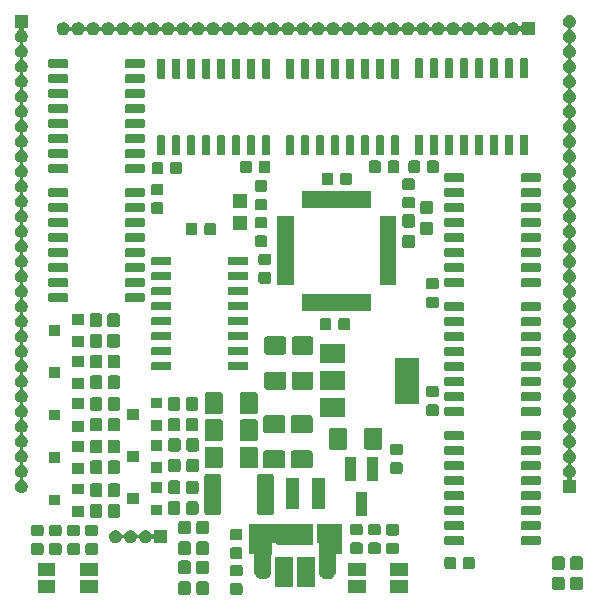
<source format=gts>
G04 #@! TF.GenerationSoftware,KiCad,Pcbnew,5.1.4*
G04 #@! TF.CreationDate,2019-11-13T17:36:06+01:00*
G04 #@! TF.ProjectId,cubet_hw,63756265-745f-4687-972e-6b696361645f,rev?*
G04 #@! TF.SameCoordinates,Original*
G04 #@! TF.FileFunction,Soldermask,Top*
G04 #@! TF.FilePolarity,Negative*
%FSLAX46Y46*%
G04 Gerber Fmt 4.6, Leading zero omitted, Abs format (unit mm)*
G04 Created by KiCad (PCBNEW 5.1.4) date 2019-11-13 17:36:06*
%MOMM*%
%LPD*%
G04 APERTURE LIST*
%ADD10C,0.100000*%
G04 APERTURE END LIST*
D10*
G36*
X70379591Y-98753085D02*
G01*
X70413569Y-98763393D01*
X70444890Y-98780134D01*
X70472339Y-98802661D01*
X70494866Y-98830110D01*
X70511607Y-98861431D01*
X70521915Y-98895409D01*
X70526000Y-98936890D01*
X70526000Y-99538110D01*
X70521915Y-99579591D01*
X70511607Y-99613569D01*
X70494866Y-99644890D01*
X70472339Y-99672339D01*
X70444890Y-99694866D01*
X70413569Y-99711607D01*
X70379591Y-99721915D01*
X70338110Y-99726000D01*
X69661890Y-99726000D01*
X69620409Y-99721915D01*
X69586431Y-99711607D01*
X69555110Y-99694866D01*
X69527661Y-99672339D01*
X69505134Y-99644890D01*
X69488393Y-99613569D01*
X69478085Y-99579591D01*
X69474000Y-99538110D01*
X69474000Y-98936890D01*
X69478085Y-98895409D01*
X69488393Y-98861431D01*
X69505134Y-98830110D01*
X69527661Y-98802661D01*
X69555110Y-98780134D01*
X69586431Y-98763393D01*
X69620409Y-98753085D01*
X69661890Y-98749000D01*
X70338110Y-98749000D01*
X70379591Y-98753085D01*
X70379591Y-98753085D01*
G37*
G36*
X67509499Y-98578445D02*
G01*
X67546995Y-98589820D01*
X67581554Y-98608292D01*
X67611847Y-98633153D01*
X67636708Y-98663446D01*
X67655180Y-98698005D01*
X67666555Y-98735501D01*
X67671000Y-98780638D01*
X67671000Y-99519362D01*
X67666555Y-99564499D01*
X67655180Y-99601995D01*
X67636708Y-99636554D01*
X67611847Y-99666847D01*
X67581554Y-99691708D01*
X67546995Y-99710180D01*
X67509499Y-99721555D01*
X67464362Y-99726000D01*
X66825638Y-99726000D01*
X66780501Y-99721555D01*
X66743005Y-99710180D01*
X66708446Y-99691708D01*
X66678153Y-99666847D01*
X66653292Y-99636554D01*
X66634820Y-99601995D01*
X66623445Y-99564499D01*
X66619000Y-99519362D01*
X66619000Y-98780638D01*
X66623445Y-98735501D01*
X66634820Y-98698005D01*
X66653292Y-98663446D01*
X66678153Y-98633153D01*
X66708446Y-98608292D01*
X66743005Y-98589820D01*
X66780501Y-98578445D01*
X66825638Y-98574000D01*
X67464362Y-98574000D01*
X67509499Y-98578445D01*
X67509499Y-98578445D01*
G37*
G36*
X65973499Y-98568445D02*
G01*
X66010995Y-98579820D01*
X66045554Y-98598292D01*
X66075847Y-98623153D01*
X66100708Y-98653446D01*
X66119180Y-98688005D01*
X66130555Y-98725501D01*
X66135000Y-98770638D01*
X66135000Y-99509362D01*
X66130555Y-99554499D01*
X66119180Y-99591995D01*
X66100708Y-99626554D01*
X66075847Y-99656847D01*
X66045554Y-99681708D01*
X66010995Y-99700180D01*
X65973499Y-99711555D01*
X65928362Y-99716000D01*
X65289638Y-99716000D01*
X65244501Y-99711555D01*
X65207005Y-99700180D01*
X65172446Y-99681708D01*
X65142153Y-99656847D01*
X65117292Y-99626554D01*
X65098820Y-99591995D01*
X65087445Y-99554499D01*
X65083000Y-99509362D01*
X65083000Y-98770638D01*
X65087445Y-98725501D01*
X65098820Y-98688005D01*
X65117292Y-98653446D01*
X65142153Y-98623153D01*
X65172446Y-98598292D01*
X65207005Y-98579820D01*
X65244501Y-98568445D01*
X65289638Y-98564000D01*
X65928362Y-98564000D01*
X65973499Y-98568445D01*
X65973499Y-98568445D01*
G37*
G36*
X58280000Y-99596000D02*
G01*
X56778000Y-99596000D01*
X56778000Y-98444000D01*
X58280000Y-98444000D01*
X58280000Y-99596000D01*
X58280000Y-99596000D01*
G37*
G36*
X54680000Y-99596000D02*
G01*
X53178000Y-99596000D01*
X53178000Y-98444000D01*
X54680000Y-98444000D01*
X54680000Y-99596000D01*
X54680000Y-99596000D01*
G37*
G36*
X80946000Y-99590000D02*
G01*
X79444000Y-99590000D01*
X79444000Y-98438000D01*
X80946000Y-98438000D01*
X80946000Y-99590000D01*
X80946000Y-99590000D01*
G37*
G36*
X84546000Y-99590000D02*
G01*
X83044000Y-99590000D01*
X83044000Y-98438000D01*
X84546000Y-98438000D01*
X84546000Y-99590000D01*
X84546000Y-99590000D01*
G37*
G36*
X99164499Y-98203445D02*
G01*
X99201995Y-98214820D01*
X99236554Y-98233292D01*
X99266847Y-98258153D01*
X99291708Y-98288446D01*
X99310180Y-98323005D01*
X99321555Y-98360501D01*
X99326000Y-98405638D01*
X99326000Y-99144362D01*
X99321555Y-99189499D01*
X99310180Y-99226995D01*
X99291708Y-99261554D01*
X99266847Y-99291847D01*
X99236554Y-99316708D01*
X99201995Y-99335180D01*
X99164499Y-99346555D01*
X99119362Y-99351000D01*
X98480638Y-99351000D01*
X98435501Y-99346555D01*
X98398005Y-99335180D01*
X98363446Y-99316708D01*
X98333153Y-99291847D01*
X98308292Y-99261554D01*
X98289820Y-99226995D01*
X98278445Y-99189499D01*
X98274000Y-99144362D01*
X98274000Y-98405638D01*
X98278445Y-98360501D01*
X98289820Y-98323005D01*
X98308292Y-98288446D01*
X98333153Y-98258153D01*
X98363446Y-98233292D01*
X98398005Y-98214820D01*
X98435501Y-98203445D01*
X98480638Y-98199000D01*
X99119362Y-98199000D01*
X99164499Y-98203445D01*
X99164499Y-98203445D01*
G37*
G36*
X97639499Y-98203445D02*
G01*
X97676995Y-98214820D01*
X97711554Y-98233292D01*
X97741847Y-98258153D01*
X97766708Y-98288446D01*
X97785180Y-98323005D01*
X97796555Y-98360501D01*
X97801000Y-98405638D01*
X97801000Y-99144362D01*
X97796555Y-99189499D01*
X97785180Y-99226995D01*
X97766708Y-99261554D01*
X97741847Y-99291847D01*
X97711554Y-99316708D01*
X97676995Y-99335180D01*
X97639499Y-99346555D01*
X97594362Y-99351000D01*
X96955638Y-99351000D01*
X96910501Y-99346555D01*
X96873005Y-99335180D01*
X96838446Y-99316708D01*
X96808153Y-99291847D01*
X96783292Y-99261554D01*
X96764820Y-99226995D01*
X96753445Y-99189499D01*
X96749000Y-99144362D01*
X96749000Y-98405638D01*
X96753445Y-98360501D01*
X96764820Y-98323005D01*
X96783292Y-98288446D01*
X96808153Y-98258153D01*
X96838446Y-98233292D01*
X96873005Y-98214820D01*
X96910501Y-98203445D01*
X96955638Y-98199000D01*
X97594362Y-98199000D01*
X97639499Y-98203445D01*
X97639499Y-98203445D01*
G37*
G36*
X76701000Y-99091000D02*
G01*
X75169000Y-99091000D01*
X75169000Y-96489000D01*
X76701000Y-96489000D01*
X76701000Y-99091000D01*
X76701000Y-99091000D01*
G37*
G36*
X74781000Y-99091000D02*
G01*
X73249000Y-99091000D01*
X73249000Y-96489000D01*
X74781000Y-96489000D01*
X74781000Y-99091000D01*
X74781000Y-99091000D01*
G37*
G36*
X77418407Y-93718398D02*
G01*
X77430659Y-93719000D01*
X78926000Y-93719000D01*
X78926000Y-95314001D01*
X78928402Y-95338387D01*
X78935515Y-95361836D01*
X78938500Y-95367421D01*
X78938500Y-96241000D01*
X78575999Y-96241000D01*
X78551613Y-96243402D01*
X78528164Y-96250515D01*
X78506553Y-96262066D01*
X78487611Y-96277611D01*
X78472066Y-96296553D01*
X78460515Y-96318164D01*
X78453402Y-96341613D01*
X78451000Y-96365999D01*
X78451000Y-97694347D01*
X78449190Y-97696553D01*
X78437639Y-97718164D01*
X78428726Y-97753747D01*
X78420495Y-97837320D01*
X78394905Y-97921677D01*
X78378980Y-97974176D01*
X78311568Y-98100294D01*
X78220843Y-98210843D01*
X78110294Y-98301568D01*
X77984175Y-98368980D01*
X77984172Y-98368981D01*
X77847321Y-98410495D01*
X77705000Y-98424512D01*
X77562680Y-98410495D01*
X77425829Y-98368981D01*
X77425826Y-98368980D01*
X77299707Y-98301568D01*
X77189158Y-98210843D01*
X77098432Y-98100294D01*
X77031020Y-97974175D01*
X77026775Y-97960180D01*
X76989505Y-97837321D01*
X76979000Y-97730659D01*
X76979000Y-97309342D01*
X76981256Y-97286431D01*
X76989505Y-97202679D01*
X76993617Y-97189125D01*
X76998398Y-97165092D01*
X76999000Y-97152839D01*
X76999000Y-95445999D01*
X76996598Y-95421613D01*
X76989485Y-95398164D01*
X76977934Y-95376553D01*
X76962389Y-95357611D01*
X76943447Y-95342066D01*
X76921836Y-95330515D01*
X76898387Y-95323402D01*
X76874001Y-95321000D01*
X76824000Y-95321000D01*
X76824000Y-94926586D01*
X76821598Y-94902200D01*
X76818617Y-94890300D01*
X76802696Y-94837818D01*
X76794000Y-94749519D01*
X76794000Y-94290482D01*
X76802696Y-94202183D01*
X76818617Y-94149701D01*
X76823398Y-94125668D01*
X76824000Y-94113415D01*
X76824000Y-93719000D01*
X77359341Y-93719000D01*
X77371593Y-93718398D01*
X77395000Y-93716093D01*
X77418407Y-93718398D01*
X77418407Y-93718398D01*
G37*
G36*
X72672817Y-93727696D02*
G01*
X72692334Y-93733617D01*
X72716367Y-93738398D01*
X72728620Y-93739000D01*
X73226759Y-93739000D01*
X73231553Y-93742934D01*
X73253164Y-93754485D01*
X73276613Y-93761598D01*
X73300999Y-93764000D01*
X76526000Y-93764000D01*
X76526000Y-95516000D01*
X73424000Y-95516000D01*
X73424000Y-95465999D01*
X73421598Y-95441613D01*
X73414485Y-95418164D01*
X73402934Y-95396553D01*
X73387389Y-95377611D01*
X73368447Y-95362066D01*
X73346836Y-95350515D01*
X73323387Y-95343402D01*
X73299001Y-95341000D01*
X73113499Y-95341000D01*
X73089113Y-95343402D01*
X73065664Y-95350515D01*
X73044053Y-95362066D01*
X73025111Y-95377611D01*
X73009566Y-95396553D01*
X72998015Y-95418164D01*
X72990902Y-95441613D01*
X72988500Y-95465999D01*
X72988500Y-96303225D01*
X72980515Y-96318164D01*
X72973402Y-96341613D01*
X72971000Y-96365999D01*
X72971000Y-97744669D01*
X72968726Y-97753747D01*
X72960495Y-97837320D01*
X72934905Y-97921677D01*
X72918980Y-97974176D01*
X72851568Y-98100294D01*
X72760843Y-98210843D01*
X72650294Y-98301568D01*
X72524175Y-98368980D01*
X72524172Y-98368981D01*
X72387321Y-98410495D01*
X72245000Y-98424512D01*
X72102680Y-98410495D01*
X71965829Y-98368981D01*
X71965826Y-98368980D01*
X71839707Y-98301568D01*
X71729158Y-98210843D01*
X71638432Y-98100294D01*
X71571020Y-97974175D01*
X71566775Y-97960180D01*
X71529505Y-97837321D01*
X71521274Y-97753746D01*
X71519000Y-97742314D01*
X71519000Y-96365999D01*
X71516598Y-96341613D01*
X71509485Y-96318164D01*
X71497934Y-96296553D01*
X71482389Y-96277611D01*
X71463447Y-96262066D01*
X71441836Y-96250515D01*
X71418387Y-96243402D01*
X71394001Y-96241000D01*
X71061500Y-96241000D01*
X71061500Y-95367421D01*
X71064485Y-95361836D01*
X71071598Y-95338387D01*
X71074000Y-95314001D01*
X71074000Y-93739000D01*
X72381379Y-93739000D01*
X72405765Y-93736598D01*
X72417665Y-93733617D01*
X72437182Y-93727696D01*
X72555000Y-93716093D01*
X72672817Y-93727696D01*
X72672817Y-93727696D01*
G37*
G36*
X58280000Y-98156000D02*
G01*
X56778000Y-98156000D01*
X56778000Y-97004000D01*
X58280000Y-97004000D01*
X58280000Y-98156000D01*
X58280000Y-98156000D01*
G37*
G36*
X54680000Y-98156000D02*
G01*
X53178000Y-98156000D01*
X53178000Y-97004000D01*
X54680000Y-97004000D01*
X54680000Y-98156000D01*
X54680000Y-98156000D01*
G37*
G36*
X70379591Y-97178085D02*
G01*
X70413569Y-97188393D01*
X70444890Y-97205134D01*
X70472339Y-97227661D01*
X70494866Y-97255110D01*
X70511607Y-97286431D01*
X70521915Y-97320409D01*
X70526000Y-97361890D01*
X70526000Y-97963110D01*
X70521915Y-98004591D01*
X70511607Y-98038569D01*
X70494866Y-98069890D01*
X70472339Y-98097339D01*
X70444890Y-98119866D01*
X70413569Y-98136607D01*
X70379591Y-98146915D01*
X70338110Y-98151000D01*
X69661890Y-98151000D01*
X69620409Y-98146915D01*
X69586431Y-98136607D01*
X69555110Y-98119866D01*
X69527661Y-98097339D01*
X69505134Y-98069890D01*
X69488393Y-98038569D01*
X69478085Y-98004591D01*
X69474000Y-97963110D01*
X69474000Y-97361890D01*
X69478085Y-97320409D01*
X69488393Y-97286431D01*
X69505134Y-97255110D01*
X69527661Y-97227661D01*
X69555110Y-97205134D01*
X69586431Y-97188393D01*
X69620409Y-97178085D01*
X69661890Y-97174000D01*
X70338110Y-97174000D01*
X70379591Y-97178085D01*
X70379591Y-97178085D01*
G37*
G36*
X84546000Y-98150000D02*
G01*
X83044000Y-98150000D01*
X83044000Y-96998000D01*
X84546000Y-96998000D01*
X84546000Y-98150000D01*
X84546000Y-98150000D01*
G37*
G36*
X80946000Y-98150000D02*
G01*
X79444000Y-98150000D01*
X79444000Y-96998000D01*
X80946000Y-96998000D01*
X80946000Y-98150000D01*
X80946000Y-98150000D01*
G37*
G36*
X67509499Y-96828445D02*
G01*
X67546995Y-96839820D01*
X67581554Y-96858292D01*
X67611847Y-96883153D01*
X67636708Y-96913446D01*
X67655180Y-96948005D01*
X67666555Y-96985501D01*
X67671000Y-97030638D01*
X67671000Y-97769362D01*
X67666555Y-97814499D01*
X67655180Y-97851995D01*
X67636708Y-97886554D01*
X67611847Y-97916847D01*
X67581554Y-97941708D01*
X67546995Y-97960180D01*
X67509499Y-97971555D01*
X67464362Y-97976000D01*
X66825638Y-97976000D01*
X66780501Y-97971555D01*
X66743005Y-97960180D01*
X66708446Y-97941708D01*
X66678153Y-97916847D01*
X66653292Y-97886554D01*
X66634820Y-97851995D01*
X66623445Y-97814499D01*
X66619000Y-97769362D01*
X66619000Y-97030638D01*
X66623445Y-96985501D01*
X66634820Y-96948005D01*
X66653292Y-96913446D01*
X66678153Y-96883153D01*
X66708446Y-96858292D01*
X66743005Y-96839820D01*
X66780501Y-96828445D01*
X66825638Y-96824000D01*
X67464362Y-96824000D01*
X67509499Y-96828445D01*
X67509499Y-96828445D01*
G37*
G36*
X65973499Y-96818445D02*
G01*
X66010995Y-96829820D01*
X66045554Y-96848292D01*
X66075847Y-96873153D01*
X66100708Y-96903446D01*
X66119180Y-96938005D01*
X66130555Y-96975501D01*
X66135000Y-97020638D01*
X66135000Y-97759362D01*
X66130555Y-97804499D01*
X66119180Y-97841995D01*
X66100708Y-97876554D01*
X66075847Y-97906847D01*
X66045554Y-97931708D01*
X66010995Y-97950180D01*
X65973499Y-97961555D01*
X65928362Y-97966000D01*
X65289638Y-97966000D01*
X65244501Y-97961555D01*
X65207005Y-97950180D01*
X65172446Y-97931708D01*
X65142153Y-97906847D01*
X65117292Y-97876554D01*
X65098820Y-97841995D01*
X65087445Y-97804499D01*
X65083000Y-97759362D01*
X65083000Y-97020638D01*
X65087445Y-96975501D01*
X65098820Y-96938005D01*
X65117292Y-96903446D01*
X65142153Y-96873153D01*
X65172446Y-96848292D01*
X65207005Y-96829820D01*
X65244501Y-96818445D01*
X65289638Y-96814000D01*
X65928362Y-96814000D01*
X65973499Y-96818445D01*
X65973499Y-96818445D01*
G37*
G36*
X97639499Y-96453445D02*
G01*
X97676995Y-96464820D01*
X97711554Y-96483292D01*
X97741847Y-96508153D01*
X97766708Y-96538446D01*
X97785180Y-96573005D01*
X97796555Y-96610501D01*
X97801000Y-96655638D01*
X97801000Y-97394362D01*
X97796555Y-97439499D01*
X97785180Y-97476995D01*
X97766708Y-97511554D01*
X97741847Y-97541847D01*
X97711554Y-97566708D01*
X97676995Y-97585180D01*
X97639499Y-97596555D01*
X97594362Y-97601000D01*
X96955638Y-97601000D01*
X96910501Y-97596555D01*
X96873005Y-97585180D01*
X96838446Y-97566708D01*
X96808153Y-97541847D01*
X96783292Y-97511554D01*
X96764820Y-97476995D01*
X96753445Y-97439499D01*
X96749000Y-97394362D01*
X96749000Y-96655638D01*
X96753445Y-96610501D01*
X96764820Y-96573005D01*
X96783292Y-96538446D01*
X96808153Y-96508153D01*
X96838446Y-96483292D01*
X96873005Y-96464820D01*
X96910501Y-96453445D01*
X96955638Y-96449000D01*
X97594362Y-96449000D01*
X97639499Y-96453445D01*
X97639499Y-96453445D01*
G37*
G36*
X99164499Y-96453445D02*
G01*
X99201995Y-96464820D01*
X99236554Y-96483292D01*
X99266847Y-96508153D01*
X99291708Y-96538446D01*
X99310180Y-96573005D01*
X99321555Y-96610501D01*
X99326000Y-96655638D01*
X99326000Y-97394362D01*
X99321555Y-97439499D01*
X99310180Y-97476995D01*
X99291708Y-97511554D01*
X99266847Y-97541847D01*
X99236554Y-97566708D01*
X99201995Y-97585180D01*
X99164499Y-97596555D01*
X99119362Y-97601000D01*
X98480638Y-97601000D01*
X98435501Y-97596555D01*
X98398005Y-97585180D01*
X98363446Y-97566708D01*
X98333153Y-97541847D01*
X98308292Y-97511554D01*
X98289820Y-97476995D01*
X98278445Y-97439499D01*
X98274000Y-97394362D01*
X98274000Y-96655638D01*
X98278445Y-96610501D01*
X98289820Y-96573005D01*
X98308292Y-96538446D01*
X98333153Y-96508153D01*
X98363446Y-96483292D01*
X98398005Y-96464820D01*
X98435501Y-96453445D01*
X98480638Y-96449000D01*
X99119362Y-96449000D01*
X99164499Y-96453445D01*
X99164499Y-96453445D01*
G37*
G36*
X90029591Y-96506085D02*
G01*
X90063569Y-96516393D01*
X90094890Y-96533134D01*
X90122339Y-96555661D01*
X90144866Y-96583110D01*
X90161607Y-96614431D01*
X90171915Y-96648409D01*
X90176000Y-96689890D01*
X90176000Y-97366110D01*
X90171915Y-97407591D01*
X90161607Y-97441569D01*
X90144866Y-97472890D01*
X90122339Y-97500339D01*
X90094890Y-97522866D01*
X90063569Y-97539607D01*
X90029591Y-97549915D01*
X89988110Y-97554000D01*
X89386890Y-97554000D01*
X89345409Y-97549915D01*
X89311431Y-97539607D01*
X89280110Y-97522866D01*
X89252661Y-97500339D01*
X89230134Y-97472890D01*
X89213393Y-97441569D01*
X89203085Y-97407591D01*
X89199000Y-97366110D01*
X89199000Y-96689890D01*
X89203085Y-96648409D01*
X89213393Y-96614431D01*
X89230134Y-96583110D01*
X89252661Y-96555661D01*
X89280110Y-96533134D01*
X89311431Y-96516393D01*
X89345409Y-96506085D01*
X89386890Y-96502000D01*
X89988110Y-96502000D01*
X90029591Y-96506085D01*
X90029591Y-96506085D01*
G37*
G36*
X88454591Y-96506085D02*
G01*
X88488569Y-96516393D01*
X88519890Y-96533134D01*
X88547339Y-96555661D01*
X88569866Y-96583110D01*
X88586607Y-96614431D01*
X88596915Y-96648409D01*
X88601000Y-96689890D01*
X88601000Y-97366110D01*
X88596915Y-97407591D01*
X88586607Y-97441569D01*
X88569866Y-97472890D01*
X88547339Y-97500339D01*
X88519890Y-97522866D01*
X88488569Y-97539607D01*
X88454591Y-97549915D01*
X88413110Y-97554000D01*
X87811890Y-97554000D01*
X87770409Y-97549915D01*
X87736431Y-97539607D01*
X87705110Y-97522866D01*
X87677661Y-97500339D01*
X87655134Y-97472890D01*
X87638393Y-97441569D01*
X87628085Y-97407591D01*
X87624000Y-97366110D01*
X87624000Y-96689890D01*
X87628085Y-96648409D01*
X87638393Y-96614431D01*
X87655134Y-96583110D01*
X87677661Y-96555661D01*
X87705110Y-96533134D01*
X87736431Y-96516393D01*
X87770409Y-96506085D01*
X87811890Y-96502000D01*
X88413110Y-96502000D01*
X88454591Y-96506085D01*
X88454591Y-96506085D01*
G37*
G36*
X70369591Y-95715585D02*
G01*
X70403569Y-95725893D01*
X70434890Y-95742634D01*
X70462339Y-95765161D01*
X70484866Y-95792610D01*
X70501607Y-95823931D01*
X70511915Y-95857909D01*
X70516000Y-95899390D01*
X70516000Y-96500610D01*
X70511915Y-96542091D01*
X70501607Y-96576069D01*
X70484866Y-96607390D01*
X70462339Y-96634839D01*
X70434890Y-96657366D01*
X70403569Y-96674107D01*
X70369591Y-96684415D01*
X70328110Y-96688500D01*
X69651890Y-96688500D01*
X69610409Y-96684415D01*
X69576431Y-96674107D01*
X69545110Y-96657366D01*
X69517661Y-96634839D01*
X69495134Y-96607390D01*
X69478393Y-96576069D01*
X69468085Y-96542091D01*
X69464000Y-96500610D01*
X69464000Y-95899390D01*
X69468085Y-95857909D01*
X69478393Y-95823931D01*
X69495134Y-95792610D01*
X69517661Y-95765161D01*
X69545110Y-95742634D01*
X69576431Y-95725893D01*
X69610409Y-95715585D01*
X69651890Y-95711500D01*
X70328110Y-95711500D01*
X70369591Y-95715585D01*
X70369591Y-95715585D01*
G37*
G36*
X67509499Y-95203445D02*
G01*
X67546995Y-95214820D01*
X67581554Y-95233292D01*
X67611847Y-95258153D01*
X67636708Y-95288446D01*
X67655180Y-95323005D01*
X67666555Y-95360501D01*
X67671000Y-95405638D01*
X67671000Y-96144362D01*
X67666555Y-96189499D01*
X67655180Y-96226995D01*
X67636708Y-96261554D01*
X67611847Y-96291847D01*
X67581554Y-96316708D01*
X67546995Y-96335180D01*
X67509499Y-96346555D01*
X67464362Y-96351000D01*
X66825638Y-96351000D01*
X66780501Y-96346555D01*
X66743005Y-96335180D01*
X66708446Y-96316708D01*
X66678153Y-96291847D01*
X66653292Y-96261554D01*
X66634820Y-96226995D01*
X66623445Y-96189499D01*
X66619000Y-96144362D01*
X66619000Y-95405638D01*
X66623445Y-95360501D01*
X66634820Y-95323005D01*
X66653292Y-95288446D01*
X66678153Y-95258153D01*
X66708446Y-95233292D01*
X66743005Y-95214820D01*
X66780501Y-95203445D01*
X66825638Y-95199000D01*
X67464362Y-95199000D01*
X67509499Y-95203445D01*
X67509499Y-95203445D01*
G37*
G36*
X65984499Y-95203445D02*
G01*
X66021995Y-95214820D01*
X66056554Y-95233292D01*
X66086847Y-95258153D01*
X66111708Y-95288446D01*
X66130180Y-95323005D01*
X66141555Y-95360501D01*
X66146000Y-95405638D01*
X66146000Y-96144362D01*
X66141555Y-96189499D01*
X66130180Y-96226995D01*
X66111708Y-96261554D01*
X66086847Y-96291847D01*
X66056554Y-96316708D01*
X66021995Y-96335180D01*
X65984499Y-96346555D01*
X65939362Y-96351000D01*
X65300638Y-96351000D01*
X65255501Y-96346555D01*
X65218005Y-96335180D01*
X65183446Y-96316708D01*
X65153153Y-96291847D01*
X65128292Y-96261554D01*
X65109820Y-96226995D01*
X65098445Y-96189499D01*
X65094000Y-96144362D01*
X65094000Y-95405638D01*
X65098445Y-95360501D01*
X65109820Y-95323005D01*
X65128292Y-95288446D01*
X65153153Y-95258153D01*
X65183446Y-95233292D01*
X65218005Y-95214820D01*
X65255501Y-95203445D01*
X65300638Y-95199000D01*
X65939362Y-95199000D01*
X65984499Y-95203445D01*
X65984499Y-95203445D01*
G37*
G36*
X53529591Y-95353085D02*
G01*
X53563569Y-95363393D01*
X53594890Y-95380134D01*
X53622339Y-95402661D01*
X53644866Y-95430110D01*
X53661607Y-95461431D01*
X53671915Y-95495409D01*
X53676000Y-95536890D01*
X53676000Y-96138110D01*
X53671915Y-96179591D01*
X53661607Y-96213569D01*
X53644866Y-96244890D01*
X53622339Y-96272339D01*
X53594890Y-96294866D01*
X53563569Y-96311607D01*
X53529591Y-96321915D01*
X53488110Y-96326000D01*
X52811890Y-96326000D01*
X52770409Y-96321915D01*
X52736431Y-96311607D01*
X52705110Y-96294866D01*
X52677661Y-96272339D01*
X52655134Y-96244890D01*
X52638393Y-96213569D01*
X52628085Y-96179591D01*
X52624000Y-96138110D01*
X52624000Y-95536890D01*
X52628085Y-95495409D01*
X52638393Y-95461431D01*
X52655134Y-95430110D01*
X52677661Y-95402661D01*
X52705110Y-95380134D01*
X52736431Y-95363393D01*
X52770409Y-95353085D01*
X52811890Y-95349000D01*
X53488110Y-95349000D01*
X53529591Y-95353085D01*
X53529591Y-95353085D01*
G37*
G36*
X56604591Y-95353085D02*
G01*
X56638569Y-95363393D01*
X56669890Y-95380134D01*
X56697339Y-95402661D01*
X56719866Y-95430110D01*
X56736607Y-95461431D01*
X56746915Y-95495409D01*
X56751000Y-95536890D01*
X56751000Y-96138110D01*
X56746915Y-96179591D01*
X56736607Y-96213569D01*
X56719866Y-96244890D01*
X56697339Y-96272339D01*
X56669890Y-96294866D01*
X56638569Y-96311607D01*
X56604591Y-96321915D01*
X56563110Y-96326000D01*
X55886890Y-96326000D01*
X55845409Y-96321915D01*
X55811431Y-96311607D01*
X55780110Y-96294866D01*
X55752661Y-96272339D01*
X55730134Y-96244890D01*
X55713393Y-96213569D01*
X55703085Y-96179591D01*
X55699000Y-96138110D01*
X55699000Y-95536890D01*
X55703085Y-95495409D01*
X55713393Y-95461431D01*
X55730134Y-95430110D01*
X55752661Y-95402661D01*
X55780110Y-95380134D01*
X55811431Y-95363393D01*
X55845409Y-95353085D01*
X55886890Y-95349000D01*
X56563110Y-95349000D01*
X56604591Y-95353085D01*
X56604591Y-95353085D01*
G37*
G36*
X58129591Y-95353085D02*
G01*
X58163569Y-95363393D01*
X58194890Y-95380134D01*
X58222339Y-95402661D01*
X58244866Y-95430110D01*
X58261607Y-95461431D01*
X58271915Y-95495409D01*
X58276000Y-95536890D01*
X58276000Y-96138110D01*
X58271915Y-96179591D01*
X58261607Y-96213569D01*
X58244866Y-96244890D01*
X58222339Y-96272339D01*
X58194890Y-96294866D01*
X58163569Y-96311607D01*
X58129591Y-96321915D01*
X58088110Y-96326000D01*
X57411890Y-96326000D01*
X57370409Y-96321915D01*
X57336431Y-96311607D01*
X57305110Y-96294866D01*
X57277661Y-96272339D01*
X57255134Y-96244890D01*
X57238393Y-96213569D01*
X57228085Y-96179591D01*
X57224000Y-96138110D01*
X57224000Y-95536890D01*
X57228085Y-95495409D01*
X57238393Y-95461431D01*
X57255134Y-95430110D01*
X57277661Y-95402661D01*
X57305110Y-95380134D01*
X57336431Y-95363393D01*
X57370409Y-95353085D01*
X57411890Y-95349000D01*
X58088110Y-95349000D01*
X58129591Y-95353085D01*
X58129591Y-95353085D01*
G37*
G36*
X55054591Y-95353085D02*
G01*
X55088569Y-95363393D01*
X55119890Y-95380134D01*
X55147339Y-95402661D01*
X55169866Y-95430110D01*
X55186607Y-95461431D01*
X55196915Y-95495409D01*
X55201000Y-95536890D01*
X55201000Y-96138110D01*
X55196915Y-96179591D01*
X55186607Y-96213569D01*
X55169866Y-96244890D01*
X55147339Y-96272339D01*
X55119890Y-96294866D01*
X55088569Y-96311607D01*
X55054591Y-96321915D01*
X55013110Y-96326000D01*
X54336890Y-96326000D01*
X54295409Y-96321915D01*
X54261431Y-96311607D01*
X54230110Y-96294866D01*
X54202661Y-96272339D01*
X54180134Y-96244890D01*
X54163393Y-96213569D01*
X54153085Y-96179591D01*
X54149000Y-96138110D01*
X54149000Y-95536890D01*
X54153085Y-95495409D01*
X54163393Y-95461431D01*
X54180134Y-95430110D01*
X54202661Y-95402661D01*
X54230110Y-95380134D01*
X54261431Y-95363393D01*
X54295409Y-95353085D01*
X54336890Y-95349000D01*
X55013110Y-95349000D01*
X55054591Y-95353085D01*
X55054591Y-95353085D01*
G37*
G36*
X83604591Y-95303085D02*
G01*
X83638569Y-95313393D01*
X83669890Y-95330134D01*
X83697339Y-95352661D01*
X83719866Y-95380110D01*
X83736607Y-95411431D01*
X83746915Y-95445409D01*
X83751000Y-95486890D01*
X83751000Y-96088110D01*
X83746915Y-96129591D01*
X83736607Y-96163569D01*
X83719866Y-96194890D01*
X83697339Y-96222339D01*
X83669890Y-96244866D01*
X83638569Y-96261607D01*
X83604591Y-96271915D01*
X83563110Y-96276000D01*
X82886890Y-96276000D01*
X82845409Y-96271915D01*
X82811431Y-96261607D01*
X82780110Y-96244866D01*
X82752661Y-96222339D01*
X82730134Y-96194890D01*
X82713393Y-96163569D01*
X82703085Y-96129591D01*
X82699000Y-96088110D01*
X82699000Y-95486890D01*
X82703085Y-95445409D01*
X82713393Y-95411431D01*
X82730134Y-95380110D01*
X82752661Y-95352661D01*
X82780110Y-95330134D01*
X82811431Y-95313393D01*
X82845409Y-95303085D01*
X82886890Y-95299000D01*
X83563110Y-95299000D01*
X83604591Y-95303085D01*
X83604591Y-95303085D01*
G37*
G36*
X80549591Y-95293085D02*
G01*
X80583569Y-95303393D01*
X80614890Y-95320134D01*
X80642339Y-95342661D01*
X80664866Y-95370110D01*
X80681607Y-95401431D01*
X80691915Y-95435409D01*
X80696000Y-95476890D01*
X80696000Y-96078110D01*
X80691915Y-96119591D01*
X80681607Y-96153569D01*
X80664866Y-96184890D01*
X80642339Y-96212339D01*
X80614890Y-96234866D01*
X80583569Y-96251607D01*
X80549591Y-96261915D01*
X80508110Y-96266000D01*
X79831890Y-96266000D01*
X79790409Y-96261915D01*
X79756431Y-96251607D01*
X79725110Y-96234866D01*
X79697661Y-96212339D01*
X79675134Y-96184890D01*
X79658393Y-96153569D01*
X79648085Y-96119591D01*
X79644000Y-96078110D01*
X79644000Y-95476890D01*
X79648085Y-95435409D01*
X79658393Y-95401431D01*
X79675134Y-95370110D01*
X79697661Y-95342661D01*
X79725110Y-95320134D01*
X79756431Y-95303393D01*
X79790409Y-95293085D01*
X79831890Y-95289000D01*
X80508110Y-95289000D01*
X80549591Y-95293085D01*
X80549591Y-95293085D01*
G37*
G36*
X82074591Y-95293085D02*
G01*
X82108569Y-95303393D01*
X82139890Y-95320134D01*
X82167339Y-95342661D01*
X82189866Y-95370110D01*
X82206607Y-95401431D01*
X82216915Y-95435409D01*
X82221000Y-95476890D01*
X82221000Y-96078110D01*
X82216915Y-96119591D01*
X82206607Y-96153569D01*
X82189866Y-96184890D01*
X82167339Y-96212339D01*
X82139890Y-96234866D01*
X82108569Y-96251607D01*
X82074591Y-96261915D01*
X82033110Y-96266000D01*
X81356890Y-96266000D01*
X81315409Y-96261915D01*
X81281431Y-96251607D01*
X81250110Y-96234866D01*
X81222661Y-96212339D01*
X81200134Y-96184890D01*
X81183393Y-96153569D01*
X81173085Y-96119591D01*
X81169000Y-96078110D01*
X81169000Y-95476890D01*
X81173085Y-95435409D01*
X81183393Y-95401431D01*
X81200134Y-95370110D01*
X81222661Y-95342661D01*
X81250110Y-95320134D01*
X81281431Y-95303393D01*
X81315409Y-95293085D01*
X81356890Y-95289000D01*
X82033110Y-95289000D01*
X82074591Y-95293085D01*
X82074591Y-95293085D01*
G37*
G36*
X95703928Y-94774764D02*
G01*
X95725009Y-94781160D01*
X95744445Y-94791548D01*
X95761476Y-94805524D01*
X95775452Y-94822555D01*
X95785840Y-94841991D01*
X95792236Y-94863072D01*
X95795000Y-94891140D01*
X95795000Y-95354860D01*
X95792236Y-95382928D01*
X95785840Y-95404009D01*
X95775452Y-95423445D01*
X95761476Y-95440476D01*
X95744445Y-95454452D01*
X95725009Y-95464840D01*
X95703928Y-95471236D01*
X95675860Y-95474000D01*
X94212140Y-95474000D01*
X94184072Y-95471236D01*
X94162991Y-95464840D01*
X94143555Y-95454452D01*
X94126524Y-95440476D01*
X94112548Y-95423445D01*
X94102160Y-95404009D01*
X94095764Y-95382928D01*
X94093000Y-95354860D01*
X94093000Y-94891140D01*
X94095764Y-94863072D01*
X94102160Y-94841991D01*
X94112548Y-94822555D01*
X94126524Y-94805524D01*
X94143555Y-94791548D01*
X94162991Y-94781160D01*
X94184072Y-94774764D01*
X94212140Y-94772000D01*
X95675860Y-94772000D01*
X95703928Y-94774764D01*
X95703928Y-94774764D01*
G37*
G36*
X89203928Y-94774764D02*
G01*
X89225009Y-94781160D01*
X89244445Y-94791548D01*
X89261476Y-94805524D01*
X89275452Y-94822555D01*
X89285840Y-94841991D01*
X89292236Y-94863072D01*
X89295000Y-94891140D01*
X89295000Y-95354860D01*
X89292236Y-95382928D01*
X89285840Y-95404009D01*
X89275452Y-95423445D01*
X89261476Y-95440476D01*
X89244445Y-95454452D01*
X89225009Y-95464840D01*
X89203928Y-95471236D01*
X89175860Y-95474000D01*
X87712140Y-95474000D01*
X87684072Y-95471236D01*
X87662991Y-95464840D01*
X87643555Y-95454452D01*
X87626524Y-95440476D01*
X87612548Y-95423445D01*
X87602160Y-95404009D01*
X87595764Y-95382928D01*
X87593000Y-95354860D01*
X87593000Y-94891140D01*
X87595764Y-94863072D01*
X87602160Y-94841991D01*
X87612548Y-94822555D01*
X87626524Y-94805524D01*
X87643555Y-94791548D01*
X87662991Y-94781160D01*
X87684072Y-94774764D01*
X87712140Y-94772000D01*
X89175860Y-94772000D01*
X89203928Y-94774764D01*
X89203928Y-94774764D01*
G37*
G36*
X59878015Y-94256973D02*
G01*
X59981879Y-94288479D01*
X60009055Y-94303005D01*
X60077600Y-94339643D01*
X60161501Y-94408499D01*
X60230357Y-94492400D01*
X60266995Y-94560945D01*
X60281521Y-94588121D01*
X60285388Y-94600869D01*
X60294760Y-94623496D01*
X60308374Y-94643870D01*
X60325701Y-94661197D01*
X60346075Y-94674811D01*
X60368714Y-94684188D01*
X60392747Y-94688969D01*
X60417251Y-94688969D01*
X60441285Y-94684189D01*
X60463924Y-94674812D01*
X60484298Y-94661198D01*
X60501625Y-94643871D01*
X60515239Y-94623497D01*
X60524612Y-94600869D01*
X60528479Y-94588121D01*
X60543005Y-94560945D01*
X60579643Y-94492400D01*
X60648499Y-94408499D01*
X60732400Y-94339643D01*
X60800945Y-94303005D01*
X60828121Y-94288479D01*
X60931985Y-94256973D01*
X61012933Y-94249000D01*
X61067067Y-94249000D01*
X61148015Y-94256973D01*
X61251879Y-94288479D01*
X61279055Y-94303005D01*
X61347600Y-94339643D01*
X61431501Y-94408499D01*
X61500357Y-94492400D01*
X61536995Y-94560945D01*
X61551521Y-94588121D01*
X61555388Y-94600869D01*
X61564760Y-94623496D01*
X61578374Y-94643870D01*
X61595701Y-94661197D01*
X61616075Y-94674811D01*
X61638714Y-94684188D01*
X61662747Y-94688969D01*
X61687251Y-94688969D01*
X61711285Y-94684189D01*
X61733924Y-94674812D01*
X61754298Y-94661198D01*
X61771625Y-94643871D01*
X61785239Y-94623497D01*
X61794612Y-94600869D01*
X61798479Y-94588121D01*
X61813005Y-94560945D01*
X61849643Y-94492400D01*
X61918499Y-94408499D01*
X62002400Y-94339643D01*
X62070945Y-94303005D01*
X62098121Y-94288479D01*
X62201985Y-94256973D01*
X62282933Y-94249000D01*
X62337067Y-94249000D01*
X62418015Y-94256973D01*
X62521879Y-94288479D01*
X62549055Y-94303005D01*
X62617600Y-94339643D01*
X62678118Y-94389309D01*
X62701501Y-94408499D01*
X62770356Y-94492400D01*
X62793764Y-94536193D01*
X62807375Y-94556563D01*
X62824702Y-94573890D01*
X62845076Y-94587504D01*
X62867715Y-94596881D01*
X62891748Y-94601662D01*
X62916252Y-94601662D01*
X62940286Y-94596882D01*
X62962924Y-94587505D01*
X62983299Y-94573891D01*
X63000626Y-94556564D01*
X63014240Y-94536190D01*
X63023617Y-94513551D01*
X63028398Y-94489518D01*
X63029000Y-94477265D01*
X63029000Y-94249000D01*
X64131000Y-94249000D01*
X64131000Y-95351000D01*
X63029000Y-95351000D01*
X63029000Y-95122735D01*
X63026598Y-95098349D01*
X63019485Y-95074900D01*
X63007934Y-95053289D01*
X62992389Y-95034347D01*
X62973447Y-95018802D01*
X62951836Y-95007251D01*
X62928387Y-95000138D01*
X62904001Y-94997736D01*
X62879615Y-95000138D01*
X62856166Y-95007251D01*
X62834555Y-95018802D01*
X62815613Y-95034347D01*
X62800068Y-95053289D01*
X62793767Y-95063802D01*
X62770356Y-95107600D01*
X62770355Y-95107601D01*
X62701501Y-95191501D01*
X62617600Y-95260357D01*
X62564012Y-95289000D01*
X62521879Y-95311521D01*
X62418015Y-95343027D01*
X62337067Y-95351000D01*
X62282933Y-95351000D01*
X62201985Y-95343027D01*
X62098121Y-95311521D01*
X62055988Y-95289000D01*
X62002400Y-95260357D01*
X61918499Y-95191501D01*
X61849643Y-95107600D01*
X61809443Y-95032390D01*
X61798479Y-95011879D01*
X61794612Y-94999131D01*
X61785240Y-94976504D01*
X61771626Y-94956130D01*
X61754299Y-94938803D01*
X61733925Y-94925189D01*
X61711286Y-94915812D01*
X61687253Y-94911031D01*
X61662749Y-94911031D01*
X61638715Y-94915811D01*
X61616076Y-94925188D01*
X61595702Y-94938802D01*
X61578375Y-94956129D01*
X61564761Y-94976503D01*
X61555388Y-94999131D01*
X61551521Y-95011879D01*
X61540557Y-95032390D01*
X61500357Y-95107600D01*
X61431501Y-95191501D01*
X61347600Y-95260357D01*
X61294012Y-95289000D01*
X61251879Y-95311521D01*
X61148015Y-95343027D01*
X61067067Y-95351000D01*
X61012933Y-95351000D01*
X60931985Y-95343027D01*
X60828121Y-95311521D01*
X60785988Y-95289000D01*
X60732400Y-95260357D01*
X60648499Y-95191501D01*
X60579643Y-95107600D01*
X60539443Y-95032390D01*
X60528479Y-95011879D01*
X60524612Y-94999131D01*
X60515240Y-94976504D01*
X60501626Y-94956130D01*
X60484299Y-94938803D01*
X60463925Y-94925189D01*
X60441286Y-94915812D01*
X60417253Y-94911031D01*
X60392749Y-94911031D01*
X60368715Y-94915811D01*
X60346076Y-94925188D01*
X60325702Y-94938802D01*
X60308375Y-94956129D01*
X60294761Y-94976503D01*
X60285388Y-94999131D01*
X60281521Y-95011879D01*
X60270557Y-95032390D01*
X60230357Y-95107600D01*
X60161501Y-95191501D01*
X60077600Y-95260357D01*
X60024012Y-95289000D01*
X59981879Y-95311521D01*
X59878015Y-95343027D01*
X59797067Y-95351000D01*
X59742933Y-95351000D01*
X59661985Y-95343027D01*
X59558121Y-95311521D01*
X59515988Y-95289000D01*
X59462400Y-95260357D01*
X59378499Y-95191501D01*
X59309643Y-95107600D01*
X59269443Y-95032390D01*
X59258479Y-95011879D01*
X59226973Y-94908015D01*
X59216334Y-94800000D01*
X59226973Y-94691985D01*
X59258479Y-94588121D01*
X59273005Y-94560945D01*
X59309643Y-94492400D01*
X59378499Y-94408499D01*
X59462400Y-94339643D01*
X59530945Y-94303005D01*
X59558121Y-94288479D01*
X59661985Y-94256973D01*
X59742933Y-94249000D01*
X59797067Y-94249000D01*
X59878015Y-94256973D01*
X59878015Y-94256973D01*
G37*
G36*
X70369591Y-94140585D02*
G01*
X70403569Y-94150893D01*
X70434890Y-94167634D01*
X70462339Y-94190161D01*
X70484866Y-94217610D01*
X70501607Y-94248931D01*
X70511915Y-94282909D01*
X70516000Y-94324390D01*
X70516000Y-94925610D01*
X70511915Y-94967091D01*
X70501607Y-95001069D01*
X70484866Y-95032390D01*
X70462339Y-95059839D01*
X70434890Y-95082366D01*
X70403569Y-95099107D01*
X70369591Y-95109415D01*
X70328110Y-95113500D01*
X69651890Y-95113500D01*
X69610409Y-95109415D01*
X69576431Y-95099107D01*
X69545110Y-95082366D01*
X69517661Y-95059839D01*
X69495134Y-95032390D01*
X69478393Y-95001069D01*
X69468085Y-94967091D01*
X69464000Y-94925610D01*
X69464000Y-94324390D01*
X69468085Y-94282909D01*
X69478393Y-94248931D01*
X69495134Y-94217610D01*
X69517661Y-94190161D01*
X69545110Y-94167634D01*
X69576431Y-94150893D01*
X69610409Y-94140585D01*
X69651890Y-94136500D01*
X70328110Y-94136500D01*
X70369591Y-94140585D01*
X70369591Y-94140585D01*
G37*
G36*
X53529591Y-93778085D02*
G01*
X53563569Y-93788393D01*
X53594890Y-93805134D01*
X53622339Y-93827661D01*
X53644866Y-93855110D01*
X53661607Y-93886431D01*
X53671915Y-93920409D01*
X53676000Y-93961890D01*
X53676000Y-94563110D01*
X53671915Y-94604591D01*
X53661607Y-94638569D01*
X53644866Y-94669890D01*
X53622339Y-94697339D01*
X53594890Y-94719866D01*
X53563569Y-94736607D01*
X53529591Y-94746915D01*
X53488110Y-94751000D01*
X52811890Y-94751000D01*
X52770409Y-94746915D01*
X52736431Y-94736607D01*
X52705110Y-94719866D01*
X52677661Y-94697339D01*
X52655134Y-94669890D01*
X52638393Y-94638569D01*
X52628085Y-94604591D01*
X52624000Y-94563110D01*
X52624000Y-93961890D01*
X52628085Y-93920409D01*
X52638393Y-93886431D01*
X52655134Y-93855110D01*
X52677661Y-93827661D01*
X52705110Y-93805134D01*
X52736431Y-93788393D01*
X52770409Y-93778085D01*
X52811890Y-93774000D01*
X53488110Y-93774000D01*
X53529591Y-93778085D01*
X53529591Y-93778085D01*
G37*
G36*
X58129591Y-93778085D02*
G01*
X58163569Y-93788393D01*
X58194890Y-93805134D01*
X58222339Y-93827661D01*
X58244866Y-93855110D01*
X58261607Y-93886431D01*
X58271915Y-93920409D01*
X58276000Y-93961890D01*
X58276000Y-94563110D01*
X58271915Y-94604591D01*
X58261607Y-94638569D01*
X58244866Y-94669890D01*
X58222339Y-94697339D01*
X58194890Y-94719866D01*
X58163569Y-94736607D01*
X58129591Y-94746915D01*
X58088110Y-94751000D01*
X57411890Y-94751000D01*
X57370409Y-94746915D01*
X57336431Y-94736607D01*
X57305110Y-94719866D01*
X57277661Y-94697339D01*
X57255134Y-94669890D01*
X57238393Y-94638569D01*
X57228085Y-94604591D01*
X57224000Y-94563110D01*
X57224000Y-93961890D01*
X57228085Y-93920409D01*
X57238393Y-93886431D01*
X57255134Y-93855110D01*
X57277661Y-93827661D01*
X57305110Y-93805134D01*
X57336431Y-93788393D01*
X57370409Y-93778085D01*
X57411890Y-93774000D01*
X58088110Y-93774000D01*
X58129591Y-93778085D01*
X58129591Y-93778085D01*
G37*
G36*
X55054591Y-93778085D02*
G01*
X55088569Y-93788393D01*
X55119890Y-93805134D01*
X55147339Y-93827661D01*
X55169866Y-93855110D01*
X55186607Y-93886431D01*
X55196915Y-93920409D01*
X55201000Y-93961890D01*
X55201000Y-94563110D01*
X55196915Y-94604591D01*
X55186607Y-94638569D01*
X55169866Y-94669890D01*
X55147339Y-94697339D01*
X55119890Y-94719866D01*
X55088569Y-94736607D01*
X55054591Y-94746915D01*
X55013110Y-94751000D01*
X54336890Y-94751000D01*
X54295409Y-94746915D01*
X54261431Y-94736607D01*
X54230110Y-94719866D01*
X54202661Y-94697339D01*
X54180134Y-94669890D01*
X54163393Y-94638569D01*
X54153085Y-94604591D01*
X54149000Y-94563110D01*
X54149000Y-93961890D01*
X54153085Y-93920409D01*
X54163393Y-93886431D01*
X54180134Y-93855110D01*
X54202661Y-93827661D01*
X54230110Y-93805134D01*
X54261431Y-93788393D01*
X54295409Y-93778085D01*
X54336890Y-93774000D01*
X55013110Y-93774000D01*
X55054591Y-93778085D01*
X55054591Y-93778085D01*
G37*
G36*
X56604591Y-93778085D02*
G01*
X56638569Y-93788393D01*
X56669890Y-93805134D01*
X56697339Y-93827661D01*
X56719866Y-93855110D01*
X56736607Y-93886431D01*
X56746915Y-93920409D01*
X56751000Y-93961890D01*
X56751000Y-94563110D01*
X56746915Y-94604591D01*
X56736607Y-94638569D01*
X56719866Y-94669890D01*
X56697339Y-94697339D01*
X56669890Y-94719866D01*
X56638569Y-94736607D01*
X56604591Y-94746915D01*
X56563110Y-94751000D01*
X55886890Y-94751000D01*
X55845409Y-94746915D01*
X55811431Y-94736607D01*
X55780110Y-94719866D01*
X55752661Y-94697339D01*
X55730134Y-94669890D01*
X55713393Y-94638569D01*
X55703085Y-94604591D01*
X55699000Y-94563110D01*
X55699000Y-93961890D01*
X55703085Y-93920409D01*
X55713393Y-93886431D01*
X55730134Y-93855110D01*
X55752661Y-93827661D01*
X55780110Y-93805134D01*
X55811431Y-93788393D01*
X55845409Y-93778085D01*
X55886890Y-93774000D01*
X56563110Y-93774000D01*
X56604591Y-93778085D01*
X56604591Y-93778085D01*
G37*
G36*
X83604591Y-93728085D02*
G01*
X83638569Y-93738393D01*
X83669890Y-93755134D01*
X83697339Y-93777661D01*
X83719866Y-93805110D01*
X83736607Y-93836431D01*
X83746915Y-93870409D01*
X83751000Y-93911890D01*
X83751000Y-94513110D01*
X83746915Y-94554591D01*
X83736607Y-94588569D01*
X83719866Y-94619890D01*
X83697339Y-94647339D01*
X83669890Y-94669866D01*
X83638569Y-94686607D01*
X83604591Y-94696915D01*
X83563110Y-94701000D01*
X82886890Y-94701000D01*
X82845409Y-94696915D01*
X82811431Y-94686607D01*
X82780110Y-94669866D01*
X82752661Y-94647339D01*
X82730134Y-94619890D01*
X82713393Y-94588569D01*
X82703085Y-94554591D01*
X82699000Y-94513110D01*
X82699000Y-93911890D01*
X82703085Y-93870409D01*
X82713393Y-93836431D01*
X82730134Y-93805110D01*
X82752661Y-93777661D01*
X82780110Y-93755134D01*
X82811431Y-93738393D01*
X82845409Y-93728085D01*
X82886890Y-93724000D01*
X83563110Y-93724000D01*
X83604591Y-93728085D01*
X83604591Y-93728085D01*
G37*
G36*
X82074591Y-93718085D02*
G01*
X82108569Y-93728393D01*
X82139890Y-93745134D01*
X82167339Y-93767661D01*
X82189866Y-93795110D01*
X82206607Y-93826431D01*
X82216915Y-93860409D01*
X82221000Y-93901890D01*
X82221000Y-94503110D01*
X82216915Y-94544591D01*
X82206607Y-94578569D01*
X82189866Y-94609890D01*
X82167339Y-94637339D01*
X82139890Y-94659866D01*
X82108569Y-94676607D01*
X82074591Y-94686915D01*
X82033110Y-94691000D01*
X81356890Y-94691000D01*
X81315409Y-94686915D01*
X81281431Y-94676607D01*
X81250110Y-94659866D01*
X81222661Y-94637339D01*
X81200134Y-94609890D01*
X81183393Y-94578569D01*
X81173085Y-94544591D01*
X81169000Y-94503110D01*
X81169000Y-93901890D01*
X81173085Y-93860409D01*
X81183393Y-93826431D01*
X81200134Y-93795110D01*
X81222661Y-93767661D01*
X81250110Y-93745134D01*
X81281431Y-93728393D01*
X81315409Y-93718085D01*
X81356890Y-93714000D01*
X82033110Y-93714000D01*
X82074591Y-93718085D01*
X82074591Y-93718085D01*
G37*
G36*
X80549591Y-93718085D02*
G01*
X80583569Y-93728393D01*
X80614890Y-93745134D01*
X80642339Y-93767661D01*
X80664866Y-93795110D01*
X80681607Y-93826431D01*
X80691915Y-93860409D01*
X80696000Y-93901890D01*
X80696000Y-94503110D01*
X80691915Y-94544591D01*
X80681607Y-94578569D01*
X80664866Y-94609890D01*
X80642339Y-94637339D01*
X80614890Y-94659866D01*
X80583569Y-94676607D01*
X80549591Y-94686915D01*
X80508110Y-94691000D01*
X79831890Y-94691000D01*
X79790409Y-94686915D01*
X79756431Y-94676607D01*
X79725110Y-94659866D01*
X79697661Y-94637339D01*
X79675134Y-94609890D01*
X79658393Y-94578569D01*
X79648085Y-94544591D01*
X79644000Y-94503110D01*
X79644000Y-93901890D01*
X79648085Y-93860409D01*
X79658393Y-93826431D01*
X79675134Y-93795110D01*
X79697661Y-93767661D01*
X79725110Y-93745134D01*
X79756431Y-93728393D01*
X79790409Y-93718085D01*
X79831890Y-93714000D01*
X80508110Y-93714000D01*
X80549591Y-93718085D01*
X80549591Y-93718085D01*
G37*
G36*
X67509499Y-93453445D02*
G01*
X67546995Y-93464820D01*
X67581554Y-93483292D01*
X67611847Y-93508153D01*
X67636708Y-93538446D01*
X67655180Y-93573005D01*
X67666555Y-93610501D01*
X67671000Y-93655638D01*
X67671000Y-94394362D01*
X67666555Y-94439499D01*
X67655180Y-94476995D01*
X67636708Y-94511554D01*
X67611847Y-94541847D01*
X67581554Y-94566708D01*
X67546995Y-94585180D01*
X67509499Y-94596555D01*
X67464362Y-94601000D01*
X66825638Y-94601000D01*
X66780501Y-94596555D01*
X66743005Y-94585180D01*
X66708446Y-94566708D01*
X66678153Y-94541847D01*
X66653292Y-94511554D01*
X66634820Y-94476995D01*
X66623445Y-94439499D01*
X66619000Y-94394362D01*
X66619000Y-93655638D01*
X66623445Y-93610501D01*
X66634820Y-93573005D01*
X66653292Y-93538446D01*
X66678153Y-93508153D01*
X66708446Y-93483292D01*
X66743005Y-93464820D01*
X66780501Y-93453445D01*
X66825638Y-93449000D01*
X67464362Y-93449000D01*
X67509499Y-93453445D01*
X67509499Y-93453445D01*
G37*
G36*
X65984499Y-93453445D02*
G01*
X66021995Y-93464820D01*
X66056554Y-93483292D01*
X66086847Y-93508153D01*
X66111708Y-93538446D01*
X66130180Y-93573005D01*
X66141555Y-93610501D01*
X66146000Y-93655638D01*
X66146000Y-94394362D01*
X66141555Y-94439499D01*
X66130180Y-94476995D01*
X66111708Y-94511554D01*
X66086847Y-94541847D01*
X66056554Y-94566708D01*
X66021995Y-94585180D01*
X65984499Y-94596555D01*
X65939362Y-94601000D01*
X65300638Y-94601000D01*
X65255501Y-94596555D01*
X65218005Y-94585180D01*
X65183446Y-94566708D01*
X65153153Y-94541847D01*
X65128292Y-94511554D01*
X65109820Y-94476995D01*
X65098445Y-94439499D01*
X65094000Y-94394362D01*
X65094000Y-93655638D01*
X65098445Y-93610501D01*
X65109820Y-93573005D01*
X65128292Y-93538446D01*
X65153153Y-93508153D01*
X65183446Y-93483292D01*
X65218005Y-93464820D01*
X65255501Y-93453445D01*
X65300638Y-93449000D01*
X65939362Y-93449000D01*
X65984499Y-93453445D01*
X65984499Y-93453445D01*
G37*
G36*
X95703928Y-93504764D02*
G01*
X95725009Y-93511160D01*
X95744445Y-93521548D01*
X95761476Y-93535524D01*
X95775452Y-93552555D01*
X95785840Y-93571991D01*
X95792236Y-93593072D01*
X95795000Y-93621140D01*
X95795000Y-94084860D01*
X95792236Y-94112928D01*
X95785840Y-94134009D01*
X95775452Y-94153445D01*
X95761476Y-94170476D01*
X95744445Y-94184452D01*
X95725009Y-94194840D01*
X95703928Y-94201236D01*
X95675860Y-94204000D01*
X94212140Y-94204000D01*
X94184072Y-94201236D01*
X94162991Y-94194840D01*
X94143555Y-94184452D01*
X94126524Y-94170476D01*
X94112548Y-94153445D01*
X94102160Y-94134009D01*
X94095764Y-94112928D01*
X94093000Y-94084860D01*
X94093000Y-93621140D01*
X94095764Y-93593072D01*
X94102160Y-93571991D01*
X94112548Y-93552555D01*
X94126524Y-93535524D01*
X94143555Y-93521548D01*
X94162991Y-93511160D01*
X94184072Y-93504764D01*
X94212140Y-93502000D01*
X95675860Y-93502000D01*
X95703928Y-93504764D01*
X95703928Y-93504764D01*
G37*
G36*
X89203928Y-93504764D02*
G01*
X89225009Y-93511160D01*
X89244445Y-93521548D01*
X89261476Y-93535524D01*
X89275452Y-93552555D01*
X89285840Y-93571991D01*
X89292236Y-93593072D01*
X89295000Y-93621140D01*
X89295000Y-94084860D01*
X89292236Y-94112928D01*
X89285840Y-94134009D01*
X89275452Y-94153445D01*
X89261476Y-94170476D01*
X89244445Y-94184452D01*
X89225009Y-94194840D01*
X89203928Y-94201236D01*
X89175860Y-94204000D01*
X87712140Y-94204000D01*
X87684072Y-94201236D01*
X87662991Y-94194840D01*
X87643555Y-94184452D01*
X87626524Y-94170476D01*
X87612548Y-94153445D01*
X87602160Y-94134009D01*
X87595764Y-94112928D01*
X87593000Y-94084860D01*
X87593000Y-93621140D01*
X87595764Y-93593072D01*
X87602160Y-93571991D01*
X87612548Y-93552555D01*
X87626524Y-93535524D01*
X87643555Y-93521548D01*
X87662991Y-93511160D01*
X87684072Y-93504764D01*
X87712140Y-93502000D01*
X89175860Y-93502000D01*
X89203928Y-93504764D01*
X89203928Y-93504764D01*
G37*
G36*
X60005499Y-92044445D02*
G01*
X60042995Y-92055820D01*
X60077554Y-92074292D01*
X60107847Y-92099153D01*
X60132708Y-92129446D01*
X60151180Y-92164005D01*
X60162555Y-92201501D01*
X60167000Y-92246638D01*
X60167000Y-92985362D01*
X60162555Y-93030499D01*
X60151180Y-93067995D01*
X60132708Y-93102554D01*
X60107847Y-93132847D01*
X60077554Y-93157708D01*
X60042995Y-93176180D01*
X60005499Y-93187555D01*
X59960362Y-93192000D01*
X59321638Y-93192000D01*
X59276501Y-93187555D01*
X59239005Y-93176180D01*
X59204446Y-93157708D01*
X59174153Y-93132847D01*
X59149292Y-93102554D01*
X59130820Y-93067995D01*
X59119445Y-93030499D01*
X59115000Y-92985362D01*
X59115000Y-92246638D01*
X59119445Y-92201501D01*
X59130820Y-92164005D01*
X59149292Y-92129446D01*
X59174153Y-92099153D01*
X59204446Y-92074292D01*
X59239005Y-92055820D01*
X59276501Y-92044445D01*
X59321638Y-92040000D01*
X59960362Y-92040000D01*
X60005499Y-92044445D01*
X60005499Y-92044445D01*
G37*
G36*
X58505499Y-92044445D02*
G01*
X58542995Y-92055820D01*
X58577554Y-92074292D01*
X58607847Y-92099153D01*
X58632708Y-92129446D01*
X58651180Y-92164005D01*
X58662555Y-92201501D01*
X58667000Y-92246638D01*
X58667000Y-92985362D01*
X58662555Y-93030499D01*
X58651180Y-93067995D01*
X58632708Y-93102554D01*
X58607847Y-93132847D01*
X58577554Y-93157708D01*
X58542995Y-93176180D01*
X58505499Y-93187555D01*
X58460362Y-93192000D01*
X57821638Y-93192000D01*
X57776501Y-93187555D01*
X57739005Y-93176180D01*
X57704446Y-93157708D01*
X57674153Y-93132847D01*
X57649292Y-93102554D01*
X57630820Y-93067995D01*
X57619445Y-93030499D01*
X57615000Y-92985362D01*
X57615000Y-92246638D01*
X57619445Y-92201501D01*
X57630820Y-92164005D01*
X57649292Y-92129446D01*
X57674153Y-92099153D01*
X57704446Y-92074292D01*
X57739005Y-92055820D01*
X57776501Y-92044445D01*
X57821638Y-92040000D01*
X58460362Y-92040000D01*
X58505499Y-92044445D01*
X58505499Y-92044445D01*
G37*
G36*
X57101000Y-93101000D02*
G01*
X56099000Y-93101000D01*
X56099000Y-92199000D01*
X57101000Y-92199000D01*
X57101000Y-93101000D01*
X57101000Y-93101000D01*
G37*
G36*
X81051000Y-93051000D02*
G01*
X80149000Y-93051000D01*
X80149000Y-91049000D01*
X81051000Y-91049000D01*
X81051000Y-93051000D01*
X81051000Y-93051000D01*
G37*
G36*
X63742000Y-92992000D02*
G01*
X62740000Y-92992000D01*
X62740000Y-92090000D01*
X63742000Y-92090000D01*
X63742000Y-92992000D01*
X63742000Y-92992000D01*
G37*
G36*
X73000781Y-89473295D02*
G01*
X73036816Y-89484227D01*
X73070024Y-89501977D01*
X73099134Y-89525866D01*
X73123023Y-89554976D01*
X73140773Y-89588184D01*
X73151705Y-89624219D01*
X73156000Y-89667831D01*
X73156000Y-92772169D01*
X73151705Y-92815781D01*
X73140773Y-92851816D01*
X73123023Y-92885024D01*
X73099134Y-92914134D01*
X73070024Y-92938023D01*
X73036816Y-92955773D01*
X73000781Y-92966705D01*
X72957169Y-92971000D01*
X71952831Y-92971000D01*
X71909219Y-92966705D01*
X71873184Y-92955773D01*
X71839976Y-92938023D01*
X71810866Y-92914134D01*
X71786977Y-92885024D01*
X71769227Y-92851816D01*
X71758295Y-92815781D01*
X71754000Y-92772169D01*
X71754000Y-89667831D01*
X71758295Y-89624219D01*
X71769227Y-89588184D01*
X71786977Y-89554976D01*
X71810866Y-89525866D01*
X71839976Y-89501977D01*
X71873184Y-89484227D01*
X71909219Y-89473295D01*
X71952831Y-89469000D01*
X72957169Y-89469000D01*
X73000781Y-89473295D01*
X73000781Y-89473295D01*
G37*
G36*
X68550781Y-89473295D02*
G01*
X68586816Y-89484227D01*
X68620024Y-89501977D01*
X68649134Y-89525866D01*
X68673023Y-89554976D01*
X68690773Y-89588184D01*
X68701705Y-89624219D01*
X68706000Y-89667831D01*
X68706000Y-92772169D01*
X68701705Y-92815781D01*
X68690773Y-92851816D01*
X68673023Y-92885024D01*
X68649134Y-92914134D01*
X68620024Y-92938023D01*
X68586816Y-92955773D01*
X68550781Y-92966705D01*
X68507169Y-92971000D01*
X67502831Y-92971000D01*
X67459219Y-92966705D01*
X67423184Y-92955773D01*
X67389976Y-92938023D01*
X67360866Y-92914134D01*
X67336977Y-92885024D01*
X67319227Y-92851816D01*
X67308295Y-92815781D01*
X67304000Y-92772169D01*
X67304000Y-89667831D01*
X67308295Y-89624219D01*
X67319227Y-89588184D01*
X67336977Y-89554976D01*
X67360866Y-89525866D01*
X67389976Y-89501977D01*
X67423184Y-89484227D01*
X67459219Y-89473295D01*
X67502831Y-89469000D01*
X68507169Y-89469000D01*
X68550781Y-89473295D01*
X68550781Y-89473295D01*
G37*
G36*
X66639499Y-91803445D02*
G01*
X66676995Y-91814820D01*
X66711554Y-91833292D01*
X66741847Y-91858153D01*
X66766708Y-91888446D01*
X66785180Y-91923005D01*
X66796555Y-91960501D01*
X66801000Y-92005638D01*
X66801000Y-92744362D01*
X66796555Y-92789499D01*
X66785180Y-92826995D01*
X66766708Y-92861554D01*
X66741847Y-92891847D01*
X66711554Y-92916708D01*
X66676995Y-92935180D01*
X66639499Y-92946555D01*
X66594362Y-92951000D01*
X65955638Y-92951000D01*
X65910501Y-92946555D01*
X65873005Y-92935180D01*
X65838446Y-92916708D01*
X65808153Y-92891847D01*
X65783292Y-92861554D01*
X65764820Y-92826995D01*
X65753445Y-92789499D01*
X65749000Y-92744362D01*
X65749000Y-92005638D01*
X65753445Y-91960501D01*
X65764820Y-91923005D01*
X65783292Y-91888446D01*
X65808153Y-91858153D01*
X65838446Y-91833292D01*
X65873005Y-91814820D01*
X65910501Y-91803445D01*
X65955638Y-91799000D01*
X66594362Y-91799000D01*
X66639499Y-91803445D01*
X66639499Y-91803445D01*
G37*
G36*
X65105499Y-91794445D02*
G01*
X65142995Y-91805820D01*
X65177554Y-91824292D01*
X65207847Y-91849153D01*
X65232708Y-91879446D01*
X65251180Y-91914005D01*
X65262555Y-91951501D01*
X65267000Y-91996638D01*
X65267000Y-92735362D01*
X65262555Y-92780499D01*
X65251180Y-92817995D01*
X65232708Y-92852554D01*
X65207847Y-92882847D01*
X65177554Y-92907708D01*
X65142995Y-92926180D01*
X65105499Y-92937555D01*
X65060362Y-92942000D01*
X64421638Y-92942000D01*
X64376501Y-92937555D01*
X64339005Y-92926180D01*
X64304446Y-92907708D01*
X64274153Y-92882847D01*
X64249292Y-92852554D01*
X64230820Y-92817995D01*
X64219445Y-92780499D01*
X64215000Y-92735362D01*
X64215000Y-91996638D01*
X64219445Y-91951501D01*
X64230820Y-91914005D01*
X64249292Y-91879446D01*
X64274153Y-91849153D01*
X64304446Y-91824292D01*
X64339005Y-91805820D01*
X64376501Y-91794445D01*
X64421638Y-91790000D01*
X65060362Y-91790000D01*
X65105499Y-91794445D01*
X65105499Y-91794445D01*
G37*
G36*
X95703928Y-92234764D02*
G01*
X95725009Y-92241160D01*
X95744445Y-92251548D01*
X95761476Y-92265524D01*
X95775452Y-92282555D01*
X95785840Y-92301991D01*
X95792236Y-92323072D01*
X95795000Y-92351140D01*
X95795000Y-92814860D01*
X95792236Y-92842928D01*
X95785840Y-92864009D01*
X95775452Y-92883445D01*
X95761476Y-92900476D01*
X95744445Y-92914452D01*
X95725009Y-92924840D01*
X95703928Y-92931236D01*
X95675860Y-92934000D01*
X94212140Y-92934000D01*
X94184072Y-92931236D01*
X94162991Y-92924840D01*
X94143555Y-92914452D01*
X94126524Y-92900476D01*
X94112548Y-92883445D01*
X94102160Y-92864009D01*
X94095764Y-92842928D01*
X94093000Y-92814860D01*
X94093000Y-92351140D01*
X94095764Y-92323072D01*
X94102160Y-92301991D01*
X94112548Y-92282555D01*
X94126524Y-92265524D01*
X94143555Y-92251548D01*
X94162991Y-92241160D01*
X94184072Y-92234764D01*
X94212140Y-92232000D01*
X95675860Y-92232000D01*
X95703928Y-92234764D01*
X95703928Y-92234764D01*
G37*
G36*
X89203928Y-92234764D02*
G01*
X89225009Y-92241160D01*
X89244445Y-92251548D01*
X89261476Y-92265524D01*
X89275452Y-92282555D01*
X89285840Y-92301991D01*
X89292236Y-92323072D01*
X89295000Y-92351140D01*
X89295000Y-92814860D01*
X89292236Y-92842928D01*
X89285840Y-92864009D01*
X89275452Y-92883445D01*
X89261476Y-92900476D01*
X89244445Y-92914452D01*
X89225009Y-92924840D01*
X89203928Y-92931236D01*
X89175860Y-92934000D01*
X87712140Y-92934000D01*
X87684072Y-92931236D01*
X87662991Y-92924840D01*
X87643555Y-92914452D01*
X87626524Y-92900476D01*
X87612548Y-92883445D01*
X87602160Y-92864009D01*
X87595764Y-92842928D01*
X87593000Y-92814860D01*
X87593000Y-92351140D01*
X87595764Y-92323072D01*
X87602160Y-92301991D01*
X87612548Y-92282555D01*
X87626524Y-92265524D01*
X87643555Y-92251548D01*
X87662991Y-92241160D01*
X87684072Y-92234764D01*
X87712140Y-92232000D01*
X89175860Y-92232000D01*
X89203928Y-92234764D01*
X89203928Y-92234764D01*
G37*
G36*
X77541000Y-92446000D02*
G01*
X76379000Y-92446000D01*
X76379000Y-89794000D01*
X77541000Y-89794000D01*
X77541000Y-92446000D01*
X77541000Y-92446000D01*
G37*
G36*
X75341000Y-92446000D02*
G01*
X74179000Y-92446000D01*
X74179000Y-89794000D01*
X75341000Y-89794000D01*
X75341000Y-92446000D01*
X75341000Y-92446000D01*
G37*
G36*
X55101000Y-92151000D02*
G01*
X54099000Y-92151000D01*
X54099000Y-91249000D01*
X55101000Y-91249000D01*
X55101000Y-92151000D01*
X55101000Y-92151000D01*
G37*
G36*
X61742000Y-92042000D02*
G01*
X60740000Y-92042000D01*
X60740000Y-91140000D01*
X61742000Y-91140000D01*
X61742000Y-92042000D01*
X61742000Y-92042000D01*
G37*
G36*
X89203928Y-90964764D02*
G01*
X89225009Y-90971160D01*
X89244445Y-90981548D01*
X89261476Y-90995524D01*
X89275452Y-91012555D01*
X89285840Y-91031991D01*
X89292236Y-91053072D01*
X89295000Y-91081140D01*
X89295000Y-91544860D01*
X89292236Y-91572928D01*
X89285840Y-91594009D01*
X89275452Y-91613445D01*
X89261476Y-91630476D01*
X89244445Y-91644452D01*
X89225009Y-91654840D01*
X89203928Y-91661236D01*
X89175860Y-91664000D01*
X87712140Y-91664000D01*
X87684072Y-91661236D01*
X87662991Y-91654840D01*
X87643555Y-91644452D01*
X87626524Y-91630476D01*
X87612548Y-91613445D01*
X87602160Y-91594009D01*
X87595764Y-91572928D01*
X87593000Y-91544860D01*
X87593000Y-91081140D01*
X87595764Y-91053072D01*
X87602160Y-91031991D01*
X87612548Y-91012555D01*
X87626524Y-90995524D01*
X87643555Y-90981548D01*
X87662991Y-90971160D01*
X87684072Y-90964764D01*
X87712140Y-90962000D01*
X89175860Y-90962000D01*
X89203928Y-90964764D01*
X89203928Y-90964764D01*
G37*
G36*
X95703928Y-90964764D02*
G01*
X95725009Y-90971160D01*
X95744445Y-90981548D01*
X95761476Y-90995524D01*
X95775452Y-91012555D01*
X95785840Y-91031991D01*
X95792236Y-91053072D01*
X95795000Y-91081140D01*
X95795000Y-91544860D01*
X95792236Y-91572928D01*
X95785840Y-91594009D01*
X95775452Y-91613445D01*
X95761476Y-91630476D01*
X95744445Y-91644452D01*
X95725009Y-91654840D01*
X95703928Y-91661236D01*
X95675860Y-91664000D01*
X94212140Y-91664000D01*
X94184072Y-91661236D01*
X94162991Y-91654840D01*
X94143555Y-91644452D01*
X94126524Y-91630476D01*
X94112548Y-91613445D01*
X94102160Y-91594009D01*
X94095764Y-91572928D01*
X94093000Y-91544860D01*
X94093000Y-91081140D01*
X94095764Y-91053072D01*
X94102160Y-91031991D01*
X94112548Y-91012555D01*
X94126524Y-90995524D01*
X94143555Y-90981548D01*
X94162991Y-90971160D01*
X94184072Y-90964764D01*
X94212140Y-90962000D01*
X95675860Y-90962000D01*
X95703928Y-90964764D01*
X95703928Y-90964764D01*
G37*
G36*
X58505499Y-90294445D02*
G01*
X58542995Y-90305820D01*
X58577554Y-90324292D01*
X58607847Y-90349153D01*
X58632708Y-90379446D01*
X58651180Y-90414005D01*
X58662555Y-90451501D01*
X58667000Y-90496638D01*
X58667000Y-91235362D01*
X58662555Y-91280499D01*
X58651180Y-91317995D01*
X58632708Y-91352554D01*
X58607847Y-91382847D01*
X58577554Y-91407708D01*
X58542995Y-91426180D01*
X58505499Y-91437555D01*
X58460362Y-91442000D01*
X57821638Y-91442000D01*
X57776501Y-91437555D01*
X57739005Y-91426180D01*
X57704446Y-91407708D01*
X57674153Y-91382847D01*
X57649292Y-91352554D01*
X57630820Y-91317995D01*
X57619445Y-91280499D01*
X57615000Y-91235362D01*
X57615000Y-90496638D01*
X57619445Y-90451501D01*
X57630820Y-90414005D01*
X57649292Y-90379446D01*
X57674153Y-90349153D01*
X57704446Y-90324292D01*
X57739005Y-90305820D01*
X57776501Y-90294445D01*
X57821638Y-90290000D01*
X58460362Y-90290000D01*
X58505499Y-90294445D01*
X58505499Y-90294445D01*
G37*
G36*
X60005499Y-90294445D02*
G01*
X60042995Y-90305820D01*
X60077554Y-90324292D01*
X60107847Y-90349153D01*
X60132708Y-90379446D01*
X60151180Y-90414005D01*
X60162555Y-90451501D01*
X60167000Y-90496638D01*
X60167000Y-91235362D01*
X60162555Y-91280499D01*
X60151180Y-91317995D01*
X60132708Y-91352554D01*
X60107847Y-91382847D01*
X60077554Y-91407708D01*
X60042995Y-91426180D01*
X60005499Y-91437555D01*
X59960362Y-91442000D01*
X59321638Y-91442000D01*
X59276501Y-91437555D01*
X59239005Y-91426180D01*
X59204446Y-91407708D01*
X59174153Y-91382847D01*
X59149292Y-91352554D01*
X59130820Y-91317995D01*
X59119445Y-91280499D01*
X59115000Y-91235362D01*
X59115000Y-90496638D01*
X59119445Y-90451501D01*
X59130820Y-90414005D01*
X59149292Y-90379446D01*
X59174153Y-90349153D01*
X59204446Y-90324292D01*
X59239005Y-90305820D01*
X59276501Y-90294445D01*
X59321638Y-90290000D01*
X59960362Y-90290000D01*
X60005499Y-90294445D01*
X60005499Y-90294445D01*
G37*
G36*
X66639499Y-90053445D02*
G01*
X66676995Y-90064820D01*
X66711554Y-90083292D01*
X66741847Y-90108153D01*
X66766708Y-90138446D01*
X66785180Y-90173005D01*
X66796555Y-90210501D01*
X66801000Y-90255638D01*
X66801000Y-90994362D01*
X66796555Y-91039499D01*
X66785180Y-91076995D01*
X66766708Y-91111554D01*
X66741847Y-91141847D01*
X66711554Y-91166708D01*
X66676995Y-91185180D01*
X66639499Y-91196555D01*
X66594362Y-91201000D01*
X65955638Y-91201000D01*
X65910501Y-91196555D01*
X65873005Y-91185180D01*
X65838446Y-91166708D01*
X65808153Y-91141847D01*
X65783292Y-91111554D01*
X65764820Y-91076995D01*
X65753445Y-91039499D01*
X65749000Y-90994362D01*
X65749000Y-90255638D01*
X65753445Y-90210501D01*
X65764820Y-90173005D01*
X65783292Y-90138446D01*
X65808153Y-90108153D01*
X65838446Y-90083292D01*
X65873005Y-90064820D01*
X65910501Y-90053445D01*
X65955638Y-90049000D01*
X66594362Y-90049000D01*
X66639499Y-90053445D01*
X66639499Y-90053445D01*
G37*
G36*
X57101000Y-91201000D02*
G01*
X56099000Y-91201000D01*
X56099000Y-90299000D01*
X57101000Y-90299000D01*
X57101000Y-91201000D01*
X57101000Y-91201000D01*
G37*
G36*
X65105499Y-90044445D02*
G01*
X65142995Y-90055820D01*
X65177554Y-90074292D01*
X65207847Y-90099153D01*
X65232708Y-90129446D01*
X65251180Y-90164005D01*
X65262555Y-90201501D01*
X65267000Y-90246638D01*
X65267000Y-90985362D01*
X65262555Y-91030499D01*
X65251180Y-91067995D01*
X65232708Y-91102554D01*
X65207847Y-91132847D01*
X65177554Y-91157708D01*
X65142995Y-91176180D01*
X65105499Y-91187555D01*
X65060362Y-91192000D01*
X64421638Y-91192000D01*
X64376501Y-91187555D01*
X64339005Y-91176180D01*
X64304446Y-91157708D01*
X64274153Y-91132847D01*
X64249292Y-91102554D01*
X64230820Y-91067995D01*
X64219445Y-91030499D01*
X64215000Y-90985362D01*
X64215000Y-90246638D01*
X64219445Y-90201501D01*
X64230820Y-90164005D01*
X64249292Y-90129446D01*
X64274153Y-90099153D01*
X64304446Y-90074292D01*
X64339005Y-90055820D01*
X64376501Y-90044445D01*
X64421638Y-90040000D01*
X65060362Y-90040000D01*
X65105499Y-90044445D01*
X65105499Y-90044445D01*
G37*
G36*
X98308015Y-50636973D02*
G01*
X98411879Y-50668479D01*
X98439055Y-50683005D01*
X98507600Y-50719643D01*
X98591501Y-50788499D01*
X98660357Y-50872400D01*
X98696995Y-50940945D01*
X98711521Y-50968121D01*
X98743027Y-51071985D01*
X98753666Y-51180000D01*
X98743027Y-51288015D01*
X98711521Y-51391879D01*
X98711519Y-51391882D01*
X98660357Y-51487600D01*
X98591501Y-51571501D01*
X98507600Y-51640357D01*
X98443141Y-51674811D01*
X98411879Y-51691521D01*
X98399131Y-51695388D01*
X98376504Y-51704760D01*
X98356130Y-51718374D01*
X98338803Y-51735701D01*
X98325189Y-51756075D01*
X98315812Y-51778714D01*
X98311031Y-51802747D01*
X98311031Y-51827251D01*
X98315811Y-51851285D01*
X98325188Y-51873924D01*
X98338802Y-51894298D01*
X98356129Y-51911625D01*
X98376503Y-51925239D01*
X98399131Y-51934612D01*
X98411879Y-51938479D01*
X98439055Y-51953005D01*
X98507600Y-51989643D01*
X98591501Y-52058499D01*
X98660357Y-52142400D01*
X98686602Y-52191501D01*
X98711521Y-52238121D01*
X98743027Y-52341985D01*
X98753666Y-52450000D01*
X98743027Y-52558015D01*
X98711521Y-52661879D01*
X98711519Y-52661882D01*
X98660357Y-52757600D01*
X98591501Y-52841501D01*
X98507600Y-52910357D01*
X98460779Y-52935383D01*
X98411879Y-52961521D01*
X98399131Y-52965388D01*
X98376504Y-52974760D01*
X98356130Y-52988374D01*
X98338803Y-53005701D01*
X98325189Y-53026075D01*
X98315812Y-53048714D01*
X98311031Y-53072747D01*
X98311031Y-53097251D01*
X98315811Y-53121285D01*
X98325188Y-53143924D01*
X98338802Y-53164298D01*
X98356129Y-53181625D01*
X98376503Y-53195239D01*
X98399131Y-53204612D01*
X98411879Y-53208479D01*
X98439055Y-53223005D01*
X98507600Y-53259643D01*
X98591501Y-53328499D01*
X98660357Y-53412400D01*
X98695484Y-53478118D01*
X98711521Y-53508121D01*
X98743027Y-53611985D01*
X98753666Y-53720000D01*
X98743027Y-53828015D01*
X98711521Y-53931879D01*
X98711519Y-53931882D01*
X98660357Y-54027600D01*
X98591501Y-54111501D01*
X98507600Y-54180357D01*
X98460779Y-54205383D01*
X98411879Y-54231521D01*
X98399131Y-54235388D01*
X98376504Y-54244760D01*
X98356130Y-54258374D01*
X98338803Y-54275701D01*
X98325189Y-54296075D01*
X98315812Y-54318714D01*
X98311031Y-54342747D01*
X98311031Y-54367251D01*
X98315811Y-54391285D01*
X98325188Y-54413924D01*
X98338802Y-54434298D01*
X98356129Y-54451625D01*
X98376503Y-54465239D01*
X98399131Y-54474612D01*
X98411879Y-54478479D01*
X98439055Y-54493005D01*
X98507600Y-54529643D01*
X98591501Y-54598499D01*
X98660357Y-54682400D01*
X98695484Y-54748118D01*
X98711521Y-54778121D01*
X98743027Y-54881985D01*
X98753666Y-54990000D01*
X98743027Y-55098015D01*
X98711521Y-55201879D01*
X98711519Y-55201882D01*
X98660357Y-55297600D01*
X98591501Y-55381501D01*
X98507600Y-55450357D01*
X98460779Y-55475383D01*
X98411879Y-55501521D01*
X98399131Y-55505388D01*
X98376504Y-55514760D01*
X98356130Y-55528374D01*
X98338803Y-55545701D01*
X98325189Y-55566075D01*
X98315812Y-55588714D01*
X98311031Y-55612747D01*
X98311031Y-55637251D01*
X98315811Y-55661285D01*
X98325188Y-55683924D01*
X98338802Y-55704298D01*
X98356129Y-55721625D01*
X98376503Y-55735239D01*
X98399131Y-55744612D01*
X98411879Y-55748479D01*
X98439055Y-55763005D01*
X98507600Y-55799643D01*
X98591501Y-55868499D01*
X98660357Y-55952400D01*
X98689884Y-56007641D01*
X98711521Y-56048121D01*
X98743027Y-56151985D01*
X98753666Y-56260000D01*
X98743027Y-56368015D01*
X98711521Y-56471879D01*
X98711519Y-56471882D01*
X98660357Y-56567600D01*
X98591501Y-56651501D01*
X98507600Y-56720357D01*
X98460779Y-56745383D01*
X98411879Y-56771521D01*
X98399131Y-56775388D01*
X98376504Y-56784760D01*
X98356130Y-56798374D01*
X98338803Y-56815701D01*
X98325189Y-56836075D01*
X98315812Y-56858714D01*
X98311031Y-56882747D01*
X98311031Y-56907251D01*
X98315811Y-56931285D01*
X98325188Y-56953924D01*
X98338802Y-56974298D01*
X98356129Y-56991625D01*
X98376503Y-57005239D01*
X98399131Y-57014612D01*
X98411879Y-57018479D01*
X98439055Y-57033005D01*
X98507600Y-57069643D01*
X98591501Y-57138499D01*
X98660357Y-57222400D01*
X98695484Y-57288118D01*
X98711521Y-57318121D01*
X98743027Y-57421985D01*
X98753666Y-57530000D01*
X98743027Y-57638015D01*
X98711521Y-57741879D01*
X98711519Y-57741882D01*
X98660357Y-57837600D01*
X98591501Y-57921501D01*
X98507600Y-57990357D01*
X98460779Y-58015383D01*
X98411879Y-58041521D01*
X98399131Y-58045388D01*
X98376504Y-58054760D01*
X98356130Y-58068374D01*
X98338803Y-58085701D01*
X98325189Y-58106075D01*
X98315812Y-58128714D01*
X98311031Y-58152747D01*
X98311031Y-58177251D01*
X98315811Y-58201285D01*
X98325188Y-58223924D01*
X98338802Y-58244298D01*
X98356129Y-58261625D01*
X98376503Y-58275239D01*
X98399131Y-58284612D01*
X98411879Y-58288479D01*
X98439055Y-58303005D01*
X98507600Y-58339643D01*
X98591501Y-58408499D01*
X98660357Y-58492400D01*
X98695484Y-58558118D01*
X98711521Y-58588121D01*
X98743027Y-58691985D01*
X98753666Y-58800000D01*
X98743027Y-58908015D01*
X98711521Y-59011879D01*
X98711519Y-59011882D01*
X98660357Y-59107600D01*
X98591501Y-59191501D01*
X98507600Y-59260357D01*
X98460779Y-59285383D01*
X98411879Y-59311521D01*
X98399131Y-59315388D01*
X98376504Y-59324760D01*
X98356130Y-59338374D01*
X98338803Y-59355701D01*
X98325189Y-59376075D01*
X98315812Y-59398714D01*
X98311031Y-59422747D01*
X98311031Y-59447251D01*
X98315811Y-59471285D01*
X98325188Y-59493924D01*
X98338802Y-59514298D01*
X98356129Y-59531625D01*
X98376503Y-59545239D01*
X98399131Y-59554612D01*
X98411879Y-59558479D01*
X98439055Y-59573005D01*
X98507600Y-59609643D01*
X98591501Y-59678499D01*
X98660357Y-59762400D01*
X98695484Y-59828118D01*
X98711521Y-59858121D01*
X98743027Y-59961985D01*
X98753666Y-60070000D01*
X98743027Y-60178015D01*
X98711521Y-60281879D01*
X98711519Y-60281882D01*
X98660357Y-60377600D01*
X98591501Y-60461501D01*
X98507600Y-60530357D01*
X98460779Y-60555383D01*
X98411879Y-60581521D01*
X98399131Y-60585388D01*
X98376504Y-60594760D01*
X98356130Y-60608374D01*
X98338803Y-60625701D01*
X98325189Y-60646075D01*
X98315812Y-60668714D01*
X98311031Y-60692747D01*
X98311031Y-60717251D01*
X98315811Y-60741285D01*
X98325188Y-60763924D01*
X98338802Y-60784298D01*
X98356129Y-60801625D01*
X98376503Y-60815239D01*
X98399131Y-60824612D01*
X98411879Y-60828479D01*
X98430716Y-60838548D01*
X98507600Y-60879643D01*
X98591501Y-60948499D01*
X98660357Y-61032400D01*
X98695484Y-61098118D01*
X98711521Y-61128121D01*
X98743027Y-61231985D01*
X98753666Y-61340000D01*
X98743027Y-61448015D01*
X98711521Y-61551879D01*
X98711519Y-61551882D01*
X98660357Y-61647600D01*
X98591501Y-61731501D01*
X98507600Y-61800357D01*
X98460779Y-61825383D01*
X98411879Y-61851521D01*
X98399131Y-61855388D01*
X98376504Y-61864760D01*
X98356130Y-61878374D01*
X98338803Y-61895701D01*
X98325189Y-61916075D01*
X98315812Y-61938714D01*
X98311031Y-61962747D01*
X98311031Y-61987251D01*
X98315811Y-62011285D01*
X98325188Y-62033924D01*
X98338802Y-62054298D01*
X98356129Y-62071625D01*
X98376503Y-62085239D01*
X98399131Y-62094612D01*
X98411879Y-62098479D01*
X98439055Y-62113005D01*
X98507600Y-62149643D01*
X98591501Y-62218499D01*
X98660357Y-62302400D01*
X98695484Y-62368118D01*
X98711521Y-62398121D01*
X98743027Y-62501985D01*
X98753666Y-62610000D01*
X98743027Y-62718015D01*
X98711521Y-62821879D01*
X98711519Y-62821882D01*
X98660357Y-62917600D01*
X98591501Y-63001501D01*
X98507600Y-63070357D01*
X98452553Y-63099780D01*
X98411879Y-63121521D01*
X98399131Y-63125388D01*
X98376504Y-63134760D01*
X98356130Y-63148374D01*
X98338803Y-63165701D01*
X98325189Y-63186075D01*
X98315812Y-63208714D01*
X98311031Y-63232747D01*
X98311031Y-63257251D01*
X98315811Y-63281285D01*
X98325188Y-63303924D01*
X98338802Y-63324298D01*
X98356129Y-63341625D01*
X98376503Y-63355239D01*
X98399131Y-63364612D01*
X98411879Y-63368479D01*
X98439055Y-63383005D01*
X98507600Y-63419643D01*
X98591501Y-63488499D01*
X98660357Y-63572400D01*
X98695484Y-63638118D01*
X98711521Y-63668121D01*
X98743027Y-63771985D01*
X98753666Y-63880000D01*
X98743027Y-63988015D01*
X98711521Y-64091879D01*
X98711519Y-64091882D01*
X98660357Y-64187600D01*
X98591501Y-64271501D01*
X98507600Y-64340357D01*
X98460779Y-64365383D01*
X98411879Y-64391521D01*
X98399131Y-64395388D01*
X98376504Y-64404760D01*
X98356130Y-64418374D01*
X98338803Y-64435701D01*
X98325189Y-64456075D01*
X98315812Y-64478714D01*
X98311031Y-64502747D01*
X98311031Y-64527251D01*
X98315811Y-64551285D01*
X98325188Y-64573924D01*
X98338802Y-64594298D01*
X98356129Y-64611625D01*
X98376503Y-64625239D01*
X98399131Y-64634612D01*
X98411879Y-64638479D01*
X98431427Y-64648928D01*
X98507600Y-64689643D01*
X98591501Y-64758499D01*
X98660357Y-64842400D01*
X98695484Y-64908118D01*
X98711521Y-64938121D01*
X98743027Y-65041985D01*
X98753666Y-65150000D01*
X98743027Y-65258015D01*
X98711521Y-65361879D01*
X98711519Y-65361882D01*
X98660357Y-65457600D01*
X98591501Y-65541501D01*
X98507600Y-65610357D01*
X98460779Y-65635383D01*
X98411879Y-65661521D01*
X98399131Y-65665388D01*
X98376504Y-65674760D01*
X98356130Y-65688374D01*
X98338803Y-65705701D01*
X98325189Y-65726075D01*
X98315812Y-65748714D01*
X98311031Y-65772747D01*
X98311031Y-65797251D01*
X98315811Y-65821285D01*
X98325188Y-65843924D01*
X98338802Y-65864298D01*
X98356129Y-65881625D01*
X98376503Y-65895239D01*
X98399131Y-65904612D01*
X98411879Y-65908479D01*
X98431427Y-65918928D01*
X98507600Y-65959643D01*
X98591501Y-66028499D01*
X98660357Y-66112400D01*
X98695484Y-66178118D01*
X98711521Y-66208121D01*
X98743027Y-66311985D01*
X98753666Y-66420000D01*
X98743027Y-66528015D01*
X98711521Y-66631879D01*
X98698629Y-66655997D01*
X98660357Y-66727600D01*
X98591501Y-66811501D01*
X98507600Y-66880357D01*
X98460779Y-66905383D01*
X98411879Y-66931521D01*
X98399131Y-66935388D01*
X98376504Y-66944760D01*
X98356130Y-66958374D01*
X98338803Y-66975701D01*
X98325189Y-66996075D01*
X98315812Y-67018714D01*
X98311031Y-67042747D01*
X98311031Y-67067251D01*
X98315811Y-67091285D01*
X98325188Y-67113924D01*
X98338802Y-67134298D01*
X98356129Y-67151625D01*
X98376503Y-67165239D01*
X98399131Y-67174612D01*
X98411879Y-67178479D01*
X98431427Y-67188928D01*
X98507600Y-67229643D01*
X98591501Y-67298499D01*
X98660357Y-67382400D01*
X98695484Y-67448118D01*
X98711521Y-67478121D01*
X98743027Y-67581985D01*
X98753666Y-67690000D01*
X98743027Y-67798015D01*
X98711521Y-67901879D01*
X98711519Y-67901882D01*
X98660357Y-67997600D01*
X98591501Y-68081501D01*
X98507600Y-68150357D01*
X98443236Y-68184760D01*
X98411879Y-68201521D01*
X98399131Y-68205388D01*
X98376504Y-68214760D01*
X98356130Y-68228374D01*
X98338803Y-68245701D01*
X98325189Y-68266075D01*
X98315812Y-68288714D01*
X98311031Y-68312747D01*
X98311031Y-68337251D01*
X98315811Y-68361285D01*
X98325188Y-68383924D01*
X98338802Y-68404298D01*
X98356129Y-68421625D01*
X98376503Y-68435239D01*
X98399131Y-68444612D01*
X98411879Y-68448479D01*
X98431427Y-68458928D01*
X98507600Y-68499643D01*
X98591501Y-68568499D01*
X98660357Y-68652400D01*
X98686334Y-68701000D01*
X98711521Y-68748121D01*
X98743027Y-68851985D01*
X98753666Y-68960000D01*
X98743027Y-69068015D01*
X98711521Y-69171879D01*
X98702909Y-69187991D01*
X98660357Y-69267600D01*
X98591501Y-69351501D01*
X98507600Y-69420357D01*
X98452553Y-69449780D01*
X98411879Y-69471521D01*
X98399131Y-69475388D01*
X98376504Y-69484760D01*
X98356130Y-69498374D01*
X98338803Y-69515701D01*
X98325189Y-69536075D01*
X98315812Y-69558714D01*
X98311031Y-69582747D01*
X98311031Y-69607251D01*
X98315811Y-69631285D01*
X98325188Y-69653924D01*
X98338802Y-69674298D01*
X98356129Y-69691625D01*
X98376503Y-69705239D01*
X98399131Y-69714612D01*
X98411879Y-69718479D01*
X98431427Y-69728928D01*
X98507600Y-69769643D01*
X98591501Y-69838499D01*
X98660357Y-69922400D01*
X98695484Y-69988118D01*
X98711521Y-70018121D01*
X98743027Y-70121985D01*
X98753666Y-70230000D01*
X98743027Y-70338015D01*
X98711521Y-70441879D01*
X98711519Y-70441882D01*
X98660357Y-70537600D01*
X98591501Y-70621501D01*
X98507600Y-70690357D01*
X98460779Y-70715383D01*
X98411879Y-70741521D01*
X98399131Y-70745388D01*
X98376504Y-70754760D01*
X98356130Y-70768374D01*
X98338803Y-70785701D01*
X98325189Y-70806075D01*
X98315812Y-70828714D01*
X98311031Y-70852747D01*
X98311031Y-70877251D01*
X98315811Y-70901285D01*
X98325188Y-70923924D01*
X98338802Y-70944298D01*
X98356129Y-70961625D01*
X98376503Y-70975239D01*
X98399131Y-70984612D01*
X98411879Y-70988479D01*
X98431427Y-70998928D01*
X98507600Y-71039643D01*
X98591501Y-71108499D01*
X98660357Y-71192400D01*
X98688612Y-71245262D01*
X98711521Y-71288121D01*
X98743027Y-71391985D01*
X98753666Y-71500000D01*
X98743027Y-71608015D01*
X98711521Y-71711879D01*
X98711519Y-71711882D01*
X98660357Y-71807600D01*
X98591501Y-71891501D01*
X98507600Y-71960357D01*
X98460779Y-71985383D01*
X98411879Y-72011521D01*
X98399131Y-72015388D01*
X98376504Y-72024760D01*
X98356130Y-72038374D01*
X98338803Y-72055701D01*
X98325189Y-72076075D01*
X98315812Y-72098714D01*
X98311031Y-72122747D01*
X98311031Y-72147251D01*
X98315811Y-72171285D01*
X98325188Y-72193924D01*
X98338802Y-72214298D01*
X98356129Y-72231625D01*
X98376503Y-72245239D01*
X98399131Y-72254612D01*
X98411879Y-72258479D01*
X98431427Y-72268928D01*
X98507600Y-72309643D01*
X98591501Y-72378499D01*
X98660357Y-72462400D01*
X98684491Y-72507552D01*
X98711521Y-72558121D01*
X98743027Y-72661985D01*
X98753666Y-72770000D01*
X98743027Y-72878015D01*
X98711521Y-72981879D01*
X98711519Y-72981882D01*
X98660357Y-73077600D01*
X98591501Y-73161501D01*
X98507600Y-73230357D01*
X98460779Y-73255383D01*
X98411879Y-73281521D01*
X98399131Y-73285388D01*
X98376504Y-73294760D01*
X98356130Y-73308374D01*
X98338803Y-73325701D01*
X98325189Y-73346075D01*
X98315812Y-73368714D01*
X98311031Y-73392747D01*
X98311031Y-73417251D01*
X98315811Y-73441285D01*
X98325188Y-73463924D01*
X98338802Y-73484298D01*
X98356129Y-73501625D01*
X98376503Y-73515239D01*
X98399131Y-73524612D01*
X98411879Y-73528479D01*
X98431427Y-73538928D01*
X98507600Y-73579643D01*
X98591501Y-73648499D01*
X98660357Y-73732400D01*
X98688612Y-73785262D01*
X98711521Y-73828121D01*
X98743027Y-73931985D01*
X98753666Y-74040000D01*
X98743027Y-74148015D01*
X98711521Y-74251879D01*
X98711519Y-74251882D01*
X98660357Y-74347600D01*
X98591501Y-74431501D01*
X98507600Y-74500357D01*
X98460779Y-74525383D01*
X98411879Y-74551521D01*
X98399131Y-74555388D01*
X98376504Y-74564760D01*
X98356130Y-74578374D01*
X98338803Y-74595701D01*
X98325189Y-74616075D01*
X98315812Y-74638714D01*
X98311031Y-74662747D01*
X98311031Y-74687251D01*
X98315811Y-74711285D01*
X98325188Y-74733924D01*
X98338802Y-74754298D01*
X98356129Y-74771625D01*
X98376503Y-74785239D01*
X98399131Y-74794612D01*
X98411879Y-74798479D01*
X98431427Y-74808928D01*
X98507600Y-74849643D01*
X98591501Y-74918499D01*
X98660357Y-75002400D01*
X98688612Y-75055262D01*
X98711521Y-75098121D01*
X98743027Y-75201985D01*
X98753666Y-75310000D01*
X98743027Y-75418015D01*
X98711521Y-75521879D01*
X98711519Y-75521882D01*
X98660357Y-75617600D01*
X98591501Y-75701501D01*
X98507600Y-75770357D01*
X98460779Y-75795383D01*
X98411879Y-75821521D01*
X98399131Y-75825388D01*
X98376504Y-75834760D01*
X98356130Y-75848374D01*
X98338803Y-75865701D01*
X98325189Y-75886075D01*
X98315812Y-75908714D01*
X98311031Y-75932747D01*
X98311031Y-75957251D01*
X98315811Y-75981285D01*
X98325188Y-76003924D01*
X98338802Y-76024298D01*
X98356129Y-76041625D01*
X98376503Y-76055239D01*
X98399131Y-76064612D01*
X98411879Y-76068479D01*
X98439055Y-76083005D01*
X98507600Y-76119643D01*
X98591501Y-76188499D01*
X98660357Y-76272400D01*
X98688612Y-76325262D01*
X98711521Y-76368121D01*
X98743027Y-76471985D01*
X98753666Y-76580000D01*
X98743027Y-76688015D01*
X98711521Y-76791879D01*
X98711519Y-76791882D01*
X98660357Y-76887600D01*
X98591501Y-76971501D01*
X98507600Y-77040357D01*
X98460779Y-77065383D01*
X98411879Y-77091521D01*
X98399131Y-77095388D01*
X98376504Y-77104760D01*
X98356130Y-77118374D01*
X98338803Y-77135701D01*
X98325189Y-77156075D01*
X98315812Y-77178714D01*
X98311031Y-77202747D01*
X98311031Y-77227251D01*
X98315811Y-77251285D01*
X98325188Y-77273924D01*
X98338802Y-77294298D01*
X98356129Y-77311625D01*
X98376503Y-77325239D01*
X98399131Y-77334612D01*
X98411879Y-77338479D01*
X98439055Y-77353005D01*
X98507600Y-77389643D01*
X98591501Y-77458499D01*
X98660357Y-77542400D01*
X98688612Y-77595262D01*
X98711521Y-77638121D01*
X98743027Y-77741985D01*
X98753666Y-77850000D01*
X98743027Y-77958015D01*
X98711521Y-78061879D01*
X98711519Y-78061882D01*
X98660357Y-78157600D01*
X98591501Y-78241501D01*
X98507600Y-78310357D01*
X98460779Y-78335383D01*
X98411879Y-78361521D01*
X98399131Y-78365388D01*
X98376504Y-78374760D01*
X98356130Y-78388374D01*
X98338803Y-78405701D01*
X98325189Y-78426075D01*
X98315812Y-78448714D01*
X98311031Y-78472747D01*
X98311031Y-78497251D01*
X98315811Y-78521285D01*
X98325188Y-78543924D01*
X98338802Y-78564298D01*
X98356129Y-78581625D01*
X98376503Y-78595239D01*
X98399131Y-78604612D01*
X98411879Y-78608479D01*
X98439055Y-78623005D01*
X98507600Y-78659643D01*
X98591501Y-78728499D01*
X98660357Y-78812400D01*
X98688612Y-78865262D01*
X98711521Y-78908121D01*
X98743027Y-79011985D01*
X98753666Y-79120000D01*
X98743027Y-79228015D01*
X98711521Y-79331879D01*
X98711519Y-79331882D01*
X98660357Y-79427600D01*
X98591501Y-79511501D01*
X98507600Y-79580357D01*
X98460779Y-79605383D01*
X98411879Y-79631521D01*
X98399131Y-79635388D01*
X98376504Y-79644760D01*
X98356130Y-79658374D01*
X98338803Y-79675701D01*
X98325189Y-79696075D01*
X98315812Y-79718714D01*
X98311031Y-79742747D01*
X98311031Y-79767251D01*
X98315811Y-79791285D01*
X98325188Y-79813924D01*
X98338802Y-79834298D01*
X98356129Y-79851625D01*
X98376503Y-79865239D01*
X98399131Y-79874612D01*
X98411879Y-79878479D01*
X98439055Y-79893005D01*
X98507600Y-79929643D01*
X98591501Y-79998499D01*
X98660357Y-80082400D01*
X98688612Y-80135262D01*
X98711521Y-80178121D01*
X98743027Y-80281985D01*
X98753666Y-80390000D01*
X98743027Y-80498015D01*
X98711521Y-80601879D01*
X98711519Y-80601882D01*
X98660357Y-80697600D01*
X98591501Y-80781501D01*
X98507600Y-80850357D01*
X98443236Y-80884760D01*
X98411879Y-80901521D01*
X98399131Y-80905388D01*
X98376504Y-80914760D01*
X98356130Y-80928374D01*
X98338803Y-80945701D01*
X98325189Y-80966075D01*
X98315812Y-80988714D01*
X98311031Y-81012747D01*
X98311031Y-81037251D01*
X98315811Y-81061285D01*
X98325188Y-81083924D01*
X98338802Y-81104298D01*
X98356129Y-81121625D01*
X98376503Y-81135239D01*
X98399131Y-81144612D01*
X98411879Y-81148479D01*
X98433470Y-81160020D01*
X98507600Y-81199643D01*
X98591501Y-81268499D01*
X98660357Y-81352400D01*
X98687403Y-81403000D01*
X98711521Y-81448121D01*
X98743027Y-81551985D01*
X98753666Y-81660000D01*
X98743027Y-81768015D01*
X98711521Y-81871879D01*
X98711519Y-81871882D01*
X98660357Y-81967600D01*
X98591501Y-82051501D01*
X98507600Y-82120357D01*
X98460779Y-82145383D01*
X98411879Y-82171521D01*
X98399131Y-82175388D01*
X98376504Y-82184760D01*
X98356130Y-82198374D01*
X98338803Y-82215701D01*
X98325189Y-82236075D01*
X98315812Y-82258714D01*
X98311031Y-82282747D01*
X98311031Y-82307251D01*
X98315811Y-82331285D01*
X98325188Y-82353924D01*
X98338802Y-82374298D01*
X98356129Y-82391625D01*
X98376503Y-82405239D01*
X98399131Y-82414612D01*
X98411879Y-82418479D01*
X98439055Y-82433005D01*
X98507600Y-82469643D01*
X98591501Y-82538499D01*
X98660357Y-82622400D01*
X98695484Y-82688118D01*
X98711521Y-82718121D01*
X98743027Y-82821985D01*
X98753666Y-82930000D01*
X98743027Y-83038015D01*
X98711521Y-83141879D01*
X98711519Y-83141882D01*
X98660357Y-83237600D01*
X98591501Y-83321501D01*
X98507600Y-83390357D01*
X98460779Y-83415383D01*
X98411879Y-83441521D01*
X98399131Y-83445388D01*
X98376504Y-83454760D01*
X98356130Y-83468374D01*
X98338803Y-83485701D01*
X98325189Y-83506075D01*
X98315812Y-83528714D01*
X98311031Y-83552747D01*
X98311031Y-83577251D01*
X98315811Y-83601285D01*
X98325188Y-83623924D01*
X98338802Y-83644298D01*
X98356129Y-83661625D01*
X98376503Y-83675239D01*
X98399131Y-83684612D01*
X98411879Y-83688479D01*
X98439055Y-83703005D01*
X98507600Y-83739643D01*
X98591501Y-83808499D01*
X98660357Y-83892400D01*
X98695484Y-83958118D01*
X98711521Y-83988121D01*
X98743027Y-84091985D01*
X98753666Y-84200000D01*
X98743027Y-84308015D01*
X98711521Y-84411879D01*
X98700306Y-84432860D01*
X98660357Y-84507600D01*
X98591501Y-84591501D01*
X98507600Y-84660357D01*
X98460779Y-84685383D01*
X98411879Y-84711521D01*
X98399131Y-84715388D01*
X98376504Y-84724760D01*
X98356130Y-84738374D01*
X98338803Y-84755701D01*
X98325189Y-84776075D01*
X98315812Y-84798714D01*
X98311031Y-84822747D01*
X98311031Y-84847251D01*
X98315811Y-84871285D01*
X98325188Y-84893924D01*
X98338802Y-84914298D01*
X98356129Y-84931625D01*
X98376503Y-84945239D01*
X98399131Y-84954612D01*
X98411879Y-84958479D01*
X98439055Y-84973005D01*
X98507600Y-85009643D01*
X98591501Y-85078499D01*
X98660357Y-85162400D01*
X98695484Y-85228118D01*
X98711521Y-85258121D01*
X98743027Y-85361985D01*
X98753666Y-85470000D01*
X98743027Y-85578015D01*
X98711521Y-85681879D01*
X98711519Y-85681882D01*
X98660357Y-85777600D01*
X98591501Y-85861501D01*
X98507600Y-85930357D01*
X98467125Y-85951991D01*
X98411879Y-85981521D01*
X98399131Y-85985388D01*
X98376504Y-85994760D01*
X98356130Y-86008374D01*
X98338803Y-86025701D01*
X98325189Y-86046075D01*
X98315812Y-86068714D01*
X98311031Y-86092747D01*
X98311031Y-86117251D01*
X98315811Y-86141285D01*
X98325188Y-86163924D01*
X98338802Y-86184298D01*
X98356129Y-86201625D01*
X98376503Y-86215239D01*
X98399131Y-86224612D01*
X98411879Y-86228479D01*
X98439055Y-86243005D01*
X98507600Y-86279643D01*
X98591501Y-86348499D01*
X98660357Y-86432400D01*
X98683480Y-86475661D01*
X98711521Y-86528121D01*
X98743027Y-86631985D01*
X98753666Y-86740000D01*
X98743027Y-86848015D01*
X98711521Y-86951879D01*
X98711519Y-86951882D01*
X98660357Y-87047600D01*
X98591501Y-87131501D01*
X98507600Y-87200357D01*
X98452147Y-87229997D01*
X98411879Y-87251521D01*
X98399131Y-87255388D01*
X98376504Y-87264760D01*
X98356130Y-87278374D01*
X98338803Y-87295701D01*
X98325189Y-87316075D01*
X98315812Y-87338714D01*
X98311031Y-87362747D01*
X98311031Y-87387251D01*
X98315811Y-87411285D01*
X98325188Y-87433924D01*
X98338802Y-87454298D01*
X98356129Y-87471625D01*
X98376503Y-87485239D01*
X98399131Y-87494612D01*
X98411879Y-87498479D01*
X98436340Y-87511554D01*
X98507600Y-87549643D01*
X98591501Y-87618499D01*
X98660357Y-87702400D01*
X98683480Y-87745661D01*
X98711521Y-87798121D01*
X98743027Y-87901985D01*
X98753666Y-88010000D01*
X98743027Y-88118015D01*
X98711521Y-88221879D01*
X98711519Y-88221882D01*
X98660357Y-88317600D01*
X98591501Y-88401501D01*
X98507600Y-88470357D01*
X98467125Y-88491991D01*
X98411879Y-88521521D01*
X98399131Y-88525388D01*
X98376504Y-88534760D01*
X98356130Y-88548374D01*
X98338803Y-88565701D01*
X98325189Y-88586075D01*
X98315812Y-88608714D01*
X98311031Y-88632747D01*
X98311031Y-88657251D01*
X98315811Y-88681285D01*
X98325188Y-88703924D01*
X98338802Y-88724298D01*
X98356129Y-88741625D01*
X98376503Y-88755239D01*
X98399131Y-88764612D01*
X98411879Y-88768479D01*
X98439055Y-88783005D01*
X98507600Y-88819643D01*
X98591501Y-88888499D01*
X98660357Y-88972400D01*
X98692710Y-89032928D01*
X98711521Y-89068121D01*
X98743027Y-89171985D01*
X98753666Y-89280000D01*
X98743027Y-89388015D01*
X98711521Y-89491879D01*
X98706123Y-89501977D01*
X98660357Y-89587600D01*
X98630304Y-89624219D01*
X98591501Y-89671501D01*
X98507600Y-89740356D01*
X98463807Y-89763764D01*
X98443437Y-89777375D01*
X98426110Y-89794702D01*
X98412496Y-89815076D01*
X98403119Y-89837715D01*
X98398338Y-89861748D01*
X98398338Y-89886252D01*
X98403118Y-89910286D01*
X98412495Y-89932924D01*
X98426109Y-89953299D01*
X98443436Y-89970626D01*
X98463810Y-89984240D01*
X98486449Y-89993617D01*
X98510482Y-89998398D01*
X98522735Y-89999000D01*
X98751000Y-89999000D01*
X98751000Y-91101000D01*
X97649000Y-91101000D01*
X97649000Y-89999000D01*
X97877265Y-89999000D01*
X97901651Y-89996598D01*
X97925100Y-89989485D01*
X97946711Y-89977934D01*
X97965653Y-89962389D01*
X97981198Y-89943447D01*
X97992749Y-89921836D01*
X97999862Y-89898387D01*
X98002264Y-89874001D01*
X97999862Y-89849615D01*
X97992749Y-89826166D01*
X97981198Y-89804555D01*
X97965653Y-89785613D01*
X97946711Y-89770068D01*
X97936198Y-89763767D01*
X97892400Y-89740356D01*
X97808499Y-89671501D01*
X97769696Y-89624219D01*
X97739643Y-89587600D01*
X97693877Y-89501977D01*
X97688479Y-89491879D01*
X97656973Y-89388015D01*
X97646334Y-89280000D01*
X97656973Y-89171985D01*
X97688479Y-89068121D01*
X97707290Y-89032928D01*
X97739643Y-88972400D01*
X97808499Y-88888499D01*
X97892400Y-88819643D01*
X97960945Y-88783005D01*
X97988121Y-88768479D01*
X98000869Y-88764612D01*
X98023496Y-88755240D01*
X98043870Y-88741626D01*
X98061197Y-88724299D01*
X98074811Y-88703925D01*
X98084188Y-88681286D01*
X98088969Y-88657253D01*
X98088969Y-88632749D01*
X98084189Y-88608715D01*
X98074812Y-88586076D01*
X98061198Y-88565702D01*
X98043871Y-88548375D01*
X98023497Y-88534761D01*
X98000869Y-88525388D01*
X97988121Y-88521521D01*
X97932875Y-88491991D01*
X97892400Y-88470357D01*
X97808499Y-88401501D01*
X97739643Y-88317600D01*
X97688481Y-88221882D01*
X97688479Y-88221879D01*
X97656973Y-88118015D01*
X97646334Y-88010000D01*
X97656973Y-87901985D01*
X97688479Y-87798121D01*
X97716520Y-87745661D01*
X97739643Y-87702400D01*
X97808499Y-87618499D01*
X97892400Y-87549643D01*
X97963660Y-87511554D01*
X97988121Y-87498479D01*
X98000869Y-87494612D01*
X98023496Y-87485240D01*
X98043870Y-87471626D01*
X98061197Y-87454299D01*
X98074811Y-87433925D01*
X98084188Y-87411286D01*
X98088969Y-87387253D01*
X98088969Y-87362749D01*
X98084189Y-87338715D01*
X98074812Y-87316076D01*
X98061198Y-87295702D01*
X98043871Y-87278375D01*
X98023497Y-87264761D01*
X98000869Y-87255388D01*
X97988121Y-87251521D01*
X97947853Y-87229997D01*
X97892400Y-87200357D01*
X97808499Y-87131501D01*
X97739643Y-87047600D01*
X97688481Y-86951882D01*
X97688479Y-86951879D01*
X97656973Y-86848015D01*
X97646334Y-86740000D01*
X97656973Y-86631985D01*
X97688479Y-86528121D01*
X97716520Y-86475661D01*
X97739643Y-86432400D01*
X97808499Y-86348499D01*
X97892400Y-86279643D01*
X97960945Y-86243005D01*
X97988121Y-86228479D01*
X98000869Y-86224612D01*
X98023496Y-86215240D01*
X98043870Y-86201626D01*
X98061197Y-86184299D01*
X98074811Y-86163925D01*
X98084188Y-86141286D01*
X98088969Y-86117253D01*
X98088969Y-86092749D01*
X98084189Y-86068715D01*
X98074812Y-86046076D01*
X98061198Y-86025702D01*
X98043871Y-86008375D01*
X98023497Y-85994761D01*
X98000869Y-85985388D01*
X97988121Y-85981521D01*
X97932875Y-85951991D01*
X97892400Y-85930357D01*
X97808499Y-85861501D01*
X97739643Y-85777600D01*
X97688481Y-85681882D01*
X97688479Y-85681879D01*
X97656973Y-85578015D01*
X97646334Y-85470000D01*
X97656973Y-85361985D01*
X97688479Y-85258121D01*
X97704516Y-85228118D01*
X97739643Y-85162400D01*
X97808499Y-85078499D01*
X97892400Y-85009643D01*
X97960945Y-84973005D01*
X97988121Y-84958479D01*
X98000869Y-84954612D01*
X98023496Y-84945240D01*
X98043870Y-84931626D01*
X98061197Y-84914299D01*
X98074811Y-84893925D01*
X98084188Y-84871286D01*
X98088969Y-84847253D01*
X98088969Y-84822749D01*
X98084189Y-84798715D01*
X98074812Y-84776076D01*
X98061198Y-84755702D01*
X98043871Y-84738375D01*
X98023497Y-84724761D01*
X98000869Y-84715388D01*
X97988121Y-84711521D01*
X97939221Y-84685383D01*
X97892400Y-84660357D01*
X97808499Y-84591501D01*
X97739643Y-84507600D01*
X97699694Y-84432860D01*
X97688479Y-84411879D01*
X97656973Y-84308015D01*
X97646334Y-84200000D01*
X97656973Y-84091985D01*
X97688479Y-83988121D01*
X97704516Y-83958118D01*
X97739643Y-83892400D01*
X97808499Y-83808499D01*
X97892400Y-83739643D01*
X97960945Y-83703005D01*
X97988121Y-83688479D01*
X98000869Y-83684612D01*
X98023496Y-83675240D01*
X98043870Y-83661626D01*
X98061197Y-83644299D01*
X98074811Y-83623925D01*
X98084188Y-83601286D01*
X98088969Y-83577253D01*
X98088969Y-83552749D01*
X98084189Y-83528715D01*
X98074812Y-83506076D01*
X98061198Y-83485702D01*
X98043871Y-83468375D01*
X98023497Y-83454761D01*
X98000869Y-83445388D01*
X97988121Y-83441521D01*
X97939221Y-83415383D01*
X97892400Y-83390357D01*
X97808499Y-83321501D01*
X97739643Y-83237600D01*
X97688481Y-83141882D01*
X97688479Y-83141879D01*
X97656973Y-83038015D01*
X97646334Y-82930000D01*
X97656973Y-82821985D01*
X97688479Y-82718121D01*
X97704516Y-82688118D01*
X97739643Y-82622400D01*
X97808499Y-82538499D01*
X97892400Y-82469643D01*
X97960945Y-82433005D01*
X97988121Y-82418479D01*
X98000869Y-82414612D01*
X98023496Y-82405240D01*
X98043870Y-82391626D01*
X98061197Y-82374299D01*
X98074811Y-82353925D01*
X98084188Y-82331286D01*
X98088969Y-82307253D01*
X98088969Y-82282749D01*
X98084189Y-82258715D01*
X98074812Y-82236076D01*
X98061198Y-82215702D01*
X98043871Y-82198375D01*
X98023497Y-82184761D01*
X98000869Y-82175388D01*
X97988121Y-82171521D01*
X97939221Y-82145383D01*
X97892400Y-82120357D01*
X97808499Y-82051501D01*
X97739643Y-81967600D01*
X97688481Y-81871882D01*
X97688479Y-81871879D01*
X97656973Y-81768015D01*
X97646334Y-81660000D01*
X97656973Y-81551985D01*
X97688479Y-81448121D01*
X97712597Y-81403000D01*
X97739643Y-81352400D01*
X97808499Y-81268499D01*
X97892400Y-81199643D01*
X97966530Y-81160020D01*
X97988121Y-81148479D01*
X98000869Y-81144612D01*
X98023496Y-81135240D01*
X98043870Y-81121626D01*
X98061197Y-81104299D01*
X98074811Y-81083925D01*
X98084188Y-81061286D01*
X98088969Y-81037253D01*
X98088969Y-81012749D01*
X98084189Y-80988715D01*
X98074812Y-80966076D01*
X98061198Y-80945702D01*
X98043871Y-80928375D01*
X98023497Y-80914761D01*
X98000869Y-80905388D01*
X97988121Y-80901521D01*
X97956764Y-80884760D01*
X97892400Y-80850357D01*
X97808499Y-80781501D01*
X97739643Y-80697600D01*
X97688481Y-80601882D01*
X97688479Y-80601879D01*
X97656973Y-80498015D01*
X97646334Y-80390000D01*
X97656973Y-80281985D01*
X97688479Y-80178121D01*
X97711388Y-80135262D01*
X97739643Y-80082400D01*
X97808499Y-79998499D01*
X97892400Y-79929643D01*
X97960945Y-79893005D01*
X97988121Y-79878479D01*
X98000869Y-79874612D01*
X98023496Y-79865240D01*
X98043870Y-79851626D01*
X98061197Y-79834299D01*
X98074811Y-79813925D01*
X98084188Y-79791286D01*
X98088969Y-79767253D01*
X98088969Y-79742749D01*
X98084189Y-79718715D01*
X98074812Y-79696076D01*
X98061198Y-79675702D01*
X98043871Y-79658375D01*
X98023497Y-79644761D01*
X98000869Y-79635388D01*
X97988121Y-79631521D01*
X97939221Y-79605383D01*
X97892400Y-79580357D01*
X97808499Y-79511501D01*
X97739643Y-79427600D01*
X97688481Y-79331882D01*
X97688479Y-79331879D01*
X97656973Y-79228015D01*
X97646334Y-79120000D01*
X97656973Y-79011985D01*
X97688479Y-78908121D01*
X97711388Y-78865262D01*
X97739643Y-78812400D01*
X97808499Y-78728499D01*
X97892400Y-78659643D01*
X97960945Y-78623005D01*
X97988121Y-78608479D01*
X98000869Y-78604612D01*
X98023496Y-78595240D01*
X98043870Y-78581626D01*
X98061197Y-78564299D01*
X98074811Y-78543925D01*
X98084188Y-78521286D01*
X98088969Y-78497253D01*
X98088969Y-78472749D01*
X98084189Y-78448715D01*
X98074812Y-78426076D01*
X98061198Y-78405702D01*
X98043871Y-78388375D01*
X98023497Y-78374761D01*
X98000869Y-78365388D01*
X97988121Y-78361521D01*
X97939221Y-78335383D01*
X97892400Y-78310357D01*
X97808499Y-78241501D01*
X97739643Y-78157600D01*
X97688481Y-78061882D01*
X97688479Y-78061879D01*
X97656973Y-77958015D01*
X97646334Y-77850000D01*
X97656973Y-77741985D01*
X97688479Y-77638121D01*
X97711388Y-77595262D01*
X97739643Y-77542400D01*
X97808499Y-77458499D01*
X97892400Y-77389643D01*
X97960945Y-77353005D01*
X97988121Y-77338479D01*
X98000869Y-77334612D01*
X98023496Y-77325240D01*
X98043870Y-77311626D01*
X98061197Y-77294299D01*
X98074811Y-77273925D01*
X98084188Y-77251286D01*
X98088969Y-77227253D01*
X98088969Y-77202749D01*
X98084189Y-77178715D01*
X98074812Y-77156076D01*
X98061198Y-77135702D01*
X98043871Y-77118375D01*
X98023497Y-77104761D01*
X98000869Y-77095388D01*
X97988121Y-77091521D01*
X97939221Y-77065383D01*
X97892400Y-77040357D01*
X97808499Y-76971501D01*
X97739643Y-76887600D01*
X97688481Y-76791882D01*
X97688479Y-76791879D01*
X97656973Y-76688015D01*
X97646334Y-76580000D01*
X97656973Y-76471985D01*
X97688479Y-76368121D01*
X97711388Y-76325262D01*
X97739643Y-76272400D01*
X97808499Y-76188499D01*
X97892400Y-76119643D01*
X97960945Y-76083005D01*
X97988121Y-76068479D01*
X98000869Y-76064612D01*
X98023496Y-76055240D01*
X98043870Y-76041626D01*
X98061197Y-76024299D01*
X98074811Y-76003925D01*
X98084188Y-75981286D01*
X98088969Y-75957253D01*
X98088969Y-75932749D01*
X98084189Y-75908715D01*
X98074812Y-75886076D01*
X98061198Y-75865702D01*
X98043871Y-75848375D01*
X98023497Y-75834761D01*
X98000869Y-75825388D01*
X97988121Y-75821521D01*
X97939221Y-75795383D01*
X97892400Y-75770357D01*
X97808499Y-75701501D01*
X97739643Y-75617600D01*
X97688481Y-75521882D01*
X97688479Y-75521879D01*
X97656973Y-75418015D01*
X97646334Y-75310000D01*
X97656973Y-75201985D01*
X97688479Y-75098121D01*
X97711388Y-75055262D01*
X97739643Y-75002400D01*
X97808499Y-74918499D01*
X97892400Y-74849643D01*
X97968573Y-74808928D01*
X97988121Y-74798479D01*
X98000869Y-74794612D01*
X98023496Y-74785240D01*
X98043870Y-74771626D01*
X98061197Y-74754299D01*
X98074811Y-74733925D01*
X98084188Y-74711286D01*
X98088969Y-74687253D01*
X98088969Y-74662749D01*
X98084189Y-74638715D01*
X98074812Y-74616076D01*
X98061198Y-74595702D01*
X98043871Y-74578375D01*
X98023497Y-74564761D01*
X98000869Y-74555388D01*
X97988121Y-74551521D01*
X97939221Y-74525383D01*
X97892400Y-74500357D01*
X97808499Y-74431501D01*
X97739643Y-74347600D01*
X97688481Y-74251882D01*
X97688479Y-74251879D01*
X97656973Y-74148015D01*
X97646334Y-74040000D01*
X97656973Y-73931985D01*
X97688479Y-73828121D01*
X97711388Y-73785262D01*
X97739643Y-73732400D01*
X97808499Y-73648499D01*
X97892400Y-73579643D01*
X97968573Y-73538928D01*
X97988121Y-73528479D01*
X98000869Y-73524612D01*
X98023496Y-73515240D01*
X98043870Y-73501626D01*
X98061197Y-73484299D01*
X98074811Y-73463925D01*
X98084188Y-73441286D01*
X98088969Y-73417253D01*
X98088969Y-73392749D01*
X98084189Y-73368715D01*
X98074812Y-73346076D01*
X98061198Y-73325702D01*
X98043871Y-73308375D01*
X98023497Y-73294761D01*
X98000869Y-73285388D01*
X97988121Y-73281521D01*
X97939221Y-73255383D01*
X97892400Y-73230357D01*
X97808499Y-73161501D01*
X97739643Y-73077600D01*
X97688481Y-72981882D01*
X97688479Y-72981879D01*
X97656973Y-72878015D01*
X97646334Y-72770000D01*
X97656973Y-72661985D01*
X97688479Y-72558121D01*
X97715509Y-72507552D01*
X97739643Y-72462400D01*
X97808499Y-72378499D01*
X97892400Y-72309643D01*
X97968573Y-72268928D01*
X97988121Y-72258479D01*
X98000869Y-72254612D01*
X98023496Y-72245240D01*
X98043870Y-72231626D01*
X98061197Y-72214299D01*
X98074811Y-72193925D01*
X98084188Y-72171286D01*
X98088969Y-72147253D01*
X98088969Y-72122749D01*
X98084189Y-72098715D01*
X98074812Y-72076076D01*
X98061198Y-72055702D01*
X98043871Y-72038375D01*
X98023497Y-72024761D01*
X98000869Y-72015388D01*
X97988121Y-72011521D01*
X97939221Y-71985383D01*
X97892400Y-71960357D01*
X97808499Y-71891501D01*
X97739643Y-71807600D01*
X97688481Y-71711882D01*
X97688479Y-71711879D01*
X97656973Y-71608015D01*
X97646334Y-71500000D01*
X97656973Y-71391985D01*
X97688479Y-71288121D01*
X97711388Y-71245262D01*
X97739643Y-71192400D01*
X97808499Y-71108499D01*
X97892400Y-71039643D01*
X97968573Y-70998928D01*
X97988121Y-70988479D01*
X98000869Y-70984612D01*
X98023496Y-70975240D01*
X98043870Y-70961626D01*
X98061197Y-70944299D01*
X98074811Y-70923925D01*
X98084188Y-70901286D01*
X98088969Y-70877253D01*
X98088969Y-70852749D01*
X98084189Y-70828715D01*
X98074812Y-70806076D01*
X98061198Y-70785702D01*
X98043871Y-70768375D01*
X98023497Y-70754761D01*
X98000869Y-70745388D01*
X97988121Y-70741521D01*
X97939221Y-70715383D01*
X97892400Y-70690357D01*
X97808499Y-70621501D01*
X97739643Y-70537600D01*
X97688481Y-70441882D01*
X97688479Y-70441879D01*
X97656973Y-70338015D01*
X97646334Y-70230000D01*
X97656973Y-70121985D01*
X97688479Y-70018121D01*
X97704516Y-69988118D01*
X97739643Y-69922400D01*
X97808499Y-69838499D01*
X97892400Y-69769643D01*
X97968573Y-69728928D01*
X97988121Y-69718479D01*
X98000869Y-69714612D01*
X98023496Y-69705240D01*
X98043870Y-69691626D01*
X98061197Y-69674299D01*
X98074811Y-69653925D01*
X98084188Y-69631286D01*
X98088969Y-69607253D01*
X98088969Y-69582749D01*
X98084189Y-69558715D01*
X98074812Y-69536076D01*
X98061198Y-69515702D01*
X98043871Y-69498375D01*
X98023497Y-69484761D01*
X98000869Y-69475388D01*
X97988121Y-69471521D01*
X97947447Y-69449780D01*
X97892400Y-69420357D01*
X97808499Y-69351501D01*
X97739643Y-69267600D01*
X97697091Y-69187991D01*
X97688479Y-69171879D01*
X97656973Y-69068015D01*
X97646334Y-68960000D01*
X97656973Y-68851985D01*
X97688479Y-68748121D01*
X97713666Y-68701000D01*
X97739643Y-68652400D01*
X97808499Y-68568499D01*
X97892400Y-68499643D01*
X97968573Y-68458928D01*
X97988121Y-68448479D01*
X98000869Y-68444612D01*
X98023496Y-68435240D01*
X98043870Y-68421626D01*
X98061197Y-68404299D01*
X98074811Y-68383925D01*
X98084188Y-68361286D01*
X98088969Y-68337253D01*
X98088969Y-68312749D01*
X98084189Y-68288715D01*
X98074812Y-68266076D01*
X98061198Y-68245702D01*
X98043871Y-68228375D01*
X98023497Y-68214761D01*
X98000869Y-68205388D01*
X97988121Y-68201521D01*
X97956764Y-68184760D01*
X97892400Y-68150357D01*
X97808499Y-68081501D01*
X97739643Y-67997600D01*
X97688481Y-67901882D01*
X97688479Y-67901879D01*
X97656973Y-67798015D01*
X97646334Y-67690000D01*
X97656973Y-67581985D01*
X97688479Y-67478121D01*
X97704516Y-67448118D01*
X97739643Y-67382400D01*
X97808499Y-67298499D01*
X97892400Y-67229643D01*
X97968573Y-67188928D01*
X97988121Y-67178479D01*
X98000869Y-67174612D01*
X98023496Y-67165240D01*
X98043870Y-67151626D01*
X98061197Y-67134299D01*
X98074811Y-67113925D01*
X98084188Y-67091286D01*
X98088969Y-67067253D01*
X98088969Y-67042749D01*
X98084189Y-67018715D01*
X98074812Y-66996076D01*
X98061198Y-66975702D01*
X98043871Y-66958375D01*
X98023497Y-66944761D01*
X98000869Y-66935388D01*
X97988121Y-66931521D01*
X97939221Y-66905383D01*
X97892400Y-66880357D01*
X97808499Y-66811501D01*
X97739643Y-66727600D01*
X97701371Y-66655997D01*
X97688479Y-66631879D01*
X97656973Y-66528015D01*
X97646334Y-66420000D01*
X97656973Y-66311985D01*
X97688479Y-66208121D01*
X97704516Y-66178118D01*
X97739643Y-66112400D01*
X97808499Y-66028499D01*
X97892400Y-65959643D01*
X97968573Y-65918928D01*
X97988121Y-65908479D01*
X98000869Y-65904612D01*
X98023496Y-65895240D01*
X98043870Y-65881626D01*
X98061197Y-65864299D01*
X98074811Y-65843925D01*
X98084188Y-65821286D01*
X98088969Y-65797253D01*
X98088969Y-65772749D01*
X98084189Y-65748715D01*
X98074812Y-65726076D01*
X98061198Y-65705702D01*
X98043871Y-65688375D01*
X98023497Y-65674761D01*
X98000869Y-65665388D01*
X97988121Y-65661521D01*
X97939221Y-65635383D01*
X97892400Y-65610357D01*
X97808499Y-65541501D01*
X97739643Y-65457600D01*
X97688481Y-65361882D01*
X97688479Y-65361879D01*
X97656973Y-65258015D01*
X97646334Y-65150000D01*
X97656973Y-65041985D01*
X97688479Y-64938121D01*
X97704516Y-64908118D01*
X97739643Y-64842400D01*
X97808499Y-64758499D01*
X97892400Y-64689643D01*
X97968573Y-64648928D01*
X97988121Y-64638479D01*
X98000869Y-64634612D01*
X98023496Y-64625240D01*
X98043870Y-64611626D01*
X98061197Y-64594299D01*
X98074811Y-64573925D01*
X98084188Y-64551286D01*
X98088969Y-64527253D01*
X98088969Y-64502749D01*
X98084189Y-64478715D01*
X98074812Y-64456076D01*
X98061198Y-64435702D01*
X98043871Y-64418375D01*
X98023497Y-64404761D01*
X98000869Y-64395388D01*
X97988121Y-64391521D01*
X97939221Y-64365383D01*
X97892400Y-64340357D01*
X97808499Y-64271501D01*
X97739643Y-64187600D01*
X97688481Y-64091882D01*
X97688479Y-64091879D01*
X97656973Y-63988015D01*
X97646334Y-63880000D01*
X97656973Y-63771985D01*
X97688479Y-63668121D01*
X97704516Y-63638118D01*
X97739643Y-63572400D01*
X97808499Y-63488499D01*
X97892400Y-63419643D01*
X97960945Y-63383005D01*
X97988121Y-63368479D01*
X98000869Y-63364612D01*
X98023496Y-63355240D01*
X98043870Y-63341626D01*
X98061197Y-63324299D01*
X98074811Y-63303925D01*
X98084188Y-63281286D01*
X98088969Y-63257253D01*
X98088969Y-63232749D01*
X98084189Y-63208715D01*
X98074812Y-63186076D01*
X98061198Y-63165702D01*
X98043871Y-63148375D01*
X98023497Y-63134761D01*
X98000869Y-63125388D01*
X97988121Y-63121521D01*
X97947447Y-63099780D01*
X97892400Y-63070357D01*
X97808499Y-63001501D01*
X97739643Y-62917600D01*
X97688481Y-62821882D01*
X97688479Y-62821879D01*
X97656973Y-62718015D01*
X97646334Y-62610000D01*
X97656973Y-62501985D01*
X97688479Y-62398121D01*
X97704516Y-62368118D01*
X97739643Y-62302400D01*
X97808499Y-62218499D01*
X97892400Y-62149643D01*
X97960945Y-62113005D01*
X97988121Y-62098479D01*
X98000869Y-62094612D01*
X98023496Y-62085240D01*
X98043870Y-62071626D01*
X98061197Y-62054299D01*
X98074811Y-62033925D01*
X98084188Y-62011286D01*
X98088969Y-61987253D01*
X98088969Y-61962749D01*
X98084189Y-61938715D01*
X98074812Y-61916076D01*
X98061198Y-61895702D01*
X98043871Y-61878375D01*
X98023497Y-61864761D01*
X98000869Y-61855388D01*
X97988121Y-61851521D01*
X97939221Y-61825383D01*
X97892400Y-61800357D01*
X97808499Y-61731501D01*
X97739643Y-61647600D01*
X97688481Y-61551882D01*
X97688479Y-61551879D01*
X97656973Y-61448015D01*
X97646334Y-61340000D01*
X97656973Y-61231985D01*
X97688479Y-61128121D01*
X97704516Y-61098118D01*
X97739643Y-61032400D01*
X97808499Y-60948499D01*
X97892400Y-60879643D01*
X97969284Y-60838548D01*
X97988121Y-60828479D01*
X98000869Y-60824612D01*
X98023496Y-60815240D01*
X98043870Y-60801626D01*
X98061197Y-60784299D01*
X98074811Y-60763925D01*
X98084188Y-60741286D01*
X98088969Y-60717253D01*
X98088969Y-60692749D01*
X98084189Y-60668715D01*
X98074812Y-60646076D01*
X98061198Y-60625702D01*
X98043871Y-60608375D01*
X98023497Y-60594761D01*
X98000869Y-60585388D01*
X97988121Y-60581521D01*
X97939221Y-60555383D01*
X97892400Y-60530357D01*
X97808499Y-60461501D01*
X97739643Y-60377600D01*
X97688481Y-60281882D01*
X97688479Y-60281879D01*
X97656973Y-60178015D01*
X97646334Y-60070000D01*
X97656973Y-59961985D01*
X97688479Y-59858121D01*
X97704516Y-59828118D01*
X97739643Y-59762400D01*
X97808499Y-59678499D01*
X97892400Y-59609643D01*
X97960945Y-59573005D01*
X97988121Y-59558479D01*
X98000869Y-59554612D01*
X98023496Y-59545240D01*
X98043870Y-59531626D01*
X98061197Y-59514299D01*
X98074811Y-59493925D01*
X98084188Y-59471286D01*
X98088969Y-59447253D01*
X98088969Y-59422749D01*
X98084189Y-59398715D01*
X98074812Y-59376076D01*
X98061198Y-59355702D01*
X98043871Y-59338375D01*
X98023497Y-59324761D01*
X98000869Y-59315388D01*
X97988121Y-59311521D01*
X97939221Y-59285383D01*
X97892400Y-59260357D01*
X97808499Y-59191501D01*
X97739643Y-59107600D01*
X97688481Y-59011882D01*
X97688479Y-59011879D01*
X97656973Y-58908015D01*
X97646334Y-58800000D01*
X97656973Y-58691985D01*
X97688479Y-58588121D01*
X97704516Y-58558118D01*
X97739643Y-58492400D01*
X97808499Y-58408499D01*
X97892400Y-58339643D01*
X97960945Y-58303005D01*
X97988121Y-58288479D01*
X98000869Y-58284612D01*
X98023496Y-58275240D01*
X98043870Y-58261626D01*
X98061197Y-58244299D01*
X98074811Y-58223925D01*
X98084188Y-58201286D01*
X98088969Y-58177253D01*
X98088969Y-58152749D01*
X98084189Y-58128715D01*
X98074812Y-58106076D01*
X98061198Y-58085702D01*
X98043871Y-58068375D01*
X98023497Y-58054761D01*
X98000869Y-58045388D01*
X97988121Y-58041521D01*
X97939221Y-58015383D01*
X97892400Y-57990357D01*
X97808499Y-57921501D01*
X97739643Y-57837600D01*
X97688481Y-57741882D01*
X97688479Y-57741879D01*
X97656973Y-57638015D01*
X97646334Y-57530000D01*
X97656973Y-57421985D01*
X97688479Y-57318121D01*
X97704516Y-57288118D01*
X97739643Y-57222400D01*
X97808499Y-57138499D01*
X97892400Y-57069643D01*
X97960945Y-57033005D01*
X97988121Y-57018479D01*
X98000869Y-57014612D01*
X98023496Y-57005240D01*
X98043870Y-56991626D01*
X98061197Y-56974299D01*
X98074811Y-56953925D01*
X98084188Y-56931286D01*
X98088969Y-56907253D01*
X98088969Y-56882749D01*
X98084189Y-56858715D01*
X98074812Y-56836076D01*
X98061198Y-56815702D01*
X98043871Y-56798375D01*
X98023497Y-56784761D01*
X98000869Y-56775388D01*
X97988121Y-56771521D01*
X97939221Y-56745383D01*
X97892400Y-56720357D01*
X97808499Y-56651501D01*
X97739643Y-56567600D01*
X97688481Y-56471882D01*
X97688479Y-56471879D01*
X97656973Y-56368015D01*
X97646334Y-56260000D01*
X97656973Y-56151985D01*
X97688479Y-56048121D01*
X97710116Y-56007641D01*
X97739643Y-55952400D01*
X97808499Y-55868499D01*
X97892400Y-55799643D01*
X97960945Y-55763005D01*
X97988121Y-55748479D01*
X98000869Y-55744612D01*
X98023496Y-55735240D01*
X98043870Y-55721626D01*
X98061197Y-55704299D01*
X98074811Y-55683925D01*
X98084188Y-55661286D01*
X98088969Y-55637253D01*
X98088969Y-55612749D01*
X98084189Y-55588715D01*
X98074812Y-55566076D01*
X98061198Y-55545702D01*
X98043871Y-55528375D01*
X98023497Y-55514761D01*
X98000869Y-55505388D01*
X97988121Y-55501521D01*
X97939221Y-55475383D01*
X97892400Y-55450357D01*
X97808499Y-55381501D01*
X97739643Y-55297600D01*
X97688481Y-55201882D01*
X97688479Y-55201879D01*
X97656973Y-55098015D01*
X97646334Y-54990000D01*
X97656973Y-54881985D01*
X97688479Y-54778121D01*
X97704516Y-54748118D01*
X97739643Y-54682400D01*
X97808499Y-54598499D01*
X97892400Y-54529643D01*
X97960945Y-54493005D01*
X97988121Y-54478479D01*
X98000869Y-54474612D01*
X98023496Y-54465240D01*
X98043870Y-54451626D01*
X98061197Y-54434299D01*
X98074811Y-54413925D01*
X98084188Y-54391286D01*
X98088969Y-54367253D01*
X98088969Y-54342749D01*
X98084189Y-54318715D01*
X98074812Y-54296076D01*
X98061198Y-54275702D01*
X98043871Y-54258375D01*
X98023497Y-54244761D01*
X98000869Y-54235388D01*
X97988121Y-54231521D01*
X97939221Y-54205383D01*
X97892400Y-54180357D01*
X97808499Y-54111501D01*
X97739643Y-54027600D01*
X97688481Y-53931882D01*
X97688479Y-53931879D01*
X97656973Y-53828015D01*
X97646334Y-53720000D01*
X97656973Y-53611985D01*
X97688479Y-53508121D01*
X97704516Y-53478118D01*
X97739643Y-53412400D01*
X97808499Y-53328499D01*
X97892400Y-53259643D01*
X97960945Y-53223005D01*
X97988121Y-53208479D01*
X98000869Y-53204612D01*
X98023496Y-53195240D01*
X98043870Y-53181626D01*
X98061197Y-53164299D01*
X98074811Y-53143925D01*
X98084188Y-53121286D01*
X98088969Y-53097253D01*
X98088969Y-53072749D01*
X98084189Y-53048715D01*
X98074812Y-53026076D01*
X98061198Y-53005702D01*
X98043871Y-52988375D01*
X98023497Y-52974761D01*
X98000869Y-52965388D01*
X97988121Y-52961521D01*
X97939221Y-52935383D01*
X97892400Y-52910357D01*
X97808499Y-52841501D01*
X97739643Y-52757600D01*
X97688481Y-52661882D01*
X97688479Y-52661879D01*
X97656973Y-52558015D01*
X97646334Y-52450000D01*
X97656973Y-52341985D01*
X97688479Y-52238121D01*
X97713398Y-52191501D01*
X97739643Y-52142400D01*
X97808499Y-52058499D01*
X97892400Y-51989643D01*
X97960945Y-51953005D01*
X97988121Y-51938479D01*
X98000869Y-51934612D01*
X98023496Y-51925240D01*
X98043870Y-51911626D01*
X98061197Y-51894299D01*
X98074811Y-51873925D01*
X98084188Y-51851286D01*
X98088969Y-51827253D01*
X98088969Y-51802749D01*
X98084189Y-51778715D01*
X98074812Y-51756076D01*
X98061198Y-51735702D01*
X98043871Y-51718375D01*
X98023497Y-51704761D01*
X98000869Y-51695388D01*
X97988121Y-51691521D01*
X97956859Y-51674811D01*
X97892400Y-51640357D01*
X97808499Y-51571501D01*
X97739643Y-51487600D01*
X97688481Y-51391882D01*
X97688479Y-51391879D01*
X97656973Y-51288015D01*
X97646334Y-51180000D01*
X97656973Y-51071985D01*
X97688479Y-50968121D01*
X97703005Y-50940945D01*
X97739643Y-50872400D01*
X97808499Y-50788499D01*
X97892400Y-50719643D01*
X97960945Y-50683005D01*
X97988121Y-50668479D01*
X98091985Y-50636973D01*
X98172933Y-50629000D01*
X98227067Y-50629000D01*
X98308015Y-50636973D01*
X98308015Y-50636973D01*
G37*
G36*
X63742000Y-91092000D02*
G01*
X62740000Y-91092000D01*
X62740000Y-90190000D01*
X63742000Y-90190000D01*
X63742000Y-91092000D01*
X63742000Y-91092000D01*
G37*
G36*
X52351000Y-51701000D02*
G01*
X52122735Y-51701000D01*
X52098349Y-51703402D01*
X52074900Y-51710515D01*
X52053289Y-51722066D01*
X52034347Y-51737611D01*
X52018802Y-51756553D01*
X52007251Y-51778164D01*
X52000138Y-51801613D01*
X51997736Y-51825999D01*
X52000138Y-51850385D01*
X52007251Y-51873834D01*
X52018802Y-51895445D01*
X52034347Y-51914387D01*
X52053289Y-51929932D01*
X52063802Y-51936233D01*
X52107600Y-51959644D01*
X52154016Y-51997736D01*
X52191501Y-52028499D01*
X52260357Y-52112400D01*
X52276392Y-52142400D01*
X52311521Y-52208121D01*
X52343027Y-52311985D01*
X52353666Y-52420000D01*
X52343027Y-52528015D01*
X52311521Y-52631879D01*
X52311519Y-52631882D01*
X52260357Y-52727600D01*
X52191501Y-52811501D01*
X52107600Y-52880357D01*
X52039055Y-52916995D01*
X52011879Y-52931521D01*
X51999131Y-52935388D01*
X51976504Y-52944760D01*
X51956130Y-52958374D01*
X51938803Y-52975701D01*
X51925189Y-52996075D01*
X51915812Y-53018714D01*
X51911031Y-53042747D01*
X51911031Y-53067251D01*
X51915811Y-53091285D01*
X51925188Y-53113924D01*
X51938802Y-53134298D01*
X51956129Y-53151625D01*
X51976503Y-53165239D01*
X51999131Y-53174612D01*
X52011879Y-53178479D01*
X52039055Y-53193005D01*
X52107600Y-53229643D01*
X52191501Y-53298499D01*
X52260357Y-53382400D01*
X52276392Y-53412400D01*
X52311521Y-53478121D01*
X52343027Y-53581985D01*
X52353666Y-53690000D01*
X52343027Y-53798015D01*
X52311521Y-53901879D01*
X52311519Y-53901882D01*
X52260357Y-53997600D01*
X52191501Y-54081501D01*
X52107600Y-54150357D01*
X52039055Y-54186995D01*
X52011879Y-54201521D01*
X51999131Y-54205388D01*
X51976504Y-54214760D01*
X51956130Y-54228374D01*
X51938803Y-54245701D01*
X51925189Y-54266075D01*
X51915812Y-54288714D01*
X51911031Y-54312747D01*
X51911031Y-54337251D01*
X51915811Y-54361285D01*
X51925188Y-54383924D01*
X51938802Y-54404298D01*
X51956129Y-54421625D01*
X51976503Y-54435239D01*
X51999131Y-54444612D01*
X52011879Y-54448479D01*
X52033923Y-54460262D01*
X52107600Y-54499643D01*
X52191501Y-54568499D01*
X52260357Y-54652400D01*
X52276392Y-54682400D01*
X52311521Y-54748121D01*
X52343027Y-54851985D01*
X52353666Y-54960000D01*
X52343027Y-55068015D01*
X52311521Y-55171879D01*
X52311519Y-55171882D01*
X52260357Y-55267600D01*
X52191501Y-55351501D01*
X52107600Y-55420357D01*
X52039055Y-55456995D01*
X52011879Y-55471521D01*
X51999131Y-55475388D01*
X51976504Y-55484760D01*
X51956130Y-55498374D01*
X51938803Y-55515701D01*
X51925189Y-55536075D01*
X51915812Y-55558714D01*
X51911031Y-55582747D01*
X51911031Y-55607251D01*
X51915811Y-55631285D01*
X51925188Y-55653924D01*
X51938802Y-55674298D01*
X51956129Y-55691625D01*
X51976503Y-55705239D01*
X51999131Y-55714612D01*
X52011879Y-55718479D01*
X52039055Y-55733005D01*
X52107600Y-55769643D01*
X52191501Y-55838499D01*
X52260357Y-55922400D01*
X52276392Y-55952400D01*
X52311521Y-56018121D01*
X52343027Y-56121985D01*
X52353666Y-56230000D01*
X52343027Y-56338015D01*
X52311521Y-56441879D01*
X52311519Y-56441882D01*
X52260357Y-56537600D01*
X52191501Y-56621501D01*
X52107600Y-56690357D01*
X52039055Y-56726995D01*
X52011879Y-56741521D01*
X51999131Y-56745388D01*
X51976504Y-56754760D01*
X51956130Y-56768374D01*
X51938803Y-56785701D01*
X51925189Y-56806075D01*
X51915812Y-56828714D01*
X51911031Y-56852747D01*
X51911031Y-56877251D01*
X51915811Y-56901285D01*
X51925188Y-56923924D01*
X51938802Y-56944298D01*
X51956129Y-56961625D01*
X51976503Y-56975239D01*
X51999131Y-56984612D01*
X52011879Y-56988479D01*
X52039055Y-57003005D01*
X52107600Y-57039643D01*
X52191501Y-57108499D01*
X52260357Y-57192400D01*
X52276392Y-57222400D01*
X52311521Y-57288121D01*
X52343027Y-57391985D01*
X52353666Y-57500000D01*
X52343027Y-57608015D01*
X52311521Y-57711879D01*
X52311519Y-57711882D01*
X52260357Y-57807600D01*
X52191501Y-57891501D01*
X52107600Y-57960357D01*
X52039055Y-57996995D01*
X52011879Y-58011521D01*
X51999131Y-58015388D01*
X51976504Y-58024760D01*
X51956130Y-58038374D01*
X51938803Y-58055701D01*
X51925189Y-58076075D01*
X51915812Y-58098714D01*
X51911031Y-58122747D01*
X51911031Y-58147251D01*
X51915811Y-58171285D01*
X51925188Y-58193924D01*
X51938802Y-58214298D01*
X51956129Y-58231625D01*
X51976503Y-58245239D01*
X51999131Y-58254612D01*
X52011879Y-58258479D01*
X52039055Y-58273005D01*
X52107600Y-58309643D01*
X52191501Y-58378499D01*
X52260357Y-58462400D01*
X52276392Y-58492400D01*
X52311521Y-58558121D01*
X52343027Y-58661985D01*
X52353666Y-58770000D01*
X52343027Y-58878015D01*
X52311521Y-58981879D01*
X52311519Y-58981882D01*
X52260357Y-59077600D01*
X52191501Y-59161501D01*
X52107600Y-59230357D01*
X52039055Y-59266995D01*
X52011879Y-59281521D01*
X51999131Y-59285388D01*
X51976504Y-59294760D01*
X51956130Y-59308374D01*
X51938803Y-59325701D01*
X51925189Y-59346075D01*
X51915812Y-59368714D01*
X51911031Y-59392747D01*
X51911031Y-59417251D01*
X51915811Y-59441285D01*
X51925188Y-59463924D01*
X51938802Y-59484298D01*
X51956129Y-59501625D01*
X51976503Y-59515239D01*
X51999131Y-59524612D01*
X52011879Y-59528479D01*
X52039055Y-59543005D01*
X52107600Y-59579643D01*
X52191501Y-59648499D01*
X52260357Y-59732400D01*
X52276392Y-59762400D01*
X52311521Y-59828121D01*
X52343027Y-59931985D01*
X52353666Y-60040000D01*
X52343027Y-60148015D01*
X52311521Y-60251879D01*
X52311519Y-60251882D01*
X52260357Y-60347600D01*
X52191501Y-60431501D01*
X52107600Y-60500357D01*
X52039055Y-60536995D01*
X52011879Y-60551521D01*
X51999131Y-60555388D01*
X51976504Y-60564760D01*
X51956130Y-60578374D01*
X51938803Y-60595701D01*
X51925189Y-60616075D01*
X51915812Y-60638714D01*
X51911031Y-60662747D01*
X51911031Y-60687251D01*
X51915811Y-60711285D01*
X51925188Y-60733924D01*
X51938802Y-60754298D01*
X51956129Y-60771625D01*
X51976503Y-60785239D01*
X51999131Y-60794612D01*
X52011879Y-60798479D01*
X52037846Y-60812359D01*
X52107600Y-60849643D01*
X52191501Y-60918499D01*
X52260357Y-61002400D01*
X52276392Y-61032400D01*
X52311521Y-61098121D01*
X52343027Y-61201985D01*
X52353666Y-61310000D01*
X52343027Y-61418015D01*
X52311521Y-61521879D01*
X52311519Y-61521882D01*
X52260357Y-61617600D01*
X52191501Y-61701501D01*
X52107600Y-61770357D01*
X52039055Y-61806995D01*
X52011879Y-61821521D01*
X51999131Y-61825388D01*
X51976504Y-61834760D01*
X51956130Y-61848374D01*
X51938803Y-61865701D01*
X51925189Y-61886075D01*
X51915812Y-61908714D01*
X51911031Y-61932747D01*
X51911031Y-61957251D01*
X51915811Y-61981285D01*
X51925188Y-62003924D01*
X51938802Y-62024298D01*
X51956129Y-62041625D01*
X51976503Y-62055239D01*
X51999131Y-62064612D01*
X52011879Y-62068479D01*
X52039055Y-62083005D01*
X52107600Y-62119643D01*
X52191501Y-62188499D01*
X52260357Y-62272400D01*
X52276392Y-62302400D01*
X52311521Y-62368121D01*
X52343027Y-62471985D01*
X52353666Y-62580000D01*
X52343027Y-62688015D01*
X52311521Y-62791879D01*
X52311519Y-62791882D01*
X52260357Y-62887600D01*
X52191501Y-62971501D01*
X52107600Y-63040357D01*
X52044658Y-63074000D01*
X52011879Y-63091521D01*
X51999131Y-63095388D01*
X51976504Y-63104760D01*
X51956130Y-63118374D01*
X51938803Y-63135701D01*
X51925189Y-63156075D01*
X51915812Y-63178714D01*
X51911031Y-63202747D01*
X51911031Y-63227251D01*
X51915811Y-63251285D01*
X51925188Y-63273924D01*
X51938802Y-63294298D01*
X51956129Y-63311625D01*
X51976503Y-63325239D01*
X51999131Y-63334612D01*
X52011879Y-63338479D01*
X52039055Y-63353005D01*
X52107600Y-63389643D01*
X52191501Y-63458499D01*
X52260357Y-63542400D01*
X52276392Y-63572400D01*
X52311521Y-63638121D01*
X52343027Y-63741985D01*
X52353666Y-63850000D01*
X52343027Y-63958015D01*
X52311521Y-64061879D01*
X52305930Y-64072339D01*
X52260357Y-64157600D01*
X52191501Y-64241501D01*
X52107600Y-64310357D01*
X52039055Y-64346995D01*
X52011879Y-64361521D01*
X51999131Y-64365388D01*
X51976504Y-64374760D01*
X51956130Y-64388374D01*
X51938803Y-64405701D01*
X51925189Y-64426075D01*
X51915812Y-64448714D01*
X51911031Y-64472747D01*
X51911031Y-64497251D01*
X51915811Y-64521285D01*
X51925188Y-64543924D01*
X51938802Y-64564298D01*
X51956129Y-64581625D01*
X51976503Y-64595239D01*
X51999131Y-64604612D01*
X52011879Y-64608479D01*
X52035042Y-64620860D01*
X52107600Y-64659643D01*
X52191501Y-64728499D01*
X52260357Y-64812400D01*
X52274099Y-64838110D01*
X52311521Y-64908121D01*
X52343027Y-65011985D01*
X52353666Y-65120000D01*
X52343027Y-65228015D01*
X52311521Y-65331879D01*
X52299114Y-65355090D01*
X52260357Y-65427600D01*
X52191501Y-65511501D01*
X52107600Y-65580357D01*
X52039055Y-65616995D01*
X52011879Y-65631521D01*
X51999131Y-65635388D01*
X51976504Y-65644760D01*
X51956130Y-65658374D01*
X51938803Y-65675701D01*
X51925189Y-65696075D01*
X51915812Y-65718714D01*
X51911031Y-65742747D01*
X51911031Y-65767251D01*
X51915811Y-65791285D01*
X51925188Y-65813924D01*
X51938802Y-65834298D01*
X51956129Y-65851625D01*
X51976503Y-65865239D01*
X51999131Y-65874612D01*
X52011879Y-65878479D01*
X52019229Y-65882408D01*
X52107600Y-65929643D01*
X52191501Y-65998499D01*
X52260357Y-66082400D01*
X52294689Y-66146631D01*
X52311521Y-66178121D01*
X52343027Y-66281985D01*
X52353666Y-66390000D01*
X52343027Y-66498015D01*
X52311521Y-66601879D01*
X52297262Y-66628555D01*
X52260357Y-66697600D01*
X52191501Y-66781501D01*
X52107600Y-66850357D01*
X52039055Y-66886995D01*
X52011879Y-66901521D01*
X51999131Y-66905388D01*
X51976504Y-66914760D01*
X51956130Y-66928374D01*
X51938803Y-66945701D01*
X51925189Y-66966075D01*
X51915812Y-66988714D01*
X51911031Y-67012747D01*
X51911031Y-67037251D01*
X51915811Y-67061285D01*
X51925188Y-67083924D01*
X51938802Y-67104298D01*
X51956129Y-67121625D01*
X51976503Y-67135239D01*
X51999131Y-67144612D01*
X52011879Y-67148479D01*
X52035042Y-67160860D01*
X52107600Y-67199643D01*
X52191501Y-67268499D01*
X52260357Y-67352400D01*
X52276392Y-67382400D01*
X52311521Y-67448121D01*
X52343027Y-67551985D01*
X52353666Y-67660000D01*
X52343027Y-67768015D01*
X52311521Y-67871879D01*
X52297262Y-67898555D01*
X52260357Y-67967600D01*
X52191501Y-68051501D01*
X52107600Y-68120357D01*
X52049724Y-68151292D01*
X52011879Y-68171521D01*
X51999131Y-68175388D01*
X51976504Y-68184760D01*
X51956130Y-68198374D01*
X51938803Y-68215701D01*
X51925189Y-68236075D01*
X51915812Y-68258714D01*
X51911031Y-68282747D01*
X51911031Y-68307251D01*
X51915811Y-68331285D01*
X51925188Y-68353924D01*
X51938802Y-68374298D01*
X51956129Y-68391625D01*
X51976503Y-68405239D01*
X51999131Y-68414612D01*
X52011879Y-68418479D01*
X52023908Y-68424909D01*
X52107600Y-68469643D01*
X52191501Y-68538499D01*
X52260357Y-68622400D01*
X52292432Y-68682408D01*
X52311521Y-68718121D01*
X52343027Y-68821985D01*
X52353666Y-68930000D01*
X52343027Y-69038015D01*
X52311521Y-69141879D01*
X52299927Y-69163569D01*
X52260357Y-69237600D01*
X52191501Y-69321501D01*
X52107600Y-69390357D01*
X52039055Y-69426995D01*
X52011879Y-69441521D01*
X51999131Y-69445388D01*
X51976504Y-69454760D01*
X51956130Y-69468374D01*
X51938803Y-69485701D01*
X51925189Y-69506075D01*
X51915812Y-69528714D01*
X51911031Y-69552747D01*
X51911031Y-69577251D01*
X51915811Y-69601285D01*
X51925188Y-69623924D01*
X51938802Y-69644298D01*
X51956129Y-69661625D01*
X51976503Y-69675239D01*
X51999131Y-69684612D01*
X52011879Y-69688479D01*
X52035042Y-69700860D01*
X52107600Y-69739643D01*
X52191501Y-69808499D01*
X52260357Y-69892400D01*
X52276392Y-69922400D01*
X52311521Y-69988121D01*
X52343027Y-70091985D01*
X52353666Y-70200000D01*
X52343027Y-70308015D01*
X52311521Y-70411879D01*
X52297262Y-70438555D01*
X52260357Y-70507600D01*
X52191501Y-70591501D01*
X52107600Y-70660357D01*
X52039055Y-70696995D01*
X52011879Y-70711521D01*
X51999131Y-70715388D01*
X51976504Y-70724760D01*
X51956130Y-70738374D01*
X51938803Y-70755701D01*
X51925189Y-70776075D01*
X51915812Y-70798714D01*
X51911031Y-70822747D01*
X51911031Y-70847251D01*
X51915811Y-70871285D01*
X51925188Y-70893924D01*
X51938802Y-70914298D01*
X51956129Y-70931625D01*
X51976503Y-70945239D01*
X51999131Y-70954612D01*
X52011879Y-70958479D01*
X52034198Y-70970409D01*
X52107600Y-71009643D01*
X52191501Y-71078499D01*
X52260357Y-71162400D01*
X52276392Y-71192400D01*
X52311521Y-71258121D01*
X52343027Y-71361985D01*
X52353666Y-71470000D01*
X52343027Y-71578015D01*
X52311521Y-71681879D01*
X52303085Y-71697661D01*
X52260357Y-71777600D01*
X52191501Y-71861501D01*
X52107600Y-71930357D01*
X52039055Y-71966995D01*
X52011879Y-71981521D01*
X51999131Y-71985388D01*
X51976504Y-71994760D01*
X51956130Y-72008374D01*
X51938803Y-72025701D01*
X51925189Y-72046075D01*
X51915812Y-72068714D01*
X51911031Y-72092747D01*
X51911031Y-72117251D01*
X51915811Y-72141285D01*
X51925188Y-72163924D01*
X51938802Y-72184298D01*
X51956129Y-72201625D01*
X51976503Y-72215239D01*
X51999131Y-72224612D01*
X52011879Y-72228479D01*
X52035042Y-72240860D01*
X52107600Y-72279643D01*
X52191501Y-72348499D01*
X52260357Y-72432400D01*
X52285858Y-72480110D01*
X52311521Y-72528121D01*
X52343027Y-72631985D01*
X52353666Y-72740000D01*
X52343027Y-72848015D01*
X52311521Y-72951879D01*
X52297262Y-72978555D01*
X52260357Y-73047600D01*
X52191501Y-73131501D01*
X52107600Y-73200357D01*
X52039055Y-73236995D01*
X52011879Y-73251521D01*
X51999131Y-73255388D01*
X51976504Y-73264760D01*
X51956130Y-73278374D01*
X51938803Y-73295701D01*
X51925189Y-73316075D01*
X51915812Y-73338714D01*
X51911031Y-73362747D01*
X51911031Y-73387251D01*
X51915811Y-73411285D01*
X51925188Y-73433924D01*
X51938802Y-73454298D01*
X51956129Y-73471625D01*
X51976503Y-73485239D01*
X51999131Y-73494612D01*
X52011879Y-73498479D01*
X52035042Y-73510860D01*
X52107600Y-73549643D01*
X52191501Y-73618499D01*
X52260357Y-73702400D01*
X52271149Y-73722591D01*
X52311521Y-73798121D01*
X52343027Y-73901985D01*
X52353666Y-74010000D01*
X52343027Y-74118015D01*
X52311521Y-74221879D01*
X52303085Y-74237661D01*
X52260357Y-74317600D01*
X52191501Y-74401501D01*
X52107600Y-74470357D01*
X52039055Y-74506995D01*
X52011879Y-74521521D01*
X51999131Y-74525388D01*
X51976504Y-74534760D01*
X51956130Y-74548374D01*
X51938803Y-74565701D01*
X51925189Y-74586075D01*
X51915812Y-74608714D01*
X51911031Y-74632747D01*
X51911031Y-74657251D01*
X51915811Y-74681285D01*
X51925188Y-74703924D01*
X51938802Y-74724298D01*
X51956129Y-74741625D01*
X51976503Y-74755239D01*
X51999131Y-74764612D01*
X52011879Y-74768479D01*
X52035042Y-74780860D01*
X52107600Y-74819643D01*
X52191501Y-74888499D01*
X52260357Y-74972400D01*
X52276392Y-75002400D01*
X52311521Y-75068121D01*
X52343027Y-75171985D01*
X52353666Y-75280000D01*
X52343027Y-75388015D01*
X52311521Y-75491879D01*
X52303085Y-75507661D01*
X52260357Y-75587600D01*
X52191501Y-75671501D01*
X52107600Y-75740357D01*
X52039055Y-75776995D01*
X52011879Y-75791521D01*
X51999131Y-75795388D01*
X51976504Y-75804760D01*
X51956130Y-75818374D01*
X51938803Y-75835701D01*
X51925189Y-75856075D01*
X51915812Y-75878714D01*
X51911031Y-75902747D01*
X51911031Y-75927251D01*
X51915811Y-75951285D01*
X51925188Y-75973924D01*
X51938802Y-75994298D01*
X51956129Y-76011625D01*
X51976503Y-76025239D01*
X51999131Y-76034612D01*
X52011879Y-76038479D01*
X52036241Y-76051501D01*
X52107600Y-76089643D01*
X52191501Y-76158499D01*
X52260357Y-76242400D01*
X52287050Y-76292339D01*
X52311521Y-76338121D01*
X52343027Y-76441985D01*
X52353666Y-76550000D01*
X52343027Y-76658015D01*
X52311521Y-76761879D01*
X52303085Y-76777661D01*
X52260357Y-76857600D01*
X52191501Y-76941501D01*
X52107600Y-77010357D01*
X52039055Y-77046995D01*
X52011879Y-77061521D01*
X51999131Y-77065388D01*
X51976504Y-77074760D01*
X51956130Y-77088374D01*
X51938803Y-77105701D01*
X51925189Y-77126075D01*
X51915812Y-77148714D01*
X51911031Y-77172747D01*
X51911031Y-77197251D01*
X51915811Y-77221285D01*
X51925188Y-77243924D01*
X51938802Y-77264298D01*
X51956129Y-77281625D01*
X51976503Y-77295239D01*
X51999131Y-77304612D01*
X52011879Y-77308479D01*
X52035878Y-77321307D01*
X52107600Y-77359643D01*
X52191501Y-77428499D01*
X52260357Y-77512400D01*
X52276392Y-77542400D01*
X52311521Y-77608121D01*
X52343027Y-77711985D01*
X52353666Y-77820000D01*
X52343027Y-77928015D01*
X52311521Y-78031879D01*
X52306167Y-78041895D01*
X52260357Y-78127600D01*
X52191501Y-78211501D01*
X52107600Y-78280357D01*
X52039055Y-78316995D01*
X52011879Y-78331521D01*
X51999131Y-78335388D01*
X51976504Y-78344760D01*
X51956130Y-78358374D01*
X51938803Y-78375701D01*
X51925189Y-78396075D01*
X51915812Y-78418714D01*
X51911031Y-78442747D01*
X51911031Y-78467251D01*
X51915811Y-78491285D01*
X51925188Y-78513924D01*
X51938802Y-78534298D01*
X51956129Y-78551625D01*
X51976503Y-78565239D01*
X51999131Y-78574612D01*
X52011879Y-78578479D01*
X52024756Y-78585362D01*
X52107600Y-78629643D01*
X52191501Y-78698499D01*
X52260357Y-78782400D01*
X52276392Y-78812400D01*
X52311521Y-78878121D01*
X52343027Y-78981985D01*
X52353666Y-79090000D01*
X52343027Y-79198015D01*
X52311521Y-79301879D01*
X52303085Y-79317661D01*
X52260357Y-79397600D01*
X52191501Y-79481501D01*
X52107600Y-79550357D01*
X52039055Y-79586995D01*
X52011879Y-79601521D01*
X51999131Y-79605388D01*
X51976504Y-79614760D01*
X51956130Y-79628374D01*
X51938803Y-79645701D01*
X51925189Y-79666075D01*
X51915812Y-79688714D01*
X51911031Y-79712747D01*
X51911031Y-79737251D01*
X51915811Y-79761285D01*
X51925188Y-79783924D01*
X51938802Y-79804298D01*
X51956129Y-79821625D01*
X51976503Y-79835239D01*
X51999131Y-79844612D01*
X52011879Y-79848479D01*
X52039055Y-79863005D01*
X52107600Y-79899643D01*
X52191501Y-79968499D01*
X52260357Y-80052400D01*
X52276392Y-80082400D01*
X52311521Y-80148121D01*
X52343027Y-80251985D01*
X52353666Y-80360000D01*
X52343027Y-80468015D01*
X52311521Y-80571879D01*
X52303085Y-80587661D01*
X52260357Y-80667600D01*
X52191501Y-80751501D01*
X52107600Y-80820357D01*
X52040961Y-80855976D01*
X52011879Y-80871521D01*
X51999131Y-80875388D01*
X51976504Y-80884760D01*
X51956130Y-80898374D01*
X51938803Y-80915701D01*
X51925189Y-80936075D01*
X51915812Y-80958714D01*
X51911031Y-80982747D01*
X51911031Y-81007251D01*
X51915811Y-81031285D01*
X51925188Y-81053924D01*
X51938802Y-81074298D01*
X51956129Y-81091625D01*
X51976503Y-81105239D01*
X51999131Y-81114612D01*
X52011879Y-81118479D01*
X52039055Y-81133005D01*
X52107600Y-81169643D01*
X52191501Y-81238499D01*
X52260357Y-81322400D01*
X52276013Y-81351691D01*
X52311521Y-81418121D01*
X52343027Y-81521985D01*
X52353666Y-81630000D01*
X52343027Y-81738015D01*
X52311521Y-81841879D01*
X52311519Y-81841882D01*
X52260357Y-81937600D01*
X52191501Y-82021501D01*
X52107600Y-82090357D01*
X52039055Y-82126995D01*
X52011879Y-82141521D01*
X51999131Y-82145388D01*
X51976504Y-82154760D01*
X51956130Y-82168374D01*
X51938803Y-82185701D01*
X51925189Y-82206075D01*
X51915812Y-82228714D01*
X51911031Y-82252747D01*
X51911031Y-82277251D01*
X51915811Y-82301285D01*
X51925188Y-82323924D01*
X51938802Y-82344298D01*
X51956129Y-82361625D01*
X51976503Y-82375239D01*
X51999131Y-82384612D01*
X52011879Y-82388479D01*
X52035304Y-82401000D01*
X52107600Y-82439643D01*
X52191501Y-82508499D01*
X52260357Y-82592400D01*
X52280751Y-82630555D01*
X52311521Y-82688121D01*
X52343027Y-82791985D01*
X52353666Y-82900000D01*
X52343027Y-83008015D01*
X52311521Y-83111879D01*
X52296995Y-83139055D01*
X52260357Y-83207600D01*
X52191501Y-83291501D01*
X52107600Y-83360357D01*
X52039055Y-83396995D01*
X52011879Y-83411521D01*
X51999131Y-83415388D01*
X51976504Y-83424760D01*
X51956130Y-83438374D01*
X51938803Y-83455701D01*
X51925189Y-83476075D01*
X51915812Y-83498714D01*
X51911031Y-83522747D01*
X51911031Y-83547251D01*
X51915811Y-83571285D01*
X51925188Y-83593924D01*
X51938802Y-83614298D01*
X51956129Y-83631625D01*
X51976503Y-83645239D01*
X51999131Y-83654612D01*
X52011879Y-83658479D01*
X52034441Y-83670539D01*
X52107600Y-83709643D01*
X52191501Y-83778499D01*
X52260357Y-83862400D01*
X52276392Y-83892400D01*
X52311521Y-83958121D01*
X52343027Y-84061985D01*
X52353666Y-84170000D01*
X52343027Y-84278015D01*
X52311521Y-84381879D01*
X52311519Y-84381882D01*
X52260357Y-84477600D01*
X52191501Y-84561501D01*
X52107600Y-84630357D01*
X52039055Y-84666995D01*
X52011879Y-84681521D01*
X51999131Y-84685388D01*
X51976504Y-84694760D01*
X51956130Y-84708374D01*
X51938803Y-84725701D01*
X51925189Y-84746075D01*
X51915812Y-84768714D01*
X51911031Y-84792747D01*
X51911031Y-84817251D01*
X51915811Y-84841285D01*
X51925188Y-84863924D01*
X51938802Y-84884298D01*
X51956129Y-84901625D01*
X51976503Y-84915239D01*
X51999131Y-84924612D01*
X52011879Y-84928479D01*
X52033433Y-84940000D01*
X52107600Y-84979643D01*
X52191501Y-85048499D01*
X52260357Y-85132400D01*
X52276392Y-85162400D01*
X52311521Y-85228121D01*
X52343027Y-85331985D01*
X52353666Y-85440000D01*
X52343027Y-85548015D01*
X52311521Y-85651879D01*
X52296995Y-85679055D01*
X52260357Y-85747600D01*
X52191501Y-85831501D01*
X52107600Y-85900357D01*
X52048514Y-85931939D01*
X52011879Y-85951521D01*
X51999131Y-85955388D01*
X51976504Y-85964760D01*
X51956130Y-85978374D01*
X51938803Y-85995701D01*
X51925189Y-86016075D01*
X51915812Y-86038714D01*
X51911031Y-86062747D01*
X51911031Y-86087251D01*
X51915811Y-86111285D01*
X51925188Y-86133924D01*
X51938802Y-86154298D01*
X51956129Y-86171625D01*
X51976503Y-86185239D01*
X51999131Y-86194612D01*
X52011879Y-86198479D01*
X52039055Y-86213005D01*
X52107600Y-86249643D01*
X52191501Y-86318499D01*
X52260357Y-86402400D01*
X52263617Y-86408500D01*
X52311521Y-86498121D01*
X52343027Y-86601985D01*
X52353666Y-86710000D01*
X52343027Y-86818015D01*
X52311521Y-86921879D01*
X52302694Y-86938393D01*
X52260357Y-87017600D01*
X52191501Y-87101501D01*
X52107600Y-87170357D01*
X52047361Y-87202555D01*
X52011879Y-87221521D01*
X51999131Y-87225388D01*
X51976504Y-87234760D01*
X51956130Y-87248374D01*
X51938803Y-87265701D01*
X51925189Y-87286075D01*
X51915812Y-87308714D01*
X51911031Y-87332747D01*
X51911031Y-87357251D01*
X51915811Y-87381285D01*
X51925188Y-87403924D01*
X51938802Y-87424298D01*
X51956129Y-87441625D01*
X51976503Y-87455239D01*
X51999131Y-87464612D01*
X52011879Y-87468479D01*
X52027811Y-87476995D01*
X52107600Y-87519643D01*
X52191501Y-87588499D01*
X52260357Y-87672400D01*
X52286858Y-87721980D01*
X52311521Y-87768121D01*
X52343027Y-87871985D01*
X52353666Y-87980000D01*
X52343027Y-88088015D01*
X52311521Y-88191879D01*
X52297014Y-88219020D01*
X52260357Y-88287600D01*
X52191501Y-88371501D01*
X52107600Y-88440357D01*
X52047361Y-88472555D01*
X52011879Y-88491521D01*
X51999131Y-88495388D01*
X51976504Y-88504760D01*
X51956130Y-88518374D01*
X51938803Y-88535701D01*
X51925189Y-88556075D01*
X51915812Y-88578714D01*
X51911031Y-88602747D01*
X51911031Y-88627251D01*
X51915811Y-88651285D01*
X51925188Y-88673924D01*
X51938802Y-88694298D01*
X51956129Y-88711625D01*
X51976503Y-88725239D01*
X51999131Y-88734612D01*
X52011879Y-88738479D01*
X52039055Y-88753005D01*
X52107600Y-88789643D01*
X52191501Y-88858499D01*
X52260357Y-88942400D01*
X52281918Y-88982738D01*
X52311521Y-89038121D01*
X52343027Y-89141985D01*
X52353666Y-89250000D01*
X52343027Y-89358015D01*
X52311521Y-89461879D01*
X52306122Y-89471980D01*
X52260357Y-89557600D01*
X52191501Y-89641501D01*
X52107600Y-89710357D01*
X52051477Y-89740355D01*
X52011879Y-89761521D01*
X51999131Y-89765388D01*
X51976504Y-89774760D01*
X51956130Y-89788374D01*
X51938803Y-89805701D01*
X51925189Y-89826075D01*
X51915812Y-89848714D01*
X51911031Y-89872747D01*
X51911031Y-89897251D01*
X51915811Y-89921285D01*
X51925188Y-89943924D01*
X51938802Y-89964298D01*
X51956129Y-89981625D01*
X51976503Y-89995239D01*
X51999131Y-90004612D01*
X52011879Y-90008479D01*
X52039055Y-90023005D01*
X52107600Y-90059643D01*
X52191501Y-90128499D01*
X52260357Y-90212400D01*
X52263617Y-90218500D01*
X52311521Y-90308121D01*
X52343027Y-90411985D01*
X52353666Y-90520000D01*
X52343027Y-90628015D01*
X52311521Y-90731879D01*
X52311519Y-90731882D01*
X52260357Y-90827600D01*
X52191501Y-90911501D01*
X52107600Y-90980357D01*
X52047361Y-91012555D01*
X52011879Y-91031521D01*
X51908015Y-91063027D01*
X51827067Y-91071000D01*
X51772933Y-91071000D01*
X51691985Y-91063027D01*
X51588121Y-91031521D01*
X51552639Y-91012555D01*
X51492400Y-90980357D01*
X51408499Y-90911501D01*
X51339643Y-90827600D01*
X51288481Y-90731882D01*
X51288479Y-90731879D01*
X51256973Y-90628015D01*
X51246334Y-90520000D01*
X51256973Y-90411985D01*
X51288479Y-90308121D01*
X51336383Y-90218500D01*
X51339643Y-90212400D01*
X51408499Y-90128499D01*
X51492400Y-90059643D01*
X51560945Y-90023005D01*
X51588121Y-90008479D01*
X51600869Y-90004612D01*
X51623496Y-89995240D01*
X51643870Y-89981626D01*
X51661197Y-89964299D01*
X51674811Y-89943925D01*
X51684188Y-89921286D01*
X51688969Y-89897253D01*
X51688969Y-89872749D01*
X51684189Y-89848715D01*
X51674812Y-89826076D01*
X51661198Y-89805702D01*
X51643871Y-89788375D01*
X51623497Y-89774761D01*
X51600869Y-89765388D01*
X51588121Y-89761521D01*
X51548523Y-89740355D01*
X51492400Y-89710357D01*
X51408499Y-89641501D01*
X51339643Y-89557600D01*
X51293878Y-89471980D01*
X51288479Y-89461879D01*
X51256973Y-89358015D01*
X51246334Y-89250000D01*
X51256973Y-89141985D01*
X51288479Y-89038121D01*
X51318082Y-88982738D01*
X51339643Y-88942400D01*
X51408499Y-88858499D01*
X51492400Y-88789643D01*
X51560945Y-88753005D01*
X51588121Y-88738479D01*
X51600869Y-88734612D01*
X51623496Y-88725240D01*
X51643870Y-88711626D01*
X51661197Y-88694299D01*
X51674811Y-88673925D01*
X51684188Y-88651286D01*
X51688969Y-88627253D01*
X51688969Y-88602749D01*
X51684189Y-88578715D01*
X51674812Y-88556076D01*
X51661198Y-88535702D01*
X51643871Y-88518375D01*
X51623497Y-88504761D01*
X51600869Y-88495388D01*
X51588121Y-88491521D01*
X51552639Y-88472555D01*
X51492400Y-88440357D01*
X51408499Y-88371501D01*
X51339643Y-88287600D01*
X51302986Y-88219020D01*
X51288479Y-88191879D01*
X51256973Y-88088015D01*
X51246334Y-87980000D01*
X51256973Y-87871985D01*
X51288479Y-87768121D01*
X51313142Y-87721980D01*
X51339643Y-87672400D01*
X51408499Y-87588499D01*
X51492400Y-87519643D01*
X51572189Y-87476995D01*
X51588121Y-87468479D01*
X51600869Y-87464612D01*
X51623496Y-87455240D01*
X51643870Y-87441626D01*
X51661197Y-87424299D01*
X51674811Y-87403925D01*
X51684188Y-87381286D01*
X51688969Y-87357253D01*
X51688969Y-87332749D01*
X51684189Y-87308715D01*
X51674812Y-87286076D01*
X51661198Y-87265702D01*
X51643871Y-87248375D01*
X51623497Y-87234761D01*
X51600869Y-87225388D01*
X51588121Y-87221521D01*
X51552639Y-87202555D01*
X51492400Y-87170357D01*
X51408499Y-87101501D01*
X51339643Y-87017600D01*
X51297306Y-86938393D01*
X51288479Y-86921879D01*
X51256973Y-86818015D01*
X51246334Y-86710000D01*
X51256973Y-86601985D01*
X51288479Y-86498121D01*
X51336383Y-86408500D01*
X51339643Y-86402400D01*
X51408499Y-86318499D01*
X51492400Y-86249643D01*
X51560945Y-86213005D01*
X51588121Y-86198479D01*
X51600869Y-86194612D01*
X51623496Y-86185240D01*
X51643870Y-86171626D01*
X51661197Y-86154299D01*
X51674811Y-86133925D01*
X51684188Y-86111286D01*
X51688969Y-86087253D01*
X51688969Y-86062749D01*
X51684189Y-86038715D01*
X51674812Y-86016076D01*
X51661198Y-85995702D01*
X51643871Y-85978375D01*
X51623497Y-85964761D01*
X51600869Y-85955388D01*
X51588121Y-85951521D01*
X51551486Y-85931939D01*
X51492400Y-85900357D01*
X51408499Y-85831501D01*
X51339643Y-85747600D01*
X51303005Y-85679055D01*
X51288479Y-85651879D01*
X51256973Y-85548015D01*
X51246334Y-85440000D01*
X51256973Y-85331985D01*
X51288479Y-85228121D01*
X51323608Y-85162400D01*
X51339643Y-85132400D01*
X51408499Y-85048499D01*
X51492400Y-84979643D01*
X51566567Y-84940000D01*
X51588121Y-84928479D01*
X51600869Y-84924612D01*
X51623496Y-84915240D01*
X51643870Y-84901626D01*
X51661197Y-84884299D01*
X51674811Y-84863925D01*
X51684188Y-84841286D01*
X51688969Y-84817253D01*
X51688969Y-84792749D01*
X51684189Y-84768715D01*
X51674812Y-84746076D01*
X51661198Y-84725702D01*
X51643871Y-84708375D01*
X51623497Y-84694761D01*
X51600869Y-84685388D01*
X51588121Y-84681521D01*
X51560945Y-84666995D01*
X51492400Y-84630357D01*
X51408499Y-84561501D01*
X51339643Y-84477600D01*
X51288481Y-84381882D01*
X51288479Y-84381879D01*
X51256973Y-84278015D01*
X51246334Y-84170000D01*
X51256973Y-84061985D01*
X51288479Y-83958121D01*
X51323608Y-83892400D01*
X51339643Y-83862400D01*
X51408499Y-83778499D01*
X51492400Y-83709643D01*
X51565559Y-83670539D01*
X51588121Y-83658479D01*
X51600869Y-83654612D01*
X51623496Y-83645240D01*
X51643870Y-83631626D01*
X51661197Y-83614299D01*
X51674811Y-83593925D01*
X51684188Y-83571286D01*
X51688969Y-83547253D01*
X51688969Y-83522749D01*
X51684189Y-83498715D01*
X51674812Y-83476076D01*
X51661198Y-83455702D01*
X51643871Y-83438375D01*
X51623497Y-83424761D01*
X51600869Y-83415388D01*
X51588121Y-83411521D01*
X51560945Y-83396995D01*
X51492400Y-83360357D01*
X51408499Y-83291501D01*
X51339643Y-83207600D01*
X51303005Y-83139055D01*
X51288479Y-83111879D01*
X51256973Y-83008015D01*
X51246334Y-82900000D01*
X51256973Y-82791985D01*
X51288479Y-82688121D01*
X51319249Y-82630555D01*
X51339643Y-82592400D01*
X51408499Y-82508499D01*
X51492400Y-82439643D01*
X51564696Y-82401000D01*
X51588121Y-82388479D01*
X51600869Y-82384612D01*
X51623496Y-82375240D01*
X51643870Y-82361626D01*
X51661197Y-82344299D01*
X51674811Y-82323925D01*
X51684188Y-82301286D01*
X51688969Y-82277253D01*
X51688969Y-82252749D01*
X51684189Y-82228715D01*
X51674812Y-82206076D01*
X51661198Y-82185702D01*
X51643871Y-82168375D01*
X51623497Y-82154761D01*
X51600869Y-82145388D01*
X51588121Y-82141521D01*
X51560945Y-82126995D01*
X51492400Y-82090357D01*
X51408499Y-82021501D01*
X51339643Y-81937600D01*
X51288481Y-81841882D01*
X51288479Y-81841879D01*
X51256973Y-81738015D01*
X51246334Y-81630000D01*
X51256973Y-81521985D01*
X51288479Y-81418121D01*
X51323987Y-81351691D01*
X51339643Y-81322400D01*
X51408499Y-81238499D01*
X51492400Y-81169643D01*
X51560945Y-81133005D01*
X51588121Y-81118479D01*
X51600869Y-81114612D01*
X51623496Y-81105240D01*
X51643870Y-81091626D01*
X51661197Y-81074299D01*
X51674811Y-81053925D01*
X51684188Y-81031286D01*
X51688969Y-81007253D01*
X51688969Y-80982749D01*
X51684189Y-80958715D01*
X51674812Y-80936076D01*
X51661198Y-80915702D01*
X51643871Y-80898375D01*
X51623497Y-80884761D01*
X51600869Y-80875388D01*
X51588121Y-80871521D01*
X51559039Y-80855976D01*
X51492400Y-80820357D01*
X51408499Y-80751501D01*
X51339643Y-80667600D01*
X51296915Y-80587661D01*
X51288479Y-80571879D01*
X51256973Y-80468015D01*
X51246334Y-80360000D01*
X51256973Y-80251985D01*
X51288479Y-80148121D01*
X51323608Y-80082400D01*
X51339643Y-80052400D01*
X51408499Y-79968499D01*
X51492400Y-79899643D01*
X51560945Y-79863005D01*
X51588121Y-79848479D01*
X51600869Y-79844612D01*
X51623496Y-79835240D01*
X51643870Y-79821626D01*
X51661197Y-79804299D01*
X51674811Y-79783925D01*
X51684188Y-79761286D01*
X51688969Y-79737253D01*
X51688969Y-79712749D01*
X51684189Y-79688715D01*
X51674812Y-79666076D01*
X51661198Y-79645702D01*
X51643871Y-79628375D01*
X51623497Y-79614761D01*
X51600869Y-79605388D01*
X51588121Y-79601521D01*
X51560945Y-79586995D01*
X51492400Y-79550357D01*
X51408499Y-79481501D01*
X51339643Y-79397600D01*
X51296915Y-79317661D01*
X51288479Y-79301879D01*
X51256973Y-79198015D01*
X51246334Y-79090000D01*
X51256973Y-78981985D01*
X51288479Y-78878121D01*
X51323608Y-78812400D01*
X51339643Y-78782400D01*
X51408499Y-78698499D01*
X51492400Y-78629643D01*
X51575244Y-78585362D01*
X51588121Y-78578479D01*
X51600869Y-78574612D01*
X51623496Y-78565240D01*
X51643870Y-78551626D01*
X51661197Y-78534299D01*
X51674811Y-78513925D01*
X51684188Y-78491286D01*
X51688969Y-78467253D01*
X51688969Y-78442749D01*
X51684189Y-78418715D01*
X51674812Y-78396076D01*
X51661198Y-78375702D01*
X51643871Y-78358375D01*
X51623497Y-78344761D01*
X51600869Y-78335388D01*
X51588121Y-78331521D01*
X51560945Y-78316995D01*
X51492400Y-78280357D01*
X51408499Y-78211501D01*
X51339643Y-78127600D01*
X51293833Y-78041895D01*
X51288479Y-78031879D01*
X51256973Y-77928015D01*
X51246334Y-77820000D01*
X51256973Y-77711985D01*
X51288479Y-77608121D01*
X51323608Y-77542400D01*
X51339643Y-77512400D01*
X51408499Y-77428499D01*
X51492400Y-77359643D01*
X51564122Y-77321307D01*
X51588121Y-77308479D01*
X51600869Y-77304612D01*
X51623496Y-77295240D01*
X51643870Y-77281626D01*
X51661197Y-77264299D01*
X51674811Y-77243925D01*
X51684188Y-77221286D01*
X51688969Y-77197253D01*
X51688969Y-77172749D01*
X51684189Y-77148715D01*
X51674812Y-77126076D01*
X51661198Y-77105702D01*
X51643871Y-77088375D01*
X51623497Y-77074761D01*
X51600869Y-77065388D01*
X51588121Y-77061521D01*
X51560945Y-77046995D01*
X51492400Y-77010357D01*
X51408499Y-76941501D01*
X51339643Y-76857600D01*
X51296915Y-76777661D01*
X51288479Y-76761879D01*
X51256973Y-76658015D01*
X51246334Y-76550000D01*
X51256973Y-76441985D01*
X51288479Y-76338121D01*
X51312950Y-76292339D01*
X51339643Y-76242400D01*
X51408499Y-76158499D01*
X51492400Y-76089643D01*
X51563759Y-76051501D01*
X51588121Y-76038479D01*
X51600869Y-76034612D01*
X51623496Y-76025240D01*
X51643870Y-76011626D01*
X51661197Y-75994299D01*
X51674811Y-75973925D01*
X51684188Y-75951286D01*
X51688969Y-75927253D01*
X51688969Y-75902749D01*
X51684189Y-75878715D01*
X51674812Y-75856076D01*
X51661198Y-75835702D01*
X51643871Y-75818375D01*
X51623497Y-75804761D01*
X51600869Y-75795388D01*
X51588121Y-75791521D01*
X51560945Y-75776995D01*
X51492400Y-75740357D01*
X51408499Y-75671501D01*
X51339643Y-75587600D01*
X51296915Y-75507661D01*
X51288479Y-75491879D01*
X51256973Y-75388015D01*
X51246334Y-75280000D01*
X51256973Y-75171985D01*
X51288479Y-75068121D01*
X51323608Y-75002400D01*
X51339643Y-74972400D01*
X51408499Y-74888499D01*
X51492400Y-74819643D01*
X51564958Y-74780860D01*
X51588121Y-74768479D01*
X51600869Y-74764612D01*
X51623496Y-74755240D01*
X51643870Y-74741626D01*
X51661197Y-74724299D01*
X51674811Y-74703925D01*
X51684188Y-74681286D01*
X51688969Y-74657253D01*
X51688969Y-74632749D01*
X51684189Y-74608715D01*
X51674812Y-74586076D01*
X51661198Y-74565702D01*
X51643871Y-74548375D01*
X51623497Y-74534761D01*
X51600869Y-74525388D01*
X51588121Y-74521521D01*
X51560945Y-74506995D01*
X51492400Y-74470357D01*
X51408499Y-74401501D01*
X51339643Y-74317600D01*
X51296915Y-74237661D01*
X51288479Y-74221879D01*
X51256973Y-74118015D01*
X51246334Y-74010000D01*
X51256973Y-73901985D01*
X51288479Y-73798121D01*
X51328851Y-73722591D01*
X51339643Y-73702400D01*
X51408499Y-73618499D01*
X51492400Y-73549643D01*
X51564958Y-73510860D01*
X51588121Y-73498479D01*
X51600869Y-73494612D01*
X51623496Y-73485240D01*
X51643870Y-73471626D01*
X51661197Y-73454299D01*
X51674811Y-73433925D01*
X51684188Y-73411286D01*
X51688969Y-73387253D01*
X51688969Y-73362749D01*
X51684189Y-73338715D01*
X51674812Y-73316076D01*
X51661198Y-73295702D01*
X51643871Y-73278375D01*
X51623497Y-73264761D01*
X51600869Y-73255388D01*
X51588121Y-73251521D01*
X51560945Y-73236995D01*
X51492400Y-73200357D01*
X51408499Y-73131501D01*
X51339643Y-73047600D01*
X51302738Y-72978555D01*
X51288479Y-72951879D01*
X51256973Y-72848015D01*
X51246334Y-72740000D01*
X51256973Y-72631985D01*
X51288479Y-72528121D01*
X51314142Y-72480110D01*
X51339643Y-72432400D01*
X51408499Y-72348499D01*
X51492400Y-72279643D01*
X51564958Y-72240860D01*
X51588121Y-72228479D01*
X51600869Y-72224612D01*
X51623496Y-72215240D01*
X51643870Y-72201626D01*
X51661197Y-72184299D01*
X51674811Y-72163925D01*
X51684188Y-72141286D01*
X51688969Y-72117253D01*
X51688969Y-72092749D01*
X51684189Y-72068715D01*
X51674812Y-72046076D01*
X51661198Y-72025702D01*
X51643871Y-72008375D01*
X51623497Y-71994761D01*
X51600869Y-71985388D01*
X51588121Y-71981521D01*
X51560945Y-71966995D01*
X51492400Y-71930357D01*
X51408499Y-71861501D01*
X51339643Y-71777600D01*
X51296915Y-71697661D01*
X51288479Y-71681879D01*
X51256973Y-71578015D01*
X51246334Y-71470000D01*
X51256973Y-71361985D01*
X51288479Y-71258121D01*
X51323608Y-71192400D01*
X51339643Y-71162400D01*
X51408499Y-71078499D01*
X51492400Y-71009643D01*
X51565802Y-70970409D01*
X51588121Y-70958479D01*
X51600869Y-70954612D01*
X51623496Y-70945240D01*
X51643870Y-70931626D01*
X51661197Y-70914299D01*
X51674811Y-70893925D01*
X51684188Y-70871286D01*
X51688969Y-70847253D01*
X51688969Y-70822749D01*
X51684189Y-70798715D01*
X51674812Y-70776076D01*
X51661198Y-70755702D01*
X51643871Y-70738375D01*
X51623497Y-70724761D01*
X51600869Y-70715388D01*
X51588121Y-70711521D01*
X51560945Y-70696995D01*
X51492400Y-70660357D01*
X51408499Y-70591501D01*
X51339643Y-70507600D01*
X51302738Y-70438555D01*
X51288479Y-70411879D01*
X51256973Y-70308015D01*
X51246334Y-70200000D01*
X51256973Y-70091985D01*
X51288479Y-69988121D01*
X51323608Y-69922400D01*
X51339643Y-69892400D01*
X51408499Y-69808499D01*
X51492400Y-69739643D01*
X51564958Y-69700860D01*
X51588121Y-69688479D01*
X51600869Y-69684612D01*
X51623496Y-69675240D01*
X51643870Y-69661626D01*
X51661197Y-69644299D01*
X51674811Y-69623925D01*
X51684188Y-69601286D01*
X51688969Y-69577253D01*
X51688969Y-69552749D01*
X51684189Y-69528715D01*
X51674812Y-69506076D01*
X51661198Y-69485702D01*
X51643871Y-69468375D01*
X51623497Y-69454761D01*
X51600869Y-69445388D01*
X51588121Y-69441521D01*
X51560945Y-69426995D01*
X51492400Y-69390357D01*
X51408499Y-69321501D01*
X51339643Y-69237600D01*
X51300073Y-69163569D01*
X51288479Y-69141879D01*
X51256973Y-69038015D01*
X51246334Y-68930000D01*
X51256973Y-68821985D01*
X51288479Y-68718121D01*
X51307568Y-68682408D01*
X51339643Y-68622400D01*
X51408499Y-68538499D01*
X51492400Y-68469643D01*
X51576092Y-68424909D01*
X51588121Y-68418479D01*
X51600869Y-68414612D01*
X51623496Y-68405240D01*
X51643870Y-68391626D01*
X51661197Y-68374299D01*
X51674811Y-68353925D01*
X51684188Y-68331286D01*
X51688969Y-68307253D01*
X51688969Y-68282749D01*
X51684189Y-68258715D01*
X51674812Y-68236076D01*
X51661198Y-68215702D01*
X51643871Y-68198375D01*
X51623497Y-68184761D01*
X51600869Y-68175388D01*
X51588121Y-68171521D01*
X51550276Y-68151292D01*
X51492400Y-68120357D01*
X51408499Y-68051501D01*
X51339643Y-67967600D01*
X51302738Y-67898555D01*
X51288479Y-67871879D01*
X51256973Y-67768015D01*
X51246334Y-67660000D01*
X51256973Y-67551985D01*
X51288479Y-67448121D01*
X51323608Y-67382400D01*
X51339643Y-67352400D01*
X51408499Y-67268499D01*
X51492400Y-67199643D01*
X51564958Y-67160860D01*
X51588121Y-67148479D01*
X51600869Y-67144612D01*
X51623496Y-67135240D01*
X51643870Y-67121626D01*
X51661197Y-67104299D01*
X51674811Y-67083925D01*
X51684188Y-67061286D01*
X51688969Y-67037253D01*
X51688969Y-67012749D01*
X51684189Y-66988715D01*
X51674812Y-66966076D01*
X51661198Y-66945702D01*
X51643871Y-66928375D01*
X51623497Y-66914761D01*
X51600869Y-66905388D01*
X51588121Y-66901521D01*
X51560945Y-66886995D01*
X51492400Y-66850357D01*
X51408499Y-66781501D01*
X51339643Y-66697600D01*
X51302738Y-66628555D01*
X51288479Y-66601879D01*
X51256973Y-66498015D01*
X51246334Y-66390000D01*
X51256973Y-66281985D01*
X51288479Y-66178121D01*
X51305311Y-66146631D01*
X51339643Y-66082400D01*
X51408499Y-65998499D01*
X51492400Y-65929643D01*
X51580771Y-65882408D01*
X51588121Y-65878479D01*
X51600869Y-65874612D01*
X51623496Y-65865240D01*
X51643870Y-65851626D01*
X51661197Y-65834299D01*
X51674811Y-65813925D01*
X51684188Y-65791286D01*
X51688969Y-65767253D01*
X51688969Y-65742749D01*
X51684189Y-65718715D01*
X51674812Y-65696076D01*
X51661198Y-65675702D01*
X51643871Y-65658375D01*
X51623497Y-65644761D01*
X51600869Y-65635388D01*
X51588121Y-65631521D01*
X51560945Y-65616995D01*
X51492400Y-65580357D01*
X51408499Y-65511501D01*
X51339643Y-65427600D01*
X51300886Y-65355090D01*
X51288479Y-65331879D01*
X51256973Y-65228015D01*
X51246334Y-65120000D01*
X51256973Y-65011985D01*
X51288479Y-64908121D01*
X51325901Y-64838110D01*
X51339643Y-64812400D01*
X51408499Y-64728499D01*
X51492400Y-64659643D01*
X51564958Y-64620860D01*
X51588121Y-64608479D01*
X51600869Y-64604612D01*
X51623496Y-64595240D01*
X51643870Y-64581626D01*
X51661197Y-64564299D01*
X51674811Y-64543925D01*
X51684188Y-64521286D01*
X51688969Y-64497253D01*
X51688969Y-64472749D01*
X51684189Y-64448715D01*
X51674812Y-64426076D01*
X51661198Y-64405702D01*
X51643871Y-64388375D01*
X51623497Y-64374761D01*
X51600869Y-64365388D01*
X51588121Y-64361521D01*
X51560945Y-64346995D01*
X51492400Y-64310357D01*
X51408499Y-64241501D01*
X51339643Y-64157600D01*
X51294070Y-64072339D01*
X51288479Y-64061879D01*
X51256973Y-63958015D01*
X51246334Y-63850000D01*
X51256973Y-63741985D01*
X51288479Y-63638121D01*
X51323608Y-63572400D01*
X51339643Y-63542400D01*
X51408499Y-63458499D01*
X51492400Y-63389643D01*
X51560945Y-63353005D01*
X51588121Y-63338479D01*
X51600869Y-63334612D01*
X51623496Y-63325240D01*
X51643870Y-63311626D01*
X51661197Y-63294299D01*
X51674811Y-63273925D01*
X51684188Y-63251286D01*
X51688969Y-63227253D01*
X51688969Y-63202749D01*
X51684189Y-63178715D01*
X51674812Y-63156076D01*
X51661198Y-63135702D01*
X51643871Y-63118375D01*
X51623497Y-63104761D01*
X51600869Y-63095388D01*
X51588121Y-63091521D01*
X51555342Y-63074000D01*
X51492400Y-63040357D01*
X51408499Y-62971501D01*
X51339643Y-62887600D01*
X51288481Y-62791882D01*
X51288479Y-62791879D01*
X51256973Y-62688015D01*
X51246334Y-62580000D01*
X51256973Y-62471985D01*
X51288479Y-62368121D01*
X51323608Y-62302400D01*
X51339643Y-62272400D01*
X51408499Y-62188499D01*
X51492400Y-62119643D01*
X51560945Y-62083005D01*
X51588121Y-62068479D01*
X51600869Y-62064612D01*
X51623496Y-62055240D01*
X51643870Y-62041626D01*
X51661197Y-62024299D01*
X51674811Y-62003925D01*
X51684188Y-61981286D01*
X51688969Y-61957253D01*
X51688969Y-61932749D01*
X51684189Y-61908715D01*
X51674812Y-61886076D01*
X51661198Y-61865702D01*
X51643871Y-61848375D01*
X51623497Y-61834761D01*
X51600869Y-61825388D01*
X51588121Y-61821521D01*
X51560945Y-61806995D01*
X51492400Y-61770357D01*
X51408499Y-61701501D01*
X51339643Y-61617600D01*
X51288481Y-61521882D01*
X51288479Y-61521879D01*
X51256973Y-61418015D01*
X51246334Y-61310000D01*
X51256973Y-61201985D01*
X51288479Y-61098121D01*
X51323608Y-61032400D01*
X51339643Y-61002400D01*
X51408499Y-60918499D01*
X51492400Y-60849643D01*
X51562154Y-60812359D01*
X51588121Y-60798479D01*
X51600869Y-60794612D01*
X51623496Y-60785240D01*
X51643870Y-60771626D01*
X51661197Y-60754299D01*
X51674811Y-60733925D01*
X51684188Y-60711286D01*
X51688969Y-60687253D01*
X51688969Y-60662749D01*
X51684189Y-60638715D01*
X51674812Y-60616076D01*
X51661198Y-60595702D01*
X51643871Y-60578375D01*
X51623497Y-60564761D01*
X51600869Y-60555388D01*
X51588121Y-60551521D01*
X51560945Y-60536995D01*
X51492400Y-60500357D01*
X51408499Y-60431501D01*
X51339643Y-60347600D01*
X51288481Y-60251882D01*
X51288479Y-60251879D01*
X51256973Y-60148015D01*
X51246334Y-60040000D01*
X51256973Y-59931985D01*
X51288479Y-59828121D01*
X51323608Y-59762400D01*
X51339643Y-59732400D01*
X51408499Y-59648499D01*
X51492400Y-59579643D01*
X51560945Y-59543005D01*
X51588121Y-59528479D01*
X51600869Y-59524612D01*
X51623496Y-59515240D01*
X51643870Y-59501626D01*
X51661197Y-59484299D01*
X51674811Y-59463925D01*
X51684188Y-59441286D01*
X51688969Y-59417253D01*
X51688969Y-59392749D01*
X51684189Y-59368715D01*
X51674812Y-59346076D01*
X51661198Y-59325702D01*
X51643871Y-59308375D01*
X51623497Y-59294761D01*
X51600869Y-59285388D01*
X51588121Y-59281521D01*
X51560945Y-59266995D01*
X51492400Y-59230357D01*
X51408499Y-59161501D01*
X51339643Y-59077600D01*
X51288481Y-58981882D01*
X51288479Y-58981879D01*
X51256973Y-58878015D01*
X51246334Y-58770000D01*
X51256973Y-58661985D01*
X51288479Y-58558121D01*
X51323608Y-58492400D01*
X51339643Y-58462400D01*
X51408499Y-58378499D01*
X51492400Y-58309643D01*
X51560945Y-58273005D01*
X51588121Y-58258479D01*
X51600869Y-58254612D01*
X51623496Y-58245240D01*
X51643870Y-58231626D01*
X51661197Y-58214299D01*
X51674811Y-58193925D01*
X51684188Y-58171286D01*
X51688969Y-58147253D01*
X51688969Y-58122749D01*
X51684189Y-58098715D01*
X51674812Y-58076076D01*
X51661198Y-58055702D01*
X51643871Y-58038375D01*
X51623497Y-58024761D01*
X51600869Y-58015388D01*
X51588121Y-58011521D01*
X51560945Y-57996995D01*
X51492400Y-57960357D01*
X51408499Y-57891501D01*
X51339643Y-57807600D01*
X51288481Y-57711882D01*
X51288479Y-57711879D01*
X51256973Y-57608015D01*
X51246334Y-57500000D01*
X51256973Y-57391985D01*
X51288479Y-57288121D01*
X51323608Y-57222400D01*
X51339643Y-57192400D01*
X51408499Y-57108499D01*
X51492400Y-57039643D01*
X51560945Y-57003005D01*
X51588121Y-56988479D01*
X51600869Y-56984612D01*
X51623496Y-56975240D01*
X51643870Y-56961626D01*
X51661197Y-56944299D01*
X51674811Y-56923925D01*
X51684188Y-56901286D01*
X51688969Y-56877253D01*
X51688969Y-56852749D01*
X51684189Y-56828715D01*
X51674812Y-56806076D01*
X51661198Y-56785702D01*
X51643871Y-56768375D01*
X51623497Y-56754761D01*
X51600869Y-56745388D01*
X51588121Y-56741521D01*
X51560945Y-56726995D01*
X51492400Y-56690357D01*
X51408499Y-56621501D01*
X51339643Y-56537600D01*
X51288481Y-56441882D01*
X51288479Y-56441879D01*
X51256973Y-56338015D01*
X51246334Y-56230000D01*
X51256973Y-56121985D01*
X51288479Y-56018121D01*
X51323608Y-55952400D01*
X51339643Y-55922400D01*
X51408499Y-55838499D01*
X51492400Y-55769643D01*
X51560945Y-55733005D01*
X51588121Y-55718479D01*
X51600869Y-55714612D01*
X51623496Y-55705240D01*
X51643870Y-55691626D01*
X51661197Y-55674299D01*
X51674811Y-55653925D01*
X51684188Y-55631286D01*
X51688969Y-55607253D01*
X51688969Y-55582749D01*
X51684189Y-55558715D01*
X51674812Y-55536076D01*
X51661198Y-55515702D01*
X51643871Y-55498375D01*
X51623497Y-55484761D01*
X51600869Y-55475388D01*
X51588121Y-55471521D01*
X51560945Y-55456995D01*
X51492400Y-55420357D01*
X51408499Y-55351501D01*
X51339643Y-55267600D01*
X51288481Y-55171882D01*
X51288479Y-55171879D01*
X51256973Y-55068015D01*
X51246334Y-54960000D01*
X51256973Y-54851985D01*
X51288479Y-54748121D01*
X51323608Y-54682400D01*
X51339643Y-54652400D01*
X51408499Y-54568499D01*
X51492400Y-54499643D01*
X51566077Y-54460262D01*
X51588121Y-54448479D01*
X51600869Y-54444612D01*
X51623496Y-54435240D01*
X51643870Y-54421626D01*
X51661197Y-54404299D01*
X51674811Y-54383925D01*
X51684188Y-54361286D01*
X51688969Y-54337253D01*
X51688969Y-54312749D01*
X51684189Y-54288715D01*
X51674812Y-54266076D01*
X51661198Y-54245702D01*
X51643871Y-54228375D01*
X51623497Y-54214761D01*
X51600869Y-54205388D01*
X51588121Y-54201521D01*
X51560945Y-54186995D01*
X51492400Y-54150357D01*
X51408499Y-54081501D01*
X51339643Y-53997600D01*
X51288481Y-53901882D01*
X51288479Y-53901879D01*
X51256973Y-53798015D01*
X51246334Y-53690000D01*
X51256973Y-53581985D01*
X51288479Y-53478121D01*
X51323608Y-53412400D01*
X51339643Y-53382400D01*
X51408499Y-53298499D01*
X51492400Y-53229643D01*
X51560945Y-53193005D01*
X51588121Y-53178479D01*
X51600869Y-53174612D01*
X51623496Y-53165240D01*
X51643870Y-53151626D01*
X51661197Y-53134299D01*
X51674811Y-53113925D01*
X51684188Y-53091286D01*
X51688969Y-53067253D01*
X51688969Y-53042749D01*
X51684189Y-53018715D01*
X51674812Y-52996076D01*
X51661198Y-52975702D01*
X51643871Y-52958375D01*
X51623497Y-52944761D01*
X51600869Y-52935388D01*
X51588121Y-52931521D01*
X51560945Y-52916995D01*
X51492400Y-52880357D01*
X51408499Y-52811501D01*
X51339643Y-52727600D01*
X51288481Y-52631882D01*
X51288479Y-52631879D01*
X51256973Y-52528015D01*
X51246334Y-52420000D01*
X51256973Y-52311985D01*
X51288479Y-52208121D01*
X51323608Y-52142400D01*
X51339643Y-52112400D01*
X51408499Y-52028499D01*
X51445984Y-51997736D01*
X51492400Y-51959644D01*
X51536193Y-51936236D01*
X51556563Y-51922625D01*
X51573890Y-51905298D01*
X51587504Y-51884924D01*
X51596881Y-51862285D01*
X51601662Y-51838252D01*
X51601662Y-51813748D01*
X51596882Y-51789714D01*
X51587505Y-51767076D01*
X51573891Y-51746701D01*
X51556564Y-51729374D01*
X51536190Y-51715760D01*
X51513551Y-51706383D01*
X51489518Y-51701602D01*
X51477265Y-51701000D01*
X51249000Y-51701000D01*
X51249000Y-50599000D01*
X52351000Y-50599000D01*
X52351000Y-51701000D01*
X52351000Y-51701000D01*
G37*
G36*
X89203928Y-89694764D02*
G01*
X89225009Y-89701160D01*
X89244445Y-89711548D01*
X89261476Y-89725524D01*
X89275452Y-89742555D01*
X89285840Y-89761991D01*
X89292236Y-89783072D01*
X89295000Y-89811140D01*
X89295000Y-90274860D01*
X89292236Y-90302928D01*
X89285840Y-90324009D01*
X89275452Y-90343445D01*
X89261476Y-90360476D01*
X89244445Y-90374452D01*
X89225009Y-90384840D01*
X89203928Y-90391236D01*
X89175860Y-90394000D01*
X87712140Y-90394000D01*
X87684072Y-90391236D01*
X87662991Y-90384840D01*
X87643555Y-90374452D01*
X87626524Y-90360476D01*
X87612548Y-90343445D01*
X87602160Y-90324009D01*
X87595764Y-90302928D01*
X87593000Y-90274860D01*
X87593000Y-89811140D01*
X87595764Y-89783072D01*
X87602160Y-89761991D01*
X87612548Y-89742555D01*
X87626524Y-89725524D01*
X87643555Y-89711548D01*
X87662991Y-89701160D01*
X87684072Y-89694764D01*
X87712140Y-89692000D01*
X89175860Y-89692000D01*
X89203928Y-89694764D01*
X89203928Y-89694764D01*
G37*
G36*
X95703928Y-89694764D02*
G01*
X95725009Y-89701160D01*
X95744445Y-89711548D01*
X95761476Y-89725524D01*
X95775452Y-89742555D01*
X95785840Y-89761991D01*
X95792236Y-89783072D01*
X95795000Y-89811140D01*
X95795000Y-90274860D01*
X95792236Y-90302928D01*
X95785840Y-90324009D01*
X95775452Y-90343445D01*
X95761476Y-90360476D01*
X95744445Y-90374452D01*
X95725009Y-90384840D01*
X95703928Y-90391236D01*
X95675860Y-90394000D01*
X94212140Y-90394000D01*
X94184072Y-90391236D01*
X94162991Y-90384840D01*
X94143555Y-90374452D01*
X94126524Y-90360476D01*
X94112548Y-90343445D01*
X94102160Y-90324009D01*
X94095764Y-90302928D01*
X94093000Y-90274860D01*
X94093000Y-89811140D01*
X94095764Y-89783072D01*
X94102160Y-89761991D01*
X94112548Y-89742555D01*
X94126524Y-89725524D01*
X94143555Y-89711548D01*
X94162991Y-89701160D01*
X94184072Y-89694764D01*
X94212140Y-89692000D01*
X95675860Y-89692000D01*
X95703928Y-89694764D01*
X95703928Y-89694764D01*
G37*
G36*
X82001000Y-90051000D02*
G01*
X81099000Y-90051000D01*
X81099000Y-88049000D01*
X82001000Y-88049000D01*
X82001000Y-90051000D01*
X82001000Y-90051000D01*
G37*
G36*
X80101000Y-90051000D02*
G01*
X79199000Y-90051000D01*
X79199000Y-88049000D01*
X80101000Y-88049000D01*
X80101000Y-90051000D01*
X80101000Y-90051000D01*
G37*
G36*
X57101000Y-89501000D02*
G01*
X56099000Y-89501000D01*
X56099000Y-88599000D01*
X57101000Y-88599000D01*
X57101000Y-89501000D01*
X57101000Y-89501000D01*
G37*
G36*
X60005499Y-88344445D02*
G01*
X60042995Y-88355820D01*
X60077554Y-88374292D01*
X60107847Y-88399153D01*
X60132708Y-88429446D01*
X60151180Y-88464005D01*
X60162555Y-88501501D01*
X60167000Y-88546638D01*
X60167000Y-89285362D01*
X60162555Y-89330499D01*
X60151180Y-89367995D01*
X60132708Y-89402554D01*
X60107847Y-89432847D01*
X60077554Y-89457708D01*
X60042995Y-89476180D01*
X60005499Y-89487555D01*
X59960362Y-89492000D01*
X59321638Y-89492000D01*
X59276501Y-89487555D01*
X59239005Y-89476180D01*
X59204446Y-89457708D01*
X59174153Y-89432847D01*
X59149292Y-89402554D01*
X59130820Y-89367995D01*
X59119445Y-89330499D01*
X59115000Y-89285362D01*
X59115000Y-88546638D01*
X59119445Y-88501501D01*
X59130820Y-88464005D01*
X59149292Y-88429446D01*
X59174153Y-88399153D01*
X59204446Y-88374292D01*
X59239005Y-88355820D01*
X59276501Y-88344445D01*
X59321638Y-88340000D01*
X59960362Y-88340000D01*
X60005499Y-88344445D01*
X60005499Y-88344445D01*
G37*
G36*
X58505499Y-88344445D02*
G01*
X58542995Y-88355820D01*
X58577554Y-88374292D01*
X58607847Y-88399153D01*
X58632708Y-88429446D01*
X58651180Y-88464005D01*
X58662555Y-88501501D01*
X58667000Y-88546638D01*
X58667000Y-89285362D01*
X58662555Y-89330499D01*
X58651180Y-89367995D01*
X58632708Y-89402554D01*
X58607847Y-89432847D01*
X58577554Y-89457708D01*
X58542995Y-89476180D01*
X58505499Y-89487555D01*
X58460362Y-89492000D01*
X57821638Y-89492000D01*
X57776501Y-89487555D01*
X57739005Y-89476180D01*
X57704446Y-89457708D01*
X57674153Y-89432847D01*
X57649292Y-89402554D01*
X57630820Y-89367995D01*
X57619445Y-89330499D01*
X57615000Y-89285362D01*
X57615000Y-88546638D01*
X57619445Y-88501501D01*
X57630820Y-88464005D01*
X57649292Y-88429446D01*
X57674153Y-88399153D01*
X57704446Y-88374292D01*
X57739005Y-88355820D01*
X57776501Y-88344445D01*
X57821638Y-88340000D01*
X58460362Y-88340000D01*
X58505499Y-88344445D01*
X58505499Y-88344445D01*
G37*
G36*
X83929591Y-88503085D02*
G01*
X83963569Y-88513393D01*
X83994890Y-88530134D01*
X84022339Y-88552661D01*
X84044866Y-88580110D01*
X84061607Y-88611431D01*
X84071915Y-88645409D01*
X84076000Y-88686890D01*
X84076000Y-89288110D01*
X84071915Y-89329591D01*
X84061607Y-89363569D01*
X84044866Y-89394890D01*
X84022339Y-89422339D01*
X83994890Y-89444866D01*
X83963569Y-89461607D01*
X83929591Y-89471915D01*
X83888110Y-89476000D01*
X83211890Y-89476000D01*
X83170409Y-89471915D01*
X83136431Y-89461607D01*
X83105110Y-89444866D01*
X83077661Y-89422339D01*
X83055134Y-89394890D01*
X83038393Y-89363569D01*
X83028085Y-89329591D01*
X83024000Y-89288110D01*
X83024000Y-88686890D01*
X83028085Y-88645409D01*
X83038393Y-88611431D01*
X83055134Y-88580110D01*
X83077661Y-88552661D01*
X83105110Y-88530134D01*
X83136431Y-88513393D01*
X83170409Y-88503085D01*
X83211890Y-88499000D01*
X83888110Y-88499000D01*
X83929591Y-88503085D01*
X83929591Y-88503085D01*
G37*
G36*
X63742000Y-89417000D02*
G01*
X62740000Y-89417000D01*
X62740000Y-88515000D01*
X63742000Y-88515000D01*
X63742000Y-89417000D01*
X63742000Y-89417000D01*
G37*
G36*
X65114499Y-88203445D02*
G01*
X65151995Y-88214820D01*
X65186554Y-88233292D01*
X65216847Y-88258153D01*
X65241708Y-88288446D01*
X65260180Y-88323005D01*
X65271555Y-88360501D01*
X65276000Y-88405638D01*
X65276000Y-89144362D01*
X65271555Y-89189499D01*
X65260180Y-89226995D01*
X65241708Y-89261554D01*
X65216847Y-89291847D01*
X65186554Y-89316708D01*
X65151995Y-89335180D01*
X65114499Y-89346555D01*
X65069362Y-89351000D01*
X64430638Y-89351000D01*
X64385501Y-89346555D01*
X64348005Y-89335180D01*
X64313446Y-89316708D01*
X64283153Y-89291847D01*
X64258292Y-89261554D01*
X64239820Y-89226995D01*
X64228445Y-89189499D01*
X64224000Y-89144362D01*
X64224000Y-88405638D01*
X64228445Y-88360501D01*
X64239820Y-88323005D01*
X64258292Y-88288446D01*
X64283153Y-88258153D01*
X64313446Y-88233292D01*
X64348005Y-88214820D01*
X64385501Y-88203445D01*
X64430638Y-88199000D01*
X65069362Y-88199000D01*
X65114499Y-88203445D01*
X65114499Y-88203445D01*
G37*
G36*
X66664499Y-88203445D02*
G01*
X66701995Y-88214820D01*
X66736554Y-88233292D01*
X66766847Y-88258153D01*
X66791708Y-88288446D01*
X66810180Y-88323005D01*
X66821555Y-88360501D01*
X66826000Y-88405638D01*
X66826000Y-89144362D01*
X66821555Y-89189499D01*
X66810180Y-89226995D01*
X66791708Y-89261554D01*
X66766847Y-89291847D01*
X66736554Y-89316708D01*
X66701995Y-89335180D01*
X66664499Y-89346555D01*
X66619362Y-89351000D01*
X65980638Y-89351000D01*
X65935501Y-89346555D01*
X65898005Y-89335180D01*
X65863446Y-89316708D01*
X65833153Y-89291847D01*
X65808292Y-89261554D01*
X65789820Y-89226995D01*
X65778445Y-89189499D01*
X65774000Y-89144362D01*
X65774000Y-88405638D01*
X65778445Y-88360501D01*
X65789820Y-88323005D01*
X65808292Y-88288446D01*
X65833153Y-88258153D01*
X65863446Y-88233292D01*
X65898005Y-88214820D01*
X65935501Y-88203445D01*
X65980638Y-88199000D01*
X66619362Y-88199000D01*
X66664499Y-88203445D01*
X66664499Y-88203445D01*
G37*
G36*
X89203928Y-88424764D02*
G01*
X89225009Y-88431160D01*
X89244445Y-88441548D01*
X89261476Y-88455524D01*
X89275452Y-88472555D01*
X89285840Y-88491991D01*
X89292236Y-88513072D01*
X89295000Y-88541140D01*
X89295000Y-89004860D01*
X89292236Y-89032928D01*
X89285840Y-89054009D01*
X89275452Y-89073445D01*
X89261476Y-89090476D01*
X89244445Y-89104452D01*
X89225009Y-89114840D01*
X89203928Y-89121236D01*
X89175860Y-89124000D01*
X87712140Y-89124000D01*
X87684072Y-89121236D01*
X87662991Y-89114840D01*
X87643555Y-89104452D01*
X87626524Y-89090476D01*
X87612548Y-89073445D01*
X87602160Y-89054009D01*
X87595764Y-89032928D01*
X87593000Y-89004860D01*
X87593000Y-88541140D01*
X87595764Y-88513072D01*
X87602160Y-88491991D01*
X87612548Y-88472555D01*
X87626524Y-88455524D01*
X87643555Y-88441548D01*
X87662991Y-88431160D01*
X87684072Y-88424764D01*
X87712140Y-88422000D01*
X89175860Y-88422000D01*
X89203928Y-88424764D01*
X89203928Y-88424764D01*
G37*
G36*
X95703928Y-88424764D02*
G01*
X95725009Y-88431160D01*
X95744445Y-88441548D01*
X95761476Y-88455524D01*
X95775452Y-88472555D01*
X95785840Y-88491991D01*
X95792236Y-88513072D01*
X95795000Y-88541140D01*
X95795000Y-89004860D01*
X95792236Y-89032928D01*
X95785840Y-89054009D01*
X95775452Y-89073445D01*
X95761476Y-89090476D01*
X95744445Y-89104452D01*
X95725009Y-89114840D01*
X95703928Y-89121236D01*
X95675860Y-89124000D01*
X94212140Y-89124000D01*
X94184072Y-89121236D01*
X94162991Y-89114840D01*
X94143555Y-89104452D01*
X94126524Y-89090476D01*
X94112548Y-89073445D01*
X94102160Y-89054009D01*
X94095764Y-89032928D01*
X94093000Y-89004860D01*
X94093000Y-88541140D01*
X94095764Y-88513072D01*
X94102160Y-88491991D01*
X94112548Y-88472555D01*
X94126524Y-88455524D01*
X94143555Y-88441548D01*
X94162991Y-88431160D01*
X94184072Y-88424764D01*
X94212140Y-88422000D01*
X95675860Y-88422000D01*
X95703928Y-88424764D01*
X95703928Y-88424764D01*
G37*
G36*
X73975562Y-87503181D02*
G01*
X74010481Y-87513774D01*
X74042663Y-87530976D01*
X74070873Y-87554127D01*
X74094024Y-87582337D01*
X74111226Y-87614519D01*
X74121819Y-87649438D01*
X74126000Y-87691895D01*
X74126000Y-88833105D01*
X74121819Y-88875562D01*
X74111226Y-88910481D01*
X74094024Y-88942663D01*
X74070873Y-88970873D01*
X74042663Y-88994024D01*
X74010481Y-89011226D01*
X73975562Y-89021819D01*
X73933105Y-89026000D01*
X72466895Y-89026000D01*
X72424438Y-89021819D01*
X72389519Y-89011226D01*
X72357337Y-88994024D01*
X72329127Y-88970873D01*
X72305976Y-88942663D01*
X72288774Y-88910481D01*
X72278181Y-88875562D01*
X72274000Y-88833105D01*
X72274000Y-87691895D01*
X72278181Y-87649438D01*
X72288774Y-87614519D01*
X72305976Y-87582337D01*
X72329127Y-87554127D01*
X72357337Y-87530976D01*
X72389519Y-87513774D01*
X72424438Y-87503181D01*
X72466895Y-87499000D01*
X73933105Y-87499000D01*
X73975562Y-87503181D01*
X73975562Y-87503181D01*
G37*
G36*
X68689562Y-87178181D02*
G01*
X68724481Y-87188774D01*
X68756663Y-87205976D01*
X68784873Y-87229127D01*
X68808024Y-87257337D01*
X68825226Y-87289519D01*
X68835819Y-87324438D01*
X68840000Y-87366895D01*
X68840000Y-88833105D01*
X68835819Y-88875562D01*
X68825226Y-88910481D01*
X68808024Y-88942663D01*
X68784873Y-88970873D01*
X68756663Y-88994024D01*
X68724481Y-89011226D01*
X68689562Y-89021819D01*
X68647105Y-89026000D01*
X67505895Y-89026000D01*
X67463438Y-89021819D01*
X67428519Y-89011226D01*
X67396337Y-88994024D01*
X67368127Y-88970873D01*
X67344976Y-88942663D01*
X67327774Y-88910481D01*
X67317181Y-88875562D01*
X67313000Y-88833105D01*
X67313000Y-87366895D01*
X67317181Y-87324438D01*
X67327774Y-87289519D01*
X67344976Y-87257337D01*
X67368127Y-87229127D01*
X67396337Y-87205976D01*
X67428519Y-87188774D01*
X67463438Y-87178181D01*
X67505895Y-87174000D01*
X68647105Y-87174000D01*
X68689562Y-87178181D01*
X68689562Y-87178181D01*
G37*
G36*
X71664562Y-87178181D02*
G01*
X71699481Y-87188774D01*
X71731663Y-87205976D01*
X71759873Y-87229127D01*
X71783024Y-87257337D01*
X71800226Y-87289519D01*
X71810819Y-87324438D01*
X71815000Y-87366895D01*
X71815000Y-88833105D01*
X71810819Y-88875562D01*
X71800226Y-88910481D01*
X71783024Y-88942663D01*
X71759873Y-88970873D01*
X71731663Y-88994024D01*
X71699481Y-89011226D01*
X71664562Y-89021819D01*
X71622105Y-89026000D01*
X70480895Y-89026000D01*
X70438438Y-89021819D01*
X70403519Y-89011226D01*
X70371337Y-88994024D01*
X70343127Y-88970873D01*
X70319976Y-88942663D01*
X70302774Y-88910481D01*
X70292181Y-88875562D01*
X70288000Y-88833105D01*
X70288000Y-87366895D01*
X70292181Y-87324438D01*
X70302774Y-87289519D01*
X70319976Y-87257337D01*
X70343127Y-87229127D01*
X70371337Y-87205976D01*
X70403519Y-87188774D01*
X70438438Y-87178181D01*
X70480895Y-87174000D01*
X71622105Y-87174000D01*
X71664562Y-87178181D01*
X71664562Y-87178181D01*
G37*
G36*
X76300562Y-87503181D02*
G01*
X76335481Y-87513774D01*
X76367663Y-87530976D01*
X76395873Y-87554127D01*
X76419024Y-87582337D01*
X76436226Y-87614519D01*
X76446819Y-87649438D01*
X76451000Y-87691895D01*
X76451000Y-88833105D01*
X76446819Y-88875562D01*
X76436226Y-88910481D01*
X76419024Y-88942663D01*
X76395873Y-88970873D01*
X76367663Y-88994024D01*
X76335481Y-89011226D01*
X76300562Y-89021819D01*
X76258105Y-89026000D01*
X74791895Y-89026000D01*
X74749438Y-89021819D01*
X74714519Y-89011226D01*
X74682337Y-88994024D01*
X74654127Y-88970873D01*
X74630976Y-88942663D01*
X74613774Y-88910481D01*
X74603181Y-88875562D01*
X74599000Y-88833105D01*
X74599000Y-87691895D01*
X74603181Y-87649438D01*
X74613774Y-87614519D01*
X74630976Y-87582337D01*
X74654127Y-87554127D01*
X74682337Y-87530976D01*
X74714519Y-87513774D01*
X74749438Y-87503181D01*
X74791895Y-87499000D01*
X76258105Y-87499000D01*
X76300562Y-87503181D01*
X76300562Y-87503181D01*
G37*
G36*
X55101000Y-88551000D02*
G01*
X54099000Y-88551000D01*
X54099000Y-87649000D01*
X55101000Y-87649000D01*
X55101000Y-88551000D01*
X55101000Y-88551000D01*
G37*
G36*
X61742000Y-88467000D02*
G01*
X60740000Y-88467000D01*
X60740000Y-87565000D01*
X61742000Y-87565000D01*
X61742000Y-88467000D01*
X61742000Y-88467000D01*
G37*
G36*
X83929591Y-86928085D02*
G01*
X83963569Y-86938393D01*
X83994890Y-86955134D01*
X84022339Y-86977661D01*
X84044866Y-87005110D01*
X84061607Y-87036431D01*
X84071915Y-87070409D01*
X84076000Y-87111890D01*
X84076000Y-87713110D01*
X84071915Y-87754591D01*
X84061607Y-87788569D01*
X84044866Y-87819890D01*
X84022339Y-87847339D01*
X83994890Y-87869866D01*
X83963569Y-87886607D01*
X83929591Y-87896915D01*
X83888110Y-87901000D01*
X83211890Y-87901000D01*
X83170409Y-87896915D01*
X83136431Y-87886607D01*
X83105110Y-87869866D01*
X83077661Y-87847339D01*
X83055134Y-87819890D01*
X83038393Y-87788569D01*
X83028085Y-87754591D01*
X83024000Y-87713110D01*
X83024000Y-87111890D01*
X83028085Y-87070409D01*
X83038393Y-87036431D01*
X83055134Y-87005110D01*
X83077661Y-86977661D01*
X83105110Y-86955134D01*
X83136431Y-86938393D01*
X83170409Y-86928085D01*
X83211890Y-86924000D01*
X83888110Y-86924000D01*
X83929591Y-86928085D01*
X83929591Y-86928085D01*
G37*
G36*
X89203928Y-87154764D02*
G01*
X89225009Y-87161160D01*
X89244445Y-87171548D01*
X89261476Y-87185524D01*
X89275452Y-87202555D01*
X89285840Y-87221991D01*
X89292236Y-87243072D01*
X89295000Y-87271140D01*
X89295000Y-87734860D01*
X89292236Y-87762928D01*
X89285840Y-87784009D01*
X89275452Y-87803445D01*
X89261476Y-87820476D01*
X89244445Y-87834452D01*
X89225009Y-87844840D01*
X89203928Y-87851236D01*
X89175860Y-87854000D01*
X87712140Y-87854000D01*
X87684072Y-87851236D01*
X87662991Y-87844840D01*
X87643555Y-87834452D01*
X87626524Y-87820476D01*
X87612548Y-87803445D01*
X87602160Y-87784009D01*
X87595764Y-87762928D01*
X87593000Y-87734860D01*
X87593000Y-87271140D01*
X87595764Y-87243072D01*
X87602160Y-87221991D01*
X87612548Y-87202555D01*
X87626524Y-87185524D01*
X87643555Y-87171548D01*
X87662991Y-87161160D01*
X87684072Y-87154764D01*
X87712140Y-87152000D01*
X89175860Y-87152000D01*
X89203928Y-87154764D01*
X89203928Y-87154764D01*
G37*
G36*
X95703928Y-87154764D02*
G01*
X95725009Y-87161160D01*
X95744445Y-87171548D01*
X95761476Y-87185524D01*
X95775452Y-87202555D01*
X95785840Y-87221991D01*
X95792236Y-87243072D01*
X95795000Y-87271140D01*
X95795000Y-87734860D01*
X95792236Y-87762928D01*
X95785840Y-87784009D01*
X95775452Y-87803445D01*
X95761476Y-87820476D01*
X95744445Y-87834452D01*
X95725009Y-87844840D01*
X95703928Y-87851236D01*
X95675860Y-87854000D01*
X94212140Y-87854000D01*
X94184072Y-87851236D01*
X94162991Y-87844840D01*
X94143555Y-87834452D01*
X94126524Y-87820476D01*
X94112548Y-87803445D01*
X94102160Y-87784009D01*
X94095764Y-87762928D01*
X94093000Y-87734860D01*
X94093000Y-87271140D01*
X94095764Y-87243072D01*
X94102160Y-87221991D01*
X94112548Y-87202555D01*
X94126524Y-87185524D01*
X94143555Y-87171548D01*
X94162991Y-87161160D01*
X94184072Y-87154764D01*
X94212140Y-87152000D01*
X95675860Y-87152000D01*
X95703928Y-87154764D01*
X95703928Y-87154764D01*
G37*
G36*
X60005499Y-86594445D02*
G01*
X60042995Y-86605820D01*
X60077554Y-86624292D01*
X60107847Y-86649153D01*
X60132708Y-86679446D01*
X60151180Y-86714005D01*
X60162555Y-86751501D01*
X60167000Y-86796638D01*
X60167000Y-87535362D01*
X60162555Y-87580499D01*
X60151180Y-87617995D01*
X60132708Y-87652554D01*
X60107847Y-87682847D01*
X60077554Y-87707708D01*
X60042995Y-87726180D01*
X60005499Y-87737555D01*
X59960362Y-87742000D01*
X59321638Y-87742000D01*
X59276501Y-87737555D01*
X59239005Y-87726180D01*
X59204446Y-87707708D01*
X59174153Y-87682847D01*
X59149292Y-87652554D01*
X59130820Y-87617995D01*
X59119445Y-87580499D01*
X59115000Y-87535362D01*
X59115000Y-86796638D01*
X59119445Y-86751501D01*
X59130820Y-86714005D01*
X59149292Y-86679446D01*
X59174153Y-86649153D01*
X59204446Y-86624292D01*
X59239005Y-86605820D01*
X59276501Y-86594445D01*
X59321638Y-86590000D01*
X59960362Y-86590000D01*
X60005499Y-86594445D01*
X60005499Y-86594445D01*
G37*
G36*
X58505499Y-86594445D02*
G01*
X58542995Y-86605820D01*
X58577554Y-86624292D01*
X58607847Y-86649153D01*
X58632708Y-86679446D01*
X58651180Y-86714005D01*
X58662555Y-86751501D01*
X58667000Y-86796638D01*
X58667000Y-87535362D01*
X58662555Y-87580499D01*
X58651180Y-87617995D01*
X58632708Y-87652554D01*
X58607847Y-87682847D01*
X58577554Y-87707708D01*
X58542995Y-87726180D01*
X58505499Y-87737555D01*
X58460362Y-87742000D01*
X57821638Y-87742000D01*
X57776501Y-87737555D01*
X57739005Y-87726180D01*
X57704446Y-87707708D01*
X57674153Y-87682847D01*
X57649292Y-87652554D01*
X57630820Y-87617995D01*
X57619445Y-87580499D01*
X57615000Y-87535362D01*
X57615000Y-86796638D01*
X57619445Y-86751501D01*
X57630820Y-86714005D01*
X57649292Y-86679446D01*
X57674153Y-86649153D01*
X57704446Y-86624292D01*
X57739005Y-86605820D01*
X57776501Y-86594445D01*
X57821638Y-86590000D01*
X58460362Y-86590000D01*
X58505499Y-86594445D01*
X58505499Y-86594445D01*
G37*
G36*
X57101000Y-87601000D02*
G01*
X56099000Y-87601000D01*
X56099000Y-86699000D01*
X57101000Y-86699000D01*
X57101000Y-87601000D01*
X57101000Y-87601000D01*
G37*
G36*
X66664499Y-86453445D02*
G01*
X66701995Y-86464820D01*
X66736554Y-86483292D01*
X66766847Y-86508153D01*
X66791708Y-86538446D01*
X66810180Y-86573005D01*
X66821555Y-86610501D01*
X66826000Y-86655638D01*
X66826000Y-87394362D01*
X66821555Y-87439499D01*
X66810180Y-87476995D01*
X66791708Y-87511554D01*
X66766847Y-87541847D01*
X66736554Y-87566708D01*
X66701995Y-87585180D01*
X66664499Y-87596555D01*
X66619362Y-87601000D01*
X65980638Y-87601000D01*
X65935501Y-87596555D01*
X65898005Y-87585180D01*
X65863446Y-87566708D01*
X65833153Y-87541847D01*
X65808292Y-87511554D01*
X65789820Y-87476995D01*
X65778445Y-87439499D01*
X65774000Y-87394362D01*
X65774000Y-86655638D01*
X65778445Y-86610501D01*
X65789820Y-86573005D01*
X65808292Y-86538446D01*
X65833153Y-86508153D01*
X65863446Y-86483292D01*
X65898005Y-86464820D01*
X65935501Y-86453445D01*
X65980638Y-86449000D01*
X66619362Y-86449000D01*
X66664499Y-86453445D01*
X66664499Y-86453445D01*
G37*
G36*
X65114499Y-86453445D02*
G01*
X65151995Y-86464820D01*
X65186554Y-86483292D01*
X65216847Y-86508153D01*
X65241708Y-86538446D01*
X65260180Y-86573005D01*
X65271555Y-86610501D01*
X65276000Y-86655638D01*
X65276000Y-87394362D01*
X65271555Y-87439499D01*
X65260180Y-87476995D01*
X65241708Y-87511554D01*
X65216847Y-87541847D01*
X65186554Y-87566708D01*
X65151995Y-87585180D01*
X65114499Y-87596555D01*
X65069362Y-87601000D01*
X64430638Y-87601000D01*
X64385501Y-87596555D01*
X64348005Y-87585180D01*
X64313446Y-87566708D01*
X64283153Y-87541847D01*
X64258292Y-87511554D01*
X64239820Y-87476995D01*
X64228445Y-87439499D01*
X64224000Y-87394362D01*
X64224000Y-86655638D01*
X64228445Y-86610501D01*
X64239820Y-86573005D01*
X64258292Y-86538446D01*
X64283153Y-86508153D01*
X64313446Y-86483292D01*
X64348005Y-86464820D01*
X64385501Y-86453445D01*
X64430638Y-86449000D01*
X65069362Y-86449000D01*
X65114499Y-86453445D01*
X65114499Y-86453445D01*
G37*
G36*
X63742000Y-87517000D02*
G01*
X62740000Y-87517000D01*
X62740000Y-86615000D01*
X63742000Y-86615000D01*
X63742000Y-87517000D01*
X63742000Y-87517000D01*
G37*
G36*
X82200562Y-85578181D02*
G01*
X82235481Y-85588774D01*
X82267663Y-85605976D01*
X82295873Y-85629127D01*
X82319024Y-85657337D01*
X82336226Y-85689519D01*
X82346819Y-85724438D01*
X82351000Y-85766895D01*
X82351000Y-87233105D01*
X82346819Y-87275562D01*
X82336226Y-87310481D01*
X82319024Y-87342663D01*
X82295873Y-87370873D01*
X82267663Y-87394024D01*
X82235481Y-87411226D01*
X82200562Y-87421819D01*
X82158105Y-87426000D01*
X81016895Y-87426000D01*
X80974438Y-87421819D01*
X80939519Y-87411226D01*
X80907337Y-87394024D01*
X80879127Y-87370873D01*
X80855976Y-87342663D01*
X80838774Y-87310481D01*
X80828181Y-87275562D01*
X80824000Y-87233105D01*
X80824000Y-85766895D01*
X80828181Y-85724438D01*
X80838774Y-85689519D01*
X80855976Y-85657337D01*
X80879127Y-85629127D01*
X80907337Y-85605976D01*
X80939519Y-85588774D01*
X80974438Y-85578181D01*
X81016895Y-85574000D01*
X82158105Y-85574000D01*
X82200562Y-85578181D01*
X82200562Y-85578181D01*
G37*
G36*
X79225562Y-85578181D02*
G01*
X79260481Y-85588774D01*
X79292663Y-85605976D01*
X79320873Y-85629127D01*
X79344024Y-85657337D01*
X79361226Y-85689519D01*
X79371819Y-85724438D01*
X79376000Y-85766895D01*
X79376000Y-87233105D01*
X79371819Y-87275562D01*
X79361226Y-87310481D01*
X79344024Y-87342663D01*
X79320873Y-87370873D01*
X79292663Y-87394024D01*
X79260481Y-87411226D01*
X79225562Y-87421819D01*
X79183105Y-87426000D01*
X78041895Y-87426000D01*
X77999438Y-87421819D01*
X77964519Y-87411226D01*
X77932337Y-87394024D01*
X77904127Y-87370873D01*
X77880976Y-87342663D01*
X77863774Y-87310481D01*
X77853181Y-87275562D01*
X77849000Y-87233105D01*
X77849000Y-85766895D01*
X77853181Y-85724438D01*
X77863774Y-85689519D01*
X77880976Y-85657337D01*
X77904127Y-85629127D01*
X77932337Y-85605976D01*
X77964519Y-85588774D01*
X77999438Y-85578181D01*
X78041895Y-85574000D01*
X79183105Y-85574000D01*
X79225562Y-85578181D01*
X79225562Y-85578181D01*
G37*
G36*
X68689562Y-84878181D02*
G01*
X68724481Y-84888774D01*
X68756663Y-84905976D01*
X68784873Y-84929127D01*
X68808024Y-84957337D01*
X68825226Y-84989519D01*
X68835819Y-85024438D01*
X68840000Y-85066895D01*
X68840000Y-86533105D01*
X68835819Y-86575562D01*
X68825226Y-86610481D01*
X68808024Y-86642663D01*
X68784873Y-86670873D01*
X68756663Y-86694024D01*
X68724481Y-86711226D01*
X68689562Y-86721819D01*
X68647105Y-86726000D01*
X67505895Y-86726000D01*
X67463438Y-86721819D01*
X67428519Y-86711226D01*
X67396337Y-86694024D01*
X67368127Y-86670873D01*
X67344976Y-86642663D01*
X67327774Y-86610481D01*
X67317181Y-86575562D01*
X67313000Y-86533105D01*
X67313000Y-85066895D01*
X67317181Y-85024438D01*
X67327774Y-84989519D01*
X67344976Y-84957337D01*
X67368127Y-84929127D01*
X67396337Y-84905976D01*
X67428519Y-84888774D01*
X67463438Y-84878181D01*
X67505895Y-84874000D01*
X68647105Y-84874000D01*
X68689562Y-84878181D01*
X68689562Y-84878181D01*
G37*
G36*
X71664562Y-84878181D02*
G01*
X71699481Y-84888774D01*
X71731663Y-84905976D01*
X71759873Y-84929127D01*
X71783024Y-84957337D01*
X71800226Y-84989519D01*
X71810819Y-85024438D01*
X71815000Y-85066895D01*
X71815000Y-86533105D01*
X71810819Y-86575562D01*
X71800226Y-86610481D01*
X71783024Y-86642663D01*
X71759873Y-86670873D01*
X71731663Y-86694024D01*
X71699481Y-86711226D01*
X71664562Y-86721819D01*
X71622105Y-86726000D01*
X70480895Y-86726000D01*
X70438438Y-86721819D01*
X70403519Y-86711226D01*
X70371337Y-86694024D01*
X70343127Y-86670873D01*
X70319976Y-86642663D01*
X70302774Y-86610481D01*
X70292181Y-86575562D01*
X70288000Y-86533105D01*
X70288000Y-85066895D01*
X70292181Y-85024438D01*
X70302774Y-84989519D01*
X70319976Y-84957337D01*
X70343127Y-84929127D01*
X70371337Y-84905976D01*
X70403519Y-84888774D01*
X70438438Y-84878181D01*
X70480895Y-84874000D01*
X71622105Y-84874000D01*
X71664562Y-84878181D01*
X71664562Y-84878181D01*
G37*
G36*
X89203928Y-85884764D02*
G01*
X89225009Y-85891160D01*
X89244445Y-85901548D01*
X89261476Y-85915524D01*
X89275452Y-85932555D01*
X89285840Y-85951991D01*
X89292236Y-85973072D01*
X89295000Y-86001140D01*
X89295000Y-86464860D01*
X89292236Y-86492928D01*
X89285840Y-86514009D01*
X89275452Y-86533445D01*
X89261476Y-86550476D01*
X89244445Y-86564452D01*
X89225009Y-86574840D01*
X89203928Y-86581236D01*
X89175860Y-86584000D01*
X87712140Y-86584000D01*
X87684072Y-86581236D01*
X87662991Y-86574840D01*
X87643555Y-86564452D01*
X87626524Y-86550476D01*
X87612548Y-86533445D01*
X87602160Y-86514009D01*
X87595764Y-86492928D01*
X87593000Y-86464860D01*
X87593000Y-86001140D01*
X87595764Y-85973072D01*
X87602160Y-85951991D01*
X87612548Y-85932555D01*
X87626524Y-85915524D01*
X87643555Y-85901548D01*
X87662991Y-85891160D01*
X87684072Y-85884764D01*
X87712140Y-85882000D01*
X89175860Y-85882000D01*
X89203928Y-85884764D01*
X89203928Y-85884764D01*
G37*
G36*
X95703928Y-85884764D02*
G01*
X95725009Y-85891160D01*
X95744445Y-85901548D01*
X95761476Y-85915524D01*
X95775452Y-85932555D01*
X95785840Y-85951991D01*
X95792236Y-85973072D01*
X95795000Y-86001140D01*
X95795000Y-86464860D01*
X95792236Y-86492928D01*
X95785840Y-86514009D01*
X95775452Y-86533445D01*
X95761476Y-86550476D01*
X95744445Y-86564452D01*
X95725009Y-86574840D01*
X95703928Y-86581236D01*
X95675860Y-86584000D01*
X94212140Y-86584000D01*
X94184072Y-86581236D01*
X94162991Y-86574840D01*
X94143555Y-86564452D01*
X94126524Y-86550476D01*
X94112548Y-86533445D01*
X94102160Y-86514009D01*
X94095764Y-86492928D01*
X94093000Y-86464860D01*
X94093000Y-86001140D01*
X94095764Y-85973072D01*
X94102160Y-85951991D01*
X94112548Y-85932555D01*
X94126524Y-85915524D01*
X94143555Y-85901548D01*
X94162991Y-85891160D01*
X94184072Y-85884764D01*
X94212140Y-85882000D01*
X95675860Y-85882000D01*
X95703928Y-85884764D01*
X95703928Y-85884764D01*
G37*
G36*
X76300562Y-84528181D02*
G01*
X76335481Y-84538774D01*
X76367663Y-84555976D01*
X76395873Y-84579127D01*
X76419024Y-84607337D01*
X76436226Y-84639519D01*
X76446819Y-84674438D01*
X76451000Y-84716895D01*
X76451000Y-85858105D01*
X76446819Y-85900562D01*
X76436226Y-85935481D01*
X76419024Y-85967663D01*
X76395873Y-85995873D01*
X76367663Y-86019024D01*
X76335481Y-86036226D01*
X76300562Y-86046819D01*
X76258105Y-86051000D01*
X74791895Y-86051000D01*
X74749438Y-86046819D01*
X74714519Y-86036226D01*
X74682337Y-86019024D01*
X74654127Y-85995873D01*
X74630976Y-85967663D01*
X74613774Y-85935481D01*
X74603181Y-85900562D01*
X74599000Y-85858105D01*
X74599000Y-84716895D01*
X74603181Y-84674438D01*
X74613774Y-84639519D01*
X74630976Y-84607337D01*
X74654127Y-84579127D01*
X74682337Y-84555976D01*
X74714519Y-84538774D01*
X74749438Y-84528181D01*
X74791895Y-84524000D01*
X76258105Y-84524000D01*
X76300562Y-84528181D01*
X76300562Y-84528181D01*
G37*
G36*
X73975562Y-84528181D02*
G01*
X74010481Y-84538774D01*
X74042663Y-84555976D01*
X74070873Y-84579127D01*
X74094024Y-84607337D01*
X74111226Y-84639519D01*
X74121819Y-84674438D01*
X74126000Y-84716895D01*
X74126000Y-85858105D01*
X74121819Y-85900562D01*
X74111226Y-85935481D01*
X74094024Y-85967663D01*
X74070873Y-85995873D01*
X74042663Y-86019024D01*
X74010481Y-86036226D01*
X73975562Y-86046819D01*
X73933105Y-86051000D01*
X72466895Y-86051000D01*
X72424438Y-86046819D01*
X72389519Y-86036226D01*
X72357337Y-86019024D01*
X72329127Y-85995873D01*
X72305976Y-85967663D01*
X72288774Y-85935481D01*
X72278181Y-85900562D01*
X72274000Y-85858105D01*
X72274000Y-84716895D01*
X72278181Y-84674438D01*
X72288774Y-84639519D01*
X72305976Y-84607337D01*
X72329127Y-84579127D01*
X72357337Y-84555976D01*
X72389519Y-84538774D01*
X72424438Y-84528181D01*
X72466895Y-84524000D01*
X73933105Y-84524000D01*
X73975562Y-84528181D01*
X73975562Y-84528181D01*
G37*
G36*
X57101000Y-85901000D02*
G01*
X56099000Y-85901000D01*
X56099000Y-84999000D01*
X57101000Y-84999000D01*
X57101000Y-85901000D01*
X57101000Y-85901000D01*
G37*
G36*
X60005499Y-84744445D02*
G01*
X60042995Y-84755820D01*
X60077554Y-84774292D01*
X60107847Y-84799153D01*
X60132708Y-84829446D01*
X60151180Y-84864005D01*
X60162555Y-84901501D01*
X60167000Y-84946638D01*
X60167000Y-85685362D01*
X60162555Y-85730499D01*
X60151180Y-85767995D01*
X60132708Y-85802554D01*
X60107847Y-85832847D01*
X60077554Y-85857708D01*
X60042995Y-85876180D01*
X60005499Y-85887555D01*
X59960362Y-85892000D01*
X59321638Y-85892000D01*
X59276501Y-85887555D01*
X59239005Y-85876180D01*
X59204446Y-85857708D01*
X59174153Y-85832847D01*
X59149292Y-85802554D01*
X59130820Y-85767995D01*
X59119445Y-85730499D01*
X59115000Y-85685362D01*
X59115000Y-84946638D01*
X59119445Y-84901501D01*
X59130820Y-84864005D01*
X59149292Y-84829446D01*
X59174153Y-84799153D01*
X59204446Y-84774292D01*
X59239005Y-84755820D01*
X59276501Y-84744445D01*
X59321638Y-84740000D01*
X59960362Y-84740000D01*
X60005499Y-84744445D01*
X60005499Y-84744445D01*
G37*
G36*
X58505499Y-84744445D02*
G01*
X58542995Y-84755820D01*
X58577554Y-84774292D01*
X58607847Y-84799153D01*
X58632708Y-84829446D01*
X58651180Y-84864005D01*
X58662555Y-84901501D01*
X58667000Y-84946638D01*
X58667000Y-85685362D01*
X58662555Y-85730499D01*
X58651180Y-85767995D01*
X58632708Y-85802554D01*
X58607847Y-85832847D01*
X58577554Y-85857708D01*
X58542995Y-85876180D01*
X58505499Y-85887555D01*
X58460362Y-85892000D01*
X57821638Y-85892000D01*
X57776501Y-85887555D01*
X57739005Y-85876180D01*
X57704446Y-85857708D01*
X57674153Y-85832847D01*
X57649292Y-85802554D01*
X57630820Y-85767995D01*
X57619445Y-85730499D01*
X57615000Y-85685362D01*
X57615000Y-84946638D01*
X57619445Y-84901501D01*
X57630820Y-84864005D01*
X57649292Y-84829446D01*
X57674153Y-84799153D01*
X57704446Y-84774292D01*
X57739005Y-84755820D01*
X57776501Y-84744445D01*
X57821638Y-84740000D01*
X58460362Y-84740000D01*
X58505499Y-84744445D01*
X58505499Y-84744445D01*
G37*
G36*
X65105499Y-84744445D02*
G01*
X65142995Y-84755820D01*
X65177554Y-84774292D01*
X65207847Y-84799153D01*
X65232708Y-84829446D01*
X65251180Y-84864005D01*
X65262555Y-84901501D01*
X65267000Y-84946638D01*
X65267000Y-85685362D01*
X65262555Y-85730499D01*
X65251180Y-85767995D01*
X65232708Y-85802554D01*
X65207847Y-85832847D01*
X65177554Y-85857708D01*
X65142995Y-85876180D01*
X65105499Y-85887555D01*
X65060362Y-85892000D01*
X64421638Y-85892000D01*
X64376501Y-85887555D01*
X64339005Y-85876180D01*
X64304446Y-85857708D01*
X64274153Y-85832847D01*
X64249292Y-85802554D01*
X64230820Y-85767995D01*
X64219445Y-85730499D01*
X64215000Y-85685362D01*
X64215000Y-84946638D01*
X64219445Y-84901501D01*
X64230820Y-84864005D01*
X64249292Y-84829446D01*
X64274153Y-84799153D01*
X64304446Y-84774292D01*
X64339005Y-84755820D01*
X64376501Y-84744445D01*
X64421638Y-84740000D01*
X65060362Y-84740000D01*
X65105499Y-84744445D01*
X65105499Y-84744445D01*
G37*
G36*
X66605499Y-84744445D02*
G01*
X66642995Y-84755820D01*
X66677554Y-84774292D01*
X66707847Y-84799153D01*
X66732708Y-84829446D01*
X66751180Y-84864005D01*
X66762555Y-84901501D01*
X66767000Y-84946638D01*
X66767000Y-85685362D01*
X66762555Y-85730499D01*
X66751180Y-85767995D01*
X66732708Y-85802554D01*
X66707847Y-85832847D01*
X66677554Y-85857708D01*
X66642995Y-85876180D01*
X66605499Y-85887555D01*
X66560362Y-85892000D01*
X65921638Y-85892000D01*
X65876501Y-85887555D01*
X65839005Y-85876180D01*
X65804446Y-85857708D01*
X65774153Y-85832847D01*
X65749292Y-85802554D01*
X65730820Y-85767995D01*
X65719445Y-85730499D01*
X65715000Y-85685362D01*
X65715000Y-84946638D01*
X65719445Y-84901501D01*
X65730820Y-84864005D01*
X65749292Y-84829446D01*
X65774153Y-84799153D01*
X65804446Y-84774292D01*
X65839005Y-84755820D01*
X65876501Y-84744445D01*
X65921638Y-84740000D01*
X66560362Y-84740000D01*
X66605499Y-84744445D01*
X66605499Y-84744445D01*
G37*
G36*
X63742000Y-85842000D02*
G01*
X62740000Y-85842000D01*
X62740000Y-84940000D01*
X63742000Y-84940000D01*
X63742000Y-85842000D01*
X63742000Y-85842000D01*
G37*
G36*
X55101000Y-84951000D02*
G01*
X54099000Y-84951000D01*
X54099000Y-84049000D01*
X55101000Y-84049000D01*
X55101000Y-84951000D01*
X55101000Y-84951000D01*
G37*
G36*
X61742000Y-84892000D02*
G01*
X60740000Y-84892000D01*
X60740000Y-83990000D01*
X61742000Y-83990000D01*
X61742000Y-84892000D01*
X61742000Y-84892000D01*
G37*
G36*
X79201000Y-84701000D02*
G01*
X77099000Y-84701000D01*
X77099000Y-83099000D01*
X79201000Y-83099000D01*
X79201000Y-84701000D01*
X79201000Y-84701000D01*
G37*
G36*
X86979591Y-83603085D02*
G01*
X87013569Y-83613393D01*
X87044890Y-83630134D01*
X87072339Y-83652661D01*
X87094866Y-83680110D01*
X87111607Y-83711431D01*
X87121915Y-83745409D01*
X87126000Y-83786890D01*
X87126000Y-84388110D01*
X87121915Y-84429591D01*
X87111607Y-84463569D01*
X87094866Y-84494890D01*
X87072339Y-84522339D01*
X87044890Y-84544866D01*
X87013569Y-84561607D01*
X86979591Y-84571915D01*
X86938110Y-84576000D01*
X86261890Y-84576000D01*
X86220409Y-84571915D01*
X86186431Y-84561607D01*
X86155110Y-84544866D01*
X86127661Y-84522339D01*
X86105134Y-84494890D01*
X86088393Y-84463569D01*
X86078085Y-84429591D01*
X86074000Y-84388110D01*
X86074000Y-83786890D01*
X86078085Y-83745409D01*
X86088393Y-83711431D01*
X86105134Y-83680110D01*
X86127661Y-83652661D01*
X86155110Y-83630134D01*
X86186431Y-83613393D01*
X86220409Y-83603085D01*
X86261890Y-83599000D01*
X86938110Y-83599000D01*
X86979591Y-83603085D01*
X86979591Y-83603085D01*
G37*
G36*
X95703928Y-83852764D02*
G01*
X95725009Y-83859160D01*
X95744445Y-83869548D01*
X95761476Y-83883524D01*
X95775452Y-83900555D01*
X95785840Y-83919991D01*
X95792236Y-83941072D01*
X95795000Y-83969140D01*
X95795000Y-84432860D01*
X95792236Y-84460928D01*
X95785840Y-84482009D01*
X95775452Y-84501445D01*
X95761476Y-84518476D01*
X95744445Y-84532452D01*
X95725009Y-84542840D01*
X95703928Y-84549236D01*
X95675860Y-84552000D01*
X94212140Y-84552000D01*
X94184072Y-84549236D01*
X94162991Y-84542840D01*
X94143555Y-84532452D01*
X94126524Y-84518476D01*
X94112548Y-84501445D01*
X94102160Y-84482009D01*
X94095764Y-84460928D01*
X94093000Y-84432860D01*
X94093000Y-83969140D01*
X94095764Y-83941072D01*
X94102160Y-83919991D01*
X94112548Y-83900555D01*
X94126524Y-83883524D01*
X94143555Y-83869548D01*
X94162991Y-83859160D01*
X94184072Y-83852764D01*
X94212140Y-83850000D01*
X95675860Y-83850000D01*
X95703928Y-83852764D01*
X95703928Y-83852764D01*
G37*
G36*
X89203928Y-83852764D02*
G01*
X89225009Y-83859160D01*
X89244445Y-83869548D01*
X89261476Y-83883524D01*
X89275452Y-83900555D01*
X89285840Y-83919991D01*
X89292236Y-83941072D01*
X89295000Y-83969140D01*
X89295000Y-84432860D01*
X89292236Y-84460928D01*
X89285840Y-84482009D01*
X89275452Y-84501445D01*
X89261476Y-84518476D01*
X89244445Y-84532452D01*
X89225009Y-84542840D01*
X89203928Y-84549236D01*
X89175860Y-84552000D01*
X87712140Y-84552000D01*
X87684072Y-84549236D01*
X87662991Y-84542840D01*
X87643555Y-84532452D01*
X87626524Y-84518476D01*
X87612548Y-84501445D01*
X87602160Y-84482009D01*
X87595764Y-84460928D01*
X87593000Y-84432860D01*
X87593000Y-83969140D01*
X87595764Y-83941072D01*
X87602160Y-83919991D01*
X87612548Y-83900555D01*
X87626524Y-83883524D01*
X87643555Y-83869548D01*
X87662991Y-83859160D01*
X87684072Y-83852764D01*
X87712140Y-83850000D01*
X89175860Y-83850000D01*
X89203928Y-83852764D01*
X89203928Y-83852764D01*
G37*
G36*
X68689562Y-82578181D02*
G01*
X68724481Y-82588774D01*
X68756663Y-82605976D01*
X68784873Y-82629127D01*
X68808024Y-82657337D01*
X68825226Y-82689519D01*
X68835819Y-82724438D01*
X68840000Y-82766895D01*
X68840000Y-84233105D01*
X68835819Y-84275562D01*
X68825226Y-84310481D01*
X68808024Y-84342663D01*
X68784873Y-84370873D01*
X68756663Y-84394024D01*
X68724481Y-84411226D01*
X68689562Y-84421819D01*
X68647105Y-84426000D01*
X67505895Y-84426000D01*
X67463438Y-84421819D01*
X67428519Y-84411226D01*
X67396337Y-84394024D01*
X67368127Y-84370873D01*
X67344976Y-84342663D01*
X67327774Y-84310481D01*
X67317181Y-84275562D01*
X67313000Y-84233105D01*
X67313000Y-82766895D01*
X67317181Y-82724438D01*
X67327774Y-82689519D01*
X67344976Y-82657337D01*
X67368127Y-82629127D01*
X67396337Y-82605976D01*
X67428519Y-82588774D01*
X67463438Y-82578181D01*
X67505895Y-82574000D01*
X68647105Y-82574000D01*
X68689562Y-82578181D01*
X68689562Y-82578181D01*
G37*
G36*
X71664562Y-82578181D02*
G01*
X71699481Y-82588774D01*
X71731663Y-82605976D01*
X71759873Y-82629127D01*
X71783024Y-82657337D01*
X71800226Y-82689519D01*
X71810819Y-82724438D01*
X71815000Y-82766895D01*
X71815000Y-84233105D01*
X71810819Y-84275562D01*
X71800226Y-84310481D01*
X71783024Y-84342663D01*
X71759873Y-84370873D01*
X71731663Y-84394024D01*
X71699481Y-84411226D01*
X71664562Y-84421819D01*
X71622105Y-84426000D01*
X70480895Y-84426000D01*
X70438438Y-84421819D01*
X70403519Y-84411226D01*
X70371337Y-84394024D01*
X70343127Y-84370873D01*
X70319976Y-84342663D01*
X70302774Y-84310481D01*
X70292181Y-84275562D01*
X70288000Y-84233105D01*
X70288000Y-82766895D01*
X70292181Y-82724438D01*
X70302774Y-82689519D01*
X70319976Y-82657337D01*
X70343127Y-82629127D01*
X70371337Y-82605976D01*
X70403519Y-82588774D01*
X70438438Y-82578181D01*
X70480895Y-82574000D01*
X71622105Y-82574000D01*
X71664562Y-82578181D01*
X71664562Y-82578181D01*
G37*
G36*
X58505499Y-82994445D02*
G01*
X58542995Y-83005820D01*
X58577554Y-83024292D01*
X58607847Y-83049153D01*
X58632708Y-83079446D01*
X58651180Y-83114005D01*
X58662555Y-83151501D01*
X58667000Y-83196638D01*
X58667000Y-83935362D01*
X58662555Y-83980499D01*
X58651180Y-84017995D01*
X58632708Y-84052554D01*
X58607847Y-84082847D01*
X58577554Y-84107708D01*
X58542995Y-84126180D01*
X58505499Y-84137555D01*
X58460362Y-84142000D01*
X57821638Y-84142000D01*
X57776501Y-84137555D01*
X57739005Y-84126180D01*
X57704446Y-84107708D01*
X57674153Y-84082847D01*
X57649292Y-84052554D01*
X57630820Y-84017995D01*
X57619445Y-83980499D01*
X57615000Y-83935362D01*
X57615000Y-83196638D01*
X57619445Y-83151501D01*
X57630820Y-83114005D01*
X57649292Y-83079446D01*
X57674153Y-83049153D01*
X57704446Y-83024292D01*
X57739005Y-83005820D01*
X57776501Y-82994445D01*
X57821638Y-82990000D01*
X58460362Y-82990000D01*
X58505499Y-82994445D01*
X58505499Y-82994445D01*
G37*
G36*
X65105499Y-82994445D02*
G01*
X65142995Y-83005820D01*
X65177554Y-83024292D01*
X65207847Y-83049153D01*
X65232708Y-83079446D01*
X65251180Y-83114005D01*
X65262555Y-83151501D01*
X65267000Y-83196638D01*
X65267000Y-83935362D01*
X65262555Y-83980499D01*
X65251180Y-84017995D01*
X65232708Y-84052554D01*
X65207847Y-84082847D01*
X65177554Y-84107708D01*
X65142995Y-84126180D01*
X65105499Y-84137555D01*
X65060362Y-84142000D01*
X64421638Y-84142000D01*
X64376501Y-84137555D01*
X64339005Y-84126180D01*
X64304446Y-84107708D01*
X64274153Y-84082847D01*
X64249292Y-84052554D01*
X64230820Y-84017995D01*
X64219445Y-83980499D01*
X64215000Y-83935362D01*
X64215000Y-83196638D01*
X64219445Y-83151501D01*
X64230820Y-83114005D01*
X64249292Y-83079446D01*
X64274153Y-83049153D01*
X64304446Y-83024292D01*
X64339005Y-83005820D01*
X64376501Y-82994445D01*
X64421638Y-82990000D01*
X65060362Y-82990000D01*
X65105499Y-82994445D01*
X65105499Y-82994445D01*
G37*
G36*
X66605499Y-82994445D02*
G01*
X66642995Y-83005820D01*
X66677554Y-83024292D01*
X66707847Y-83049153D01*
X66732708Y-83079446D01*
X66751180Y-83114005D01*
X66762555Y-83151501D01*
X66767000Y-83196638D01*
X66767000Y-83935362D01*
X66762555Y-83980499D01*
X66751180Y-84017995D01*
X66732708Y-84052554D01*
X66707847Y-84082847D01*
X66677554Y-84107708D01*
X66642995Y-84126180D01*
X66605499Y-84137555D01*
X66560362Y-84142000D01*
X65921638Y-84142000D01*
X65876501Y-84137555D01*
X65839005Y-84126180D01*
X65804446Y-84107708D01*
X65774153Y-84082847D01*
X65749292Y-84052554D01*
X65730820Y-84017995D01*
X65719445Y-83980499D01*
X65715000Y-83935362D01*
X65715000Y-83196638D01*
X65719445Y-83151501D01*
X65730820Y-83114005D01*
X65749292Y-83079446D01*
X65774153Y-83049153D01*
X65804446Y-83024292D01*
X65839005Y-83005820D01*
X65876501Y-82994445D01*
X65921638Y-82990000D01*
X66560362Y-82990000D01*
X66605499Y-82994445D01*
X66605499Y-82994445D01*
G37*
G36*
X60005499Y-82994445D02*
G01*
X60042995Y-83005820D01*
X60077554Y-83024292D01*
X60107847Y-83049153D01*
X60132708Y-83079446D01*
X60151180Y-83114005D01*
X60162555Y-83151501D01*
X60167000Y-83196638D01*
X60167000Y-83935362D01*
X60162555Y-83980499D01*
X60151180Y-84017995D01*
X60132708Y-84052554D01*
X60107847Y-84082847D01*
X60077554Y-84107708D01*
X60042995Y-84126180D01*
X60005499Y-84137555D01*
X59960362Y-84142000D01*
X59321638Y-84142000D01*
X59276501Y-84137555D01*
X59239005Y-84126180D01*
X59204446Y-84107708D01*
X59174153Y-84082847D01*
X59149292Y-84052554D01*
X59130820Y-84017995D01*
X59119445Y-83980499D01*
X59115000Y-83935362D01*
X59115000Y-83196638D01*
X59119445Y-83151501D01*
X59130820Y-83114005D01*
X59149292Y-83079446D01*
X59174153Y-83049153D01*
X59204446Y-83024292D01*
X59239005Y-83005820D01*
X59276501Y-82994445D01*
X59321638Y-82990000D01*
X59960362Y-82990000D01*
X60005499Y-82994445D01*
X60005499Y-82994445D01*
G37*
G36*
X57101000Y-84001000D02*
G01*
X56099000Y-84001000D01*
X56099000Y-83099000D01*
X57101000Y-83099000D01*
X57101000Y-84001000D01*
X57101000Y-84001000D01*
G37*
G36*
X63742000Y-83942000D02*
G01*
X62740000Y-83942000D01*
X62740000Y-83040000D01*
X63742000Y-83040000D01*
X63742000Y-83942000D01*
X63742000Y-83942000D01*
G37*
G36*
X85501000Y-83551000D02*
G01*
X83399000Y-83551000D01*
X83399000Y-79649000D01*
X85501000Y-79649000D01*
X85501000Y-83551000D01*
X85501000Y-83551000D01*
G37*
G36*
X95703928Y-82582764D02*
G01*
X95725009Y-82589160D01*
X95744445Y-82599548D01*
X95761476Y-82613524D01*
X95775452Y-82630555D01*
X95785840Y-82649991D01*
X95792236Y-82671072D01*
X95795000Y-82699140D01*
X95795000Y-83162860D01*
X95792236Y-83190928D01*
X95785840Y-83212009D01*
X95775452Y-83231445D01*
X95761476Y-83248476D01*
X95744445Y-83262452D01*
X95725009Y-83272840D01*
X95703928Y-83279236D01*
X95675860Y-83282000D01*
X94212140Y-83282000D01*
X94184072Y-83279236D01*
X94162991Y-83272840D01*
X94143555Y-83262452D01*
X94126524Y-83248476D01*
X94112548Y-83231445D01*
X94102160Y-83212009D01*
X94095764Y-83190928D01*
X94093000Y-83162860D01*
X94093000Y-82699140D01*
X94095764Y-82671072D01*
X94102160Y-82649991D01*
X94112548Y-82630555D01*
X94126524Y-82613524D01*
X94143555Y-82599548D01*
X94162991Y-82589160D01*
X94184072Y-82582764D01*
X94212140Y-82580000D01*
X95675860Y-82580000D01*
X95703928Y-82582764D01*
X95703928Y-82582764D01*
G37*
G36*
X89203928Y-82582764D02*
G01*
X89225009Y-82589160D01*
X89244445Y-82599548D01*
X89261476Y-82613524D01*
X89275452Y-82630555D01*
X89285840Y-82649991D01*
X89292236Y-82671072D01*
X89295000Y-82699140D01*
X89295000Y-83162860D01*
X89292236Y-83190928D01*
X89285840Y-83212009D01*
X89275452Y-83231445D01*
X89261476Y-83248476D01*
X89244445Y-83262452D01*
X89225009Y-83272840D01*
X89203928Y-83279236D01*
X89175860Y-83282000D01*
X87712140Y-83282000D01*
X87684072Y-83279236D01*
X87662991Y-83272840D01*
X87643555Y-83262452D01*
X87626524Y-83248476D01*
X87612548Y-83231445D01*
X87602160Y-83212009D01*
X87595764Y-83190928D01*
X87593000Y-83162860D01*
X87593000Y-82699140D01*
X87595764Y-82671072D01*
X87602160Y-82649991D01*
X87612548Y-82630555D01*
X87626524Y-82613524D01*
X87643555Y-82599548D01*
X87662991Y-82589160D01*
X87684072Y-82582764D01*
X87712140Y-82580000D01*
X89175860Y-82580000D01*
X89203928Y-82582764D01*
X89203928Y-82582764D01*
G37*
G36*
X86979591Y-82028085D02*
G01*
X87013569Y-82038393D01*
X87044890Y-82055134D01*
X87072339Y-82077661D01*
X87094866Y-82105110D01*
X87111607Y-82136431D01*
X87121915Y-82170409D01*
X87126000Y-82211890D01*
X87126000Y-82813110D01*
X87121915Y-82854591D01*
X87111607Y-82888569D01*
X87094866Y-82919890D01*
X87072339Y-82947339D01*
X87044890Y-82969866D01*
X87013569Y-82986607D01*
X86979591Y-82996915D01*
X86938110Y-83001000D01*
X86261890Y-83001000D01*
X86220409Y-82996915D01*
X86186431Y-82986607D01*
X86155110Y-82969866D01*
X86127661Y-82947339D01*
X86105134Y-82919890D01*
X86088393Y-82888569D01*
X86078085Y-82854591D01*
X86074000Y-82813110D01*
X86074000Y-82211890D01*
X86078085Y-82170409D01*
X86088393Y-82136431D01*
X86105134Y-82105110D01*
X86127661Y-82077661D01*
X86155110Y-82055134D01*
X86186431Y-82038393D01*
X86220409Y-82028085D01*
X86261890Y-82024000D01*
X86938110Y-82024000D01*
X86979591Y-82028085D01*
X86979591Y-82028085D01*
G37*
G36*
X79201000Y-82401000D02*
G01*
X77099000Y-82401000D01*
X77099000Y-80799000D01*
X79201000Y-80799000D01*
X79201000Y-82401000D01*
X79201000Y-82401000D01*
G37*
G36*
X76375562Y-80828181D02*
G01*
X76410481Y-80838774D01*
X76442663Y-80855976D01*
X76470873Y-80879127D01*
X76494024Y-80907337D01*
X76511226Y-80939519D01*
X76521819Y-80974438D01*
X76526000Y-81016895D01*
X76526000Y-82158105D01*
X76521819Y-82200562D01*
X76511226Y-82235481D01*
X76494024Y-82267663D01*
X76470873Y-82295873D01*
X76442663Y-82319024D01*
X76410481Y-82336226D01*
X76375562Y-82346819D01*
X76333105Y-82351000D01*
X74866895Y-82351000D01*
X74824438Y-82346819D01*
X74789519Y-82336226D01*
X74757337Y-82319024D01*
X74729127Y-82295873D01*
X74705976Y-82267663D01*
X74688774Y-82235481D01*
X74678181Y-82200562D01*
X74674000Y-82158105D01*
X74674000Y-81016895D01*
X74678181Y-80974438D01*
X74688774Y-80939519D01*
X74705976Y-80907337D01*
X74729127Y-80879127D01*
X74757337Y-80855976D01*
X74789519Y-80838774D01*
X74824438Y-80828181D01*
X74866895Y-80824000D01*
X76333105Y-80824000D01*
X76375562Y-80828181D01*
X76375562Y-80828181D01*
G37*
G36*
X74075562Y-80828181D02*
G01*
X74110481Y-80838774D01*
X74142663Y-80855976D01*
X74170873Y-80879127D01*
X74194024Y-80907337D01*
X74211226Y-80939519D01*
X74221819Y-80974438D01*
X74226000Y-81016895D01*
X74226000Y-82158105D01*
X74221819Y-82200562D01*
X74211226Y-82235481D01*
X74194024Y-82267663D01*
X74170873Y-82295873D01*
X74142663Y-82319024D01*
X74110481Y-82336226D01*
X74075562Y-82346819D01*
X74033105Y-82351000D01*
X72566895Y-82351000D01*
X72524438Y-82346819D01*
X72489519Y-82336226D01*
X72457337Y-82319024D01*
X72429127Y-82295873D01*
X72405976Y-82267663D01*
X72388774Y-82235481D01*
X72378181Y-82200562D01*
X72374000Y-82158105D01*
X72374000Y-81016895D01*
X72378181Y-80974438D01*
X72388774Y-80939519D01*
X72405976Y-80907337D01*
X72429127Y-80879127D01*
X72457337Y-80855976D01*
X72489519Y-80838774D01*
X72524438Y-80828181D01*
X72566895Y-80824000D01*
X74033105Y-80824000D01*
X74075562Y-80828181D01*
X74075562Y-80828181D01*
G37*
G36*
X57101000Y-82301000D02*
G01*
X56099000Y-82301000D01*
X56099000Y-81399000D01*
X57101000Y-81399000D01*
X57101000Y-82301000D01*
X57101000Y-82301000D01*
G37*
G36*
X58505499Y-81144445D02*
G01*
X58542995Y-81155820D01*
X58577554Y-81174292D01*
X58607847Y-81199153D01*
X58632708Y-81229446D01*
X58651180Y-81264005D01*
X58662555Y-81301501D01*
X58667000Y-81346638D01*
X58667000Y-82085362D01*
X58662555Y-82130499D01*
X58651180Y-82167995D01*
X58632708Y-82202554D01*
X58607847Y-82232847D01*
X58577554Y-82257708D01*
X58542995Y-82276180D01*
X58505499Y-82287555D01*
X58460362Y-82292000D01*
X57821638Y-82292000D01*
X57776501Y-82287555D01*
X57739005Y-82276180D01*
X57704446Y-82257708D01*
X57674153Y-82232847D01*
X57649292Y-82202554D01*
X57630820Y-82167995D01*
X57619445Y-82130499D01*
X57615000Y-82085362D01*
X57615000Y-81346638D01*
X57619445Y-81301501D01*
X57630820Y-81264005D01*
X57649292Y-81229446D01*
X57674153Y-81199153D01*
X57704446Y-81174292D01*
X57739005Y-81155820D01*
X57776501Y-81144445D01*
X57821638Y-81140000D01*
X58460362Y-81140000D01*
X58505499Y-81144445D01*
X58505499Y-81144445D01*
G37*
G36*
X60005499Y-81144445D02*
G01*
X60042995Y-81155820D01*
X60077554Y-81174292D01*
X60107847Y-81199153D01*
X60132708Y-81229446D01*
X60151180Y-81264005D01*
X60162555Y-81301501D01*
X60167000Y-81346638D01*
X60167000Y-82085362D01*
X60162555Y-82130499D01*
X60151180Y-82167995D01*
X60132708Y-82202554D01*
X60107847Y-82232847D01*
X60077554Y-82257708D01*
X60042995Y-82276180D01*
X60005499Y-82287555D01*
X59960362Y-82292000D01*
X59321638Y-82292000D01*
X59276501Y-82287555D01*
X59239005Y-82276180D01*
X59204446Y-82257708D01*
X59174153Y-82232847D01*
X59149292Y-82202554D01*
X59130820Y-82167995D01*
X59119445Y-82130499D01*
X59115000Y-82085362D01*
X59115000Y-81346638D01*
X59119445Y-81301501D01*
X59130820Y-81264005D01*
X59149292Y-81229446D01*
X59174153Y-81199153D01*
X59204446Y-81174292D01*
X59239005Y-81155820D01*
X59276501Y-81144445D01*
X59321638Y-81140000D01*
X59960362Y-81140000D01*
X60005499Y-81144445D01*
X60005499Y-81144445D01*
G37*
G36*
X95703928Y-81312764D02*
G01*
X95725009Y-81319160D01*
X95744445Y-81329548D01*
X95761476Y-81343524D01*
X95775452Y-81360555D01*
X95785840Y-81379991D01*
X95792236Y-81401072D01*
X95795000Y-81429140D01*
X95795000Y-81892860D01*
X95792236Y-81920928D01*
X95785840Y-81942009D01*
X95775452Y-81961445D01*
X95761476Y-81978476D01*
X95744445Y-81992452D01*
X95725009Y-82002840D01*
X95703928Y-82009236D01*
X95675860Y-82012000D01*
X94212140Y-82012000D01*
X94184072Y-82009236D01*
X94162991Y-82002840D01*
X94143555Y-81992452D01*
X94126524Y-81978476D01*
X94112548Y-81961445D01*
X94102160Y-81942009D01*
X94095764Y-81920928D01*
X94093000Y-81892860D01*
X94093000Y-81429140D01*
X94095764Y-81401072D01*
X94102160Y-81379991D01*
X94112548Y-81360555D01*
X94126524Y-81343524D01*
X94143555Y-81329548D01*
X94162991Y-81319160D01*
X94184072Y-81312764D01*
X94212140Y-81310000D01*
X95675860Y-81310000D01*
X95703928Y-81312764D01*
X95703928Y-81312764D01*
G37*
G36*
X89203928Y-81312764D02*
G01*
X89225009Y-81319160D01*
X89244445Y-81329548D01*
X89261476Y-81343524D01*
X89275452Y-81360555D01*
X89285840Y-81379991D01*
X89292236Y-81401072D01*
X89295000Y-81429140D01*
X89295000Y-81892860D01*
X89292236Y-81920928D01*
X89285840Y-81942009D01*
X89275452Y-81961445D01*
X89261476Y-81978476D01*
X89244445Y-81992452D01*
X89225009Y-82002840D01*
X89203928Y-82009236D01*
X89175860Y-82012000D01*
X87712140Y-82012000D01*
X87684072Y-82009236D01*
X87662991Y-82002840D01*
X87643555Y-81992452D01*
X87626524Y-81978476D01*
X87612548Y-819614
... [198452 chars truncated]
</source>
